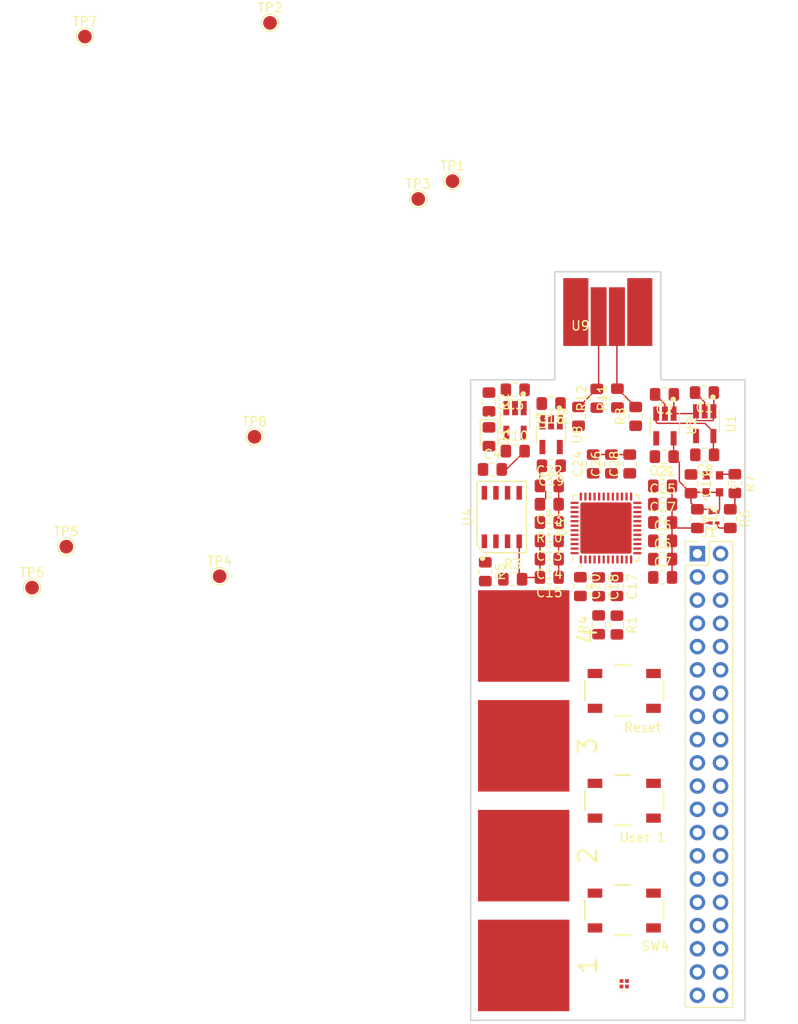
<source format=kicad_pcb>
(kicad_pcb (version 20171130) (host pcbnew "(5.0.0)")

  (general
    (thickness 2.4)
    (drawings 8)
    (tracks 76)
    (zones 0)
    (modules 64)
    (nets 60)
  )

  (page A4)
  (layers
    (0 F.Cu signal)
    (31 B.Cu signal)
    (32 B.Adhes user)
    (33 F.Adhes user)
    (34 B.Paste user)
    (35 F.Paste user)
    (36 B.SilkS user)
    (37 F.SilkS user)
    (38 B.Mask user)
    (39 F.Mask user)
    (40 Dwgs.User user)
    (41 Cmts.User user)
    (42 Eco1.User user)
    (43 Eco2.User user)
    (44 Edge.Cuts user)
    (45 Margin user)
    (46 B.CrtYd user)
    (47 F.CrtYd user)
    (48 B.Fab user)
    (49 F.Fab user)
  )

  (setup
    (last_trace_width 0.1524)
    (trace_clearance 0.1524)
    (zone_clearance 0.508)
    (zone_45_only no)
    (trace_min 0.1524)
    (segment_width 0.2)
    (edge_width 0.15)
    (via_size 0.6858)
    (via_drill 0.3302)
    (via_min_size 0.508)
    (via_min_drill 0.254)
    (uvia_size 0.6858)
    (uvia_drill 0.3302)
    (uvias_allowed no)
    (uvia_min_size 0.2)
    (uvia_min_drill 0.1)
    (pcb_text_width 0.3)
    (pcb_text_size 1.5 1.5)
    (mod_edge_width 0.15)
    (mod_text_size 1 1)
    (mod_text_width 0.15)
    (pad_size 1.524 1.524)
    (pad_drill 0.762)
    (pad_to_mask_clearance 0.0508)
    (aux_axis_origin 0 0)
    (visible_elements FFFDFF7F)
    (pcbplotparams
      (layerselection 0x010fc_ffffffff)
      (usegerberextensions false)
      (usegerberattributes false)
      (usegerberadvancedattributes false)
      (creategerberjobfile false)
      (excludeedgelayer true)
      (linewidth 0.100000)
      (plotframeref false)
      (viasonmask false)
      (mode 1)
      (useauxorigin false)
      (hpglpennumber 1)
      (hpglpenspeed 20)
      (hpglpendiameter 15.000000)
      (psnegative false)
      (psa4output false)
      (plotreference true)
      (plotvalue true)
      (plotinvisibletext false)
      (padsonsilk false)
      (subtractmaskfromsilk false)
      (outputformat 1)
      (mirror false)
      (drillshape 1)
      (scaleselection 1)
      (outputdirectory ""))
  )

  (net 0 "")
  (net 1 +5V)
  (net 2 GND)
  (net 3 +3V3)
  (net 4 +1V2)
  (net 5 +2V5)
  (net 6 "Net-(C19-Pad1)")
  (net 7 "Net-(D1-Pad1)")
  (net 8 /SPI_MOSI)
  (net 9 /SPI_IO2)
  (net 10 "Net-(J1-Pad17)")
  (net 11 /DBG_2)
  (net 12 /DBG_1)
  (net 13 /CRESET)
  (net 14 /DBG_4)
  (net 15 /CDONE)
  (net 16 /UART_RX)
  (net 17 /UART_TX)
  (net 18 /DBG_3)
  (net 19 /DBG_5)
  (net 20 /DBG_6)
  (net 21 "Net-(J1-Pad1)")
  (net 22 /SPI_CS)
  (net 23 "Net-(R6-Pad2)")
  (net 24 /OSC_IN)
  (net 25 "Net-(R7-Pad1)")
  (net 26 /USBN_PU_CTRL)
  (net 27 "Net-(R11-Pad2)")
  (net 28 "Net-(R12-Pad2)")
  (net 29 /USBP_PU_CTRL)
  (net 30 /ICE_USBN)
  (net 31 /ICE_USBP)
  (net 32 "Net-(SW2-Pad1)")
  (net 33 "Net-(SW2-Pad2)")
  (net 34 "Net-(SW2-Pad3)")
  (net 35 "Net-(SW2-Pad4)")
  (net 36 "Net-(SW3-Pad2)")
  (net 37 "Net-(SW4-Pad2)")
  (net 38 /SPI_MISO)
  (net 39 /SPI_CLK)
  (net 40 /SPI_IO3)
  (net 41 "Net-(U1-Pad4)")
  (net 42 "Net-(U2-Pad4)")
  (net 43 "Net-(U3-Pad4)")
  (net 44 "Net-(U8-Pad4)")
  (net 45 "Net-(U10-Pad1)")
  (net 46 "Net-(U10-Pad2)")
  (net 47 "Net-(U10-Pad3)")
  (net 48 /DBG_10)
  (net 49 /DBG_9)
  (net 50 /DBG_8)
  (net 51 /DBG_7)
  (net 52 /DBG_16)
  (net 53 /DBG_15)
  (net 54 /DBG_14)
  (net 55 /DBG_13)
  (net 56 /DBG_12)
  (net 57 /DBG_11)
  (net 58 /DBG_17)
  (net 59 "Net-(J1-Pad36)")

  (net_class Default "This is the default net class."
    (clearance 0.1524)
    (trace_width 0.1524)
    (via_dia 0.6858)
    (via_drill 0.3302)
    (uvia_dia 0.6858)
    (uvia_drill 0.3302)
    (diff_pair_gap 0.0254)
    (diff_pair_width 0.1524)
    (add_net +1V2)
    (add_net +2V5)
    (add_net +3V3)
    (add_net +5V)
    (add_net /CDONE)
    (add_net /CRESET)
    (add_net /DBG_1)
    (add_net /DBG_10)
    (add_net /DBG_11)
    (add_net /DBG_12)
    (add_net /DBG_13)
    (add_net /DBG_14)
    (add_net /DBG_15)
    (add_net /DBG_16)
    (add_net /DBG_17)
    (add_net /DBG_2)
    (add_net /DBG_3)
    (add_net /DBG_4)
    (add_net /DBG_5)
    (add_net /DBG_6)
    (add_net /DBG_7)
    (add_net /DBG_8)
    (add_net /DBG_9)
    (add_net /ICE_USBN)
    (add_net /ICE_USBP)
    (add_net /OSC_IN)
    (add_net /SPI_CLK)
    (add_net /SPI_CS)
    (add_net /SPI_IO2)
    (add_net /SPI_IO3)
    (add_net /SPI_MISO)
    (add_net /SPI_MOSI)
    (add_net /UART_RX)
    (add_net /UART_TX)
    (add_net /USBN_PU_CTRL)
    (add_net /USBP_PU_CTRL)
    (add_net GND)
    (add_net "Net-(C19-Pad1)")
    (add_net "Net-(D1-Pad1)")
    (add_net "Net-(J1-Pad1)")
    (add_net "Net-(J1-Pad17)")
    (add_net "Net-(J1-Pad36)")
    (add_net "Net-(R11-Pad2)")
    (add_net "Net-(R12-Pad2)")
    (add_net "Net-(R6-Pad2)")
    (add_net "Net-(R7-Pad1)")
    (add_net "Net-(SW2-Pad1)")
    (add_net "Net-(SW2-Pad2)")
    (add_net "Net-(SW2-Pad3)")
    (add_net "Net-(SW2-Pad4)")
    (add_net "Net-(SW3-Pad2)")
    (add_net "Net-(SW4-Pad2)")
    (add_net "Net-(U1-Pad4)")
    (add_net "Net-(U10-Pad1)")
    (add_net "Net-(U10-Pad2)")
    (add_net "Net-(U10-Pad3)")
    (add_net "Net-(U2-Pad4)")
    (add_net "Net-(U3-Pad4)")
    (add_net "Net-(U8-Pad4)")
  )

  (module tomu-fpga:C_0805_2012Metric_Pad1.15x1.40mm_HandSolder (layer F.Cu) (tedit 5BD951B1) (tstamp 5BD97ED2)
    (at 131.775 57.4 180)
    (descr "Capacitor SMD 0805 (2012 Metric), square (rectangular) end terminal, IPC_7351 nominal with elongated pad for handsoldering. (Body size source: https://docs.google.com/spreadsheets/d/1BsfQQcO9C6DZCsRaXUlFlo91Tg2WpOkGARC1WS5S8t0/edit?usp=sharing), generated with kicad-footprint-generator")
    (tags "capacitor handsolder")
    (path /5BD80E21)
    (attr smd)
    (fp_text reference C1 (at 0 -1.65 180) (layer F.SilkS)
      (effects (font (size 1 1) (thickness 0.15)))
    )
    (fp_text value "0805, 1uF, 10V, X5R, 20%" (at 0 1.65 180) (layer F.Fab)
      (effects (font (size 1 1) (thickness 0.15)))
    )
    (fp_text user %R (at 0 0 180) (layer F.Fab)
      (effects (font (size 0.5 0.5) (thickness 0.08)))
    )
    (fp_line (start 1.85 0.95) (end -1.85 0.95) (layer F.CrtYd) (width 0.05))
    (fp_line (start 1.85 -0.95) (end 1.85 0.95) (layer F.CrtYd) (width 0.05))
    (fp_line (start -1.85 -0.95) (end 1.85 -0.95) (layer F.CrtYd) (width 0.05))
    (fp_line (start -1.85 0.95) (end -1.85 -0.95) (layer F.CrtYd) (width 0.05))
    (fp_line (start -0.261252 0.71) (end 0.261252 0.71) (layer F.SilkS) (width 0.12))
    (fp_line (start -0.261252 -0.71) (end 0.261252 -0.71) (layer F.SilkS) (width 0.12))
    (fp_line (start 1 0.6) (end -1 0.6) (layer F.Fab) (width 0.1))
    (fp_line (start 1 -0.6) (end 1 0.6) (layer F.Fab) (width 0.1))
    (fp_line (start -1 -0.6) (end 1 -0.6) (layer F.Fab) (width 0.1))
    (fp_line (start -1 0.6) (end -1 -0.6) (layer F.Fab) (width 0.1))
    (pad 2 smd roundrect (at 1.025 0 180) (size 1.15 1.4) (layers F.Cu F.Paste F.Mask) (roundrect_rratio 0.217391)
      (net 2 GND))
    (pad 1 smd roundrect (at -1.025 0 180) (size 1.15 1.4) (layers F.Cu F.Paste F.Mask) (roundrect_rratio 0.217391)
      (net 1 +5V))
    (model ${KIPRJMOD}/tomu-fpga.pretty/C_0805_HandSoldering.wrl
      (at (xyz 0 0 0))
      (scale (xyz 1 1 1))
      (rotate (xyz 0 0 0))
    )
  )

  (module tomu-fpga:C_0805_2012Metric_Pad1.15x1.40mm_HandSolder (layer F.Cu) (tedit 5BD951B1) (tstamp 5BD97EE3)
    (at 127.4 57.6 180)
    (descr "Capacitor SMD 0805 (2012 Metric), square (rectangular) end terminal, IPC_7351 nominal with elongated pad for handsoldering. (Body size source: https://docs.google.com/spreadsheets/d/1BsfQQcO9C6DZCsRaXUlFlo91Tg2WpOkGARC1WS5S8t0/edit?usp=sharing), generated with kicad-footprint-generator")
    (tags "capacitor handsolder")
    (path /5BD861AF)
    (attr smd)
    (fp_text reference C2 (at 0 -1.65 180) (layer F.SilkS)
      (effects (font (size 1 1) (thickness 0.15)))
    )
    (fp_text value "0805, 1uF, 10V, X5R, 20%" (at 0 1.65 180) (layer F.Fab)
      (effects (font (size 1 1) (thickness 0.15)))
    )
    (fp_text user %R (at 0 0 180) (layer F.Fab)
      (effects (font (size 0.5 0.5) (thickness 0.08)))
    )
    (fp_line (start 1.85 0.95) (end -1.85 0.95) (layer F.CrtYd) (width 0.05))
    (fp_line (start 1.85 -0.95) (end 1.85 0.95) (layer F.CrtYd) (width 0.05))
    (fp_line (start -1.85 -0.95) (end 1.85 -0.95) (layer F.CrtYd) (width 0.05))
    (fp_line (start -1.85 0.95) (end -1.85 -0.95) (layer F.CrtYd) (width 0.05))
    (fp_line (start -0.261252 0.71) (end 0.261252 0.71) (layer F.SilkS) (width 0.12))
    (fp_line (start -0.261252 -0.71) (end 0.261252 -0.71) (layer F.SilkS) (width 0.12))
    (fp_line (start 1 0.6) (end -1 0.6) (layer F.Fab) (width 0.1))
    (fp_line (start 1 -0.6) (end 1 0.6) (layer F.Fab) (width 0.1))
    (fp_line (start -1 -0.6) (end 1 -0.6) (layer F.Fab) (width 0.1))
    (fp_line (start -1 0.6) (end -1 -0.6) (layer F.Fab) (width 0.1))
    (pad 2 smd roundrect (at 1.025 0 180) (size 1.15 1.4) (layers F.Cu F.Paste F.Mask) (roundrect_rratio 0.217391)
      (net 2 GND))
    (pad 1 smd roundrect (at -1.025 0 180) (size 1.15 1.4) (layers F.Cu F.Paste F.Mask) (roundrect_rratio 0.217391)
      (net 1 +5V))
    (model ${KIPRJMOD}/tomu-fpga.pretty/C_0805_HandSoldering.wrl
      (at (xyz 0 0 0))
      (scale (xyz 1 1 1))
      (rotate (xyz 0 0 0))
    )
  )

  (module tomu-fpga:C_0805_2012Metric_Pad1.15x1.40mm_HandSolder (layer F.Cu) (tedit 5BD951B1) (tstamp 5BD9BBFE)
    (at 111.075 57.1 180)
    (descr "Capacitor SMD 0805 (2012 Metric), square (rectangular) end terminal, IPC_7351 nominal with elongated pad for handsoldering. (Body size source: https://docs.google.com/spreadsheets/d/1BsfQQcO9C6DZCsRaXUlFlo91Tg2WpOkGARC1WS5S8t0/edit?usp=sharing), generated with kicad-footprint-generator")
    (tags "capacitor handsolder")
    (path /5BD7909F)
    (attr smd)
    (fp_text reference C3 (at 0 -1.65 180) (layer F.SilkS)
      (effects (font (size 1 1) (thickness 0.15)))
    )
    (fp_text value "0805, 1uF, 10V, X5R, 20%" (at 0 1.65 180) (layer F.Fab)
      (effects (font (size 1 1) (thickness 0.15)))
    )
    (fp_text user %R (at 0 0 180) (layer F.Fab)
      (effects (font (size 0.5 0.5) (thickness 0.08)))
    )
    (fp_line (start 1.85 0.95) (end -1.85 0.95) (layer F.CrtYd) (width 0.05))
    (fp_line (start 1.85 -0.95) (end 1.85 0.95) (layer F.CrtYd) (width 0.05))
    (fp_line (start -1.85 -0.95) (end 1.85 -0.95) (layer F.CrtYd) (width 0.05))
    (fp_line (start -1.85 0.95) (end -1.85 -0.95) (layer F.CrtYd) (width 0.05))
    (fp_line (start -0.261252 0.71) (end 0.261252 0.71) (layer F.SilkS) (width 0.12))
    (fp_line (start -0.261252 -0.71) (end 0.261252 -0.71) (layer F.SilkS) (width 0.12))
    (fp_line (start 1 0.6) (end -1 0.6) (layer F.Fab) (width 0.1))
    (fp_line (start 1 -0.6) (end 1 0.6) (layer F.Fab) (width 0.1))
    (fp_line (start -1 -0.6) (end 1 -0.6) (layer F.Fab) (width 0.1))
    (fp_line (start -1 0.6) (end -1 -0.6) (layer F.Fab) (width 0.1))
    (pad 2 smd roundrect (at 1.025 0 180) (size 1.15 1.4) (layers F.Cu F.Paste F.Mask) (roundrect_rratio 0.217391)
      (net 2 GND))
    (pad 1 smd roundrect (at -1.025 0 180) (size 1.15 1.4) (layers F.Cu F.Paste F.Mask) (roundrect_rratio 0.217391)
      (net 1 +5V))
    (model ${KIPRJMOD}/tomu-fpga.pretty/C_0805_HandSoldering.wrl
      (at (xyz 0 0 0))
      (scale (xyz 1 1 1))
      (rotate (xyz 0 0 0))
    )
  )

  (module tomu-fpga:C_0805_2012Metric_Pad1.15x1.40mm_HandSolder (layer F.Cu) (tedit 5BD951B1) (tstamp 5BD97F05)
    (at 108.575 65.8)
    (descr "Capacitor SMD 0805 (2012 Metric), square (rectangular) end terminal, IPC_7351 nominal with elongated pad for handsoldering. (Body size source: https://docs.google.com/spreadsheets/d/1BsfQQcO9C6DZCsRaXUlFlo91Tg2WpOkGARC1WS5S8t0/edit?usp=sharing), generated with kicad-footprint-generator")
    (tags "capacitor handsolder")
    (path /5BE02A6F)
    (attr smd)
    (fp_text reference C4 (at 0 -1.65) (layer F.SilkS)
      (effects (font (size 1 1) (thickness 0.15)))
    )
    (fp_text value "0805, 100nF, 10V, X5R, 20%" (at 0 1.65) (layer F.Fab)
      (effects (font (size 1 1) (thickness 0.15)))
    )
    (fp_text user %R (at 0 0) (layer F.Fab)
      (effects (font (size 0.5 0.5) (thickness 0.08)))
    )
    (fp_line (start 1.85 0.95) (end -1.85 0.95) (layer F.CrtYd) (width 0.05))
    (fp_line (start 1.85 -0.95) (end 1.85 0.95) (layer F.CrtYd) (width 0.05))
    (fp_line (start -1.85 -0.95) (end 1.85 -0.95) (layer F.CrtYd) (width 0.05))
    (fp_line (start -1.85 0.95) (end -1.85 -0.95) (layer F.CrtYd) (width 0.05))
    (fp_line (start -0.261252 0.71) (end 0.261252 0.71) (layer F.SilkS) (width 0.12))
    (fp_line (start -0.261252 -0.71) (end 0.261252 -0.71) (layer F.SilkS) (width 0.12))
    (fp_line (start 1 0.6) (end -1 0.6) (layer F.Fab) (width 0.1))
    (fp_line (start 1 -0.6) (end 1 0.6) (layer F.Fab) (width 0.1))
    (fp_line (start -1 -0.6) (end 1 -0.6) (layer F.Fab) (width 0.1))
    (fp_line (start -1 0.6) (end -1 -0.6) (layer F.Fab) (width 0.1))
    (pad 2 smd roundrect (at 1.025 0) (size 1.15 1.4) (layers F.Cu F.Paste F.Mask) (roundrect_rratio 0.217391)
      (net 2 GND))
    (pad 1 smd roundrect (at -1.025 0) (size 1.15 1.4) (layers F.Cu F.Paste F.Mask) (roundrect_rratio 0.217391)
      (net 3 +3V3))
    (model ${KIPRJMOD}/tomu-fpga.pretty/C_0805_HandSoldering.wrl
      (at (xyz 0 0 0))
      (scale (xyz 1 1 1))
      (rotate (xyz 0 0 0))
    )
  )

  (module tomu-fpga:C_0805_2012Metric_Pad1.15x1.40mm_HandSolder (layer F.Cu) (tedit 5BD951B1) (tstamp 5BD97F16)
    (at 127.2 73.6)
    (descr "Capacitor SMD 0805 (2012 Metric), square (rectangular) end terminal, IPC_7351 nominal with elongated pad for handsoldering. (Body size source: https://docs.google.com/spreadsheets/d/1BsfQQcO9C6DZCsRaXUlFlo91Tg2WpOkGARC1WS5S8t0/edit?usp=sharing), generated with kicad-footprint-generator")
    (tags "capacitor handsolder")
    (path /5C8902AA)
    (attr smd)
    (fp_text reference C5 (at 0 -1.65) (layer F.SilkS)
      (effects (font (size 1 1) (thickness 0.15)))
    )
    (fp_text value "0805, 1uF, 10V, X5R, 20%" (at 0 1.65) (layer F.Fab)
      (effects (font (size 1 1) (thickness 0.15)))
    )
    (fp_text user %R (at 0 0) (layer F.Fab)
      (effects (font (size 0.5 0.5) (thickness 0.08)))
    )
    (fp_line (start 1.85 0.95) (end -1.85 0.95) (layer F.CrtYd) (width 0.05))
    (fp_line (start 1.85 -0.95) (end 1.85 0.95) (layer F.CrtYd) (width 0.05))
    (fp_line (start -1.85 -0.95) (end 1.85 -0.95) (layer F.CrtYd) (width 0.05))
    (fp_line (start -1.85 0.95) (end -1.85 -0.95) (layer F.CrtYd) (width 0.05))
    (fp_line (start -0.261252 0.71) (end 0.261252 0.71) (layer F.SilkS) (width 0.12))
    (fp_line (start -0.261252 -0.71) (end 0.261252 -0.71) (layer F.SilkS) (width 0.12))
    (fp_line (start 1 0.6) (end -1 0.6) (layer F.Fab) (width 0.1))
    (fp_line (start 1 -0.6) (end 1 0.6) (layer F.Fab) (width 0.1))
    (fp_line (start -1 -0.6) (end 1 -0.6) (layer F.Fab) (width 0.1))
    (fp_line (start -1 0.6) (end -1 -0.6) (layer F.Fab) (width 0.1))
    (pad 2 smd roundrect (at 1.025 0) (size 1.15 1.4) (layers F.Cu F.Paste F.Mask) (roundrect_rratio 0.217391)
      (net 2 GND))
    (pad 1 smd roundrect (at -1.025 0) (size 1.15 1.4) (layers F.Cu F.Paste F.Mask) (roundrect_rratio 0.217391)
      (net 3 +3V3))
    (model ${KIPRJMOD}/tomu-fpga.pretty/C_0805_HandSoldering.wrl
      (at (xyz 0 0 0))
      (scale (xyz 1 1 1))
      (rotate (xyz 0 0 0))
    )
  )

  (module tomu-fpga:C_0805_2012Metric_Pad1.15x1.40mm_HandSolder (layer F.Cu) (tedit 5BD951B1) (tstamp 5BD97F27)
    (at 127.2 75.6)
    (descr "Capacitor SMD 0805 (2012 Metric), square (rectangular) end terminal, IPC_7351 nominal with elongated pad for handsoldering. (Body size source: https://docs.google.com/spreadsheets/d/1BsfQQcO9C6DZCsRaXUlFlo91Tg2WpOkGARC1WS5S8t0/edit?usp=sharing), generated with kicad-footprint-generator")
    (tags "capacitor handsolder")
    (path /5C8902B0)
    (attr smd)
    (fp_text reference C6 (at 0 -1.65) (layer F.SilkS)
      (effects (font (size 1 1) (thickness 0.15)))
    )
    (fp_text value "0805, 10nF, 10V, X5R, 20%" (at 0 1.65) (layer F.Fab)
      (effects (font (size 1 1) (thickness 0.15)))
    )
    (fp_text user %R (at 0 0) (layer F.Fab)
      (effects (font (size 0.5 0.5) (thickness 0.08)))
    )
    (fp_line (start 1.85 0.95) (end -1.85 0.95) (layer F.CrtYd) (width 0.05))
    (fp_line (start 1.85 -0.95) (end 1.85 0.95) (layer F.CrtYd) (width 0.05))
    (fp_line (start -1.85 -0.95) (end 1.85 -0.95) (layer F.CrtYd) (width 0.05))
    (fp_line (start -1.85 0.95) (end -1.85 -0.95) (layer F.CrtYd) (width 0.05))
    (fp_line (start -0.261252 0.71) (end 0.261252 0.71) (layer F.SilkS) (width 0.12))
    (fp_line (start -0.261252 -0.71) (end 0.261252 -0.71) (layer F.SilkS) (width 0.12))
    (fp_line (start 1 0.6) (end -1 0.6) (layer F.Fab) (width 0.1))
    (fp_line (start 1 -0.6) (end 1 0.6) (layer F.Fab) (width 0.1))
    (fp_line (start -1 -0.6) (end 1 -0.6) (layer F.Fab) (width 0.1))
    (fp_line (start -1 0.6) (end -1 -0.6) (layer F.Fab) (width 0.1))
    (pad 2 smd roundrect (at 1.025 0) (size 1.15 1.4) (layers F.Cu F.Paste F.Mask) (roundrect_rratio 0.217391)
      (net 2 GND))
    (pad 1 smd roundrect (at -1.025 0) (size 1.15 1.4) (layers F.Cu F.Paste F.Mask) (roundrect_rratio 0.217391)
      (net 3 +3V3))
    (model ${KIPRJMOD}/tomu-fpga.pretty/C_0805_HandSoldering.wrl
      (at (xyz 0 0 0))
      (scale (xyz 1 1 1))
      (rotate (xyz 0 0 0))
    )
  )

  (module tomu-fpga:C_0805_2012Metric_Pad1.15x1.40mm_HandSolder (layer F.Cu) (tedit 5BD951B1) (tstamp 5BD97F38)
    (at 127.2 77.6)
    (descr "Capacitor SMD 0805 (2012 Metric), square (rectangular) end terminal, IPC_7351 nominal with elongated pad for handsoldering. (Body size source: https://docs.google.com/spreadsheets/d/1BsfQQcO9C6DZCsRaXUlFlo91Tg2WpOkGARC1WS5S8t0/edit?usp=sharing), generated with kicad-footprint-generator")
    (tags "capacitor handsolder")
    (path /5C8902B6)
    (attr smd)
    (fp_text reference C7 (at 0 -1.65) (layer F.SilkS)
      (effects (font (size 1 1) (thickness 0.15)))
    )
    (fp_text value "0805, 100nF, 10V, X5R, 20%" (at 0 1.65) (layer F.Fab)
      (effects (font (size 1 1) (thickness 0.15)))
    )
    (fp_text user %R (at 0 0) (layer F.Fab)
      (effects (font (size 0.5 0.5) (thickness 0.08)))
    )
    (fp_line (start 1.85 0.95) (end -1.85 0.95) (layer F.CrtYd) (width 0.05))
    (fp_line (start 1.85 -0.95) (end 1.85 0.95) (layer F.CrtYd) (width 0.05))
    (fp_line (start -1.85 -0.95) (end 1.85 -0.95) (layer F.CrtYd) (width 0.05))
    (fp_line (start -1.85 0.95) (end -1.85 -0.95) (layer F.CrtYd) (width 0.05))
    (fp_line (start -0.261252 0.71) (end 0.261252 0.71) (layer F.SilkS) (width 0.12))
    (fp_line (start -0.261252 -0.71) (end 0.261252 -0.71) (layer F.SilkS) (width 0.12))
    (fp_line (start 1 0.6) (end -1 0.6) (layer F.Fab) (width 0.1))
    (fp_line (start 1 -0.6) (end 1 0.6) (layer F.Fab) (width 0.1))
    (fp_line (start -1 -0.6) (end 1 -0.6) (layer F.Fab) (width 0.1))
    (fp_line (start -1 0.6) (end -1 -0.6) (layer F.Fab) (width 0.1))
    (pad 2 smd roundrect (at 1.025 0) (size 1.15 1.4) (layers F.Cu F.Paste F.Mask) (roundrect_rratio 0.217391)
      (net 2 GND))
    (pad 1 smd roundrect (at -1.025 0) (size 1.15 1.4) (layers F.Cu F.Paste F.Mask) (roundrect_rratio 0.217391)
      (net 3 +3V3))
    (model ${KIPRJMOD}/tomu-fpga.pretty/C_0805_HandSoldering.wrl
      (at (xyz 0 0 0))
      (scale (xyz 1 1 1))
      (rotate (xyz 0 0 0))
    )
  )

  (module tomu-fpga:C_0805_2012Metric_Pad1.15x1.40mm_HandSolder (layer F.Cu) (tedit 5BD951B1) (tstamp 5BD97F49)
    (at 131.8 64.2 180)
    (descr "Capacitor SMD 0805 (2012 Metric), square (rectangular) end terminal, IPC_7351 nominal with elongated pad for handsoldering. (Body size source: https://docs.google.com/spreadsheets/d/1BsfQQcO9C6DZCsRaXUlFlo91Tg2WpOkGARC1WS5S8t0/edit?usp=sharing), generated with kicad-footprint-generator")
    (tags "capacitor handsolder")
    (path /5BD700C8)
    (attr smd)
    (fp_text reference C8 (at 0 -1.65 180) (layer F.SilkS)
      (effects (font (size 1 1) (thickness 0.15)))
    )
    (fp_text value "0805, 1uF, 10V, X5R, 20%" (at 0 1.65 180) (layer F.Fab)
      (effects (font (size 1 1) (thickness 0.15)))
    )
    (fp_text user %R (at 0 0 180) (layer F.Fab)
      (effects (font (size 0.5 0.5) (thickness 0.08)))
    )
    (fp_line (start 1.85 0.95) (end -1.85 0.95) (layer F.CrtYd) (width 0.05))
    (fp_line (start 1.85 -0.95) (end 1.85 0.95) (layer F.CrtYd) (width 0.05))
    (fp_line (start -1.85 -0.95) (end 1.85 -0.95) (layer F.CrtYd) (width 0.05))
    (fp_line (start -1.85 0.95) (end -1.85 -0.95) (layer F.CrtYd) (width 0.05))
    (fp_line (start -0.261252 0.71) (end 0.261252 0.71) (layer F.SilkS) (width 0.12))
    (fp_line (start -0.261252 -0.71) (end 0.261252 -0.71) (layer F.SilkS) (width 0.12))
    (fp_line (start 1 0.6) (end -1 0.6) (layer F.Fab) (width 0.1))
    (fp_line (start 1 -0.6) (end 1 0.6) (layer F.Fab) (width 0.1))
    (fp_line (start -1 -0.6) (end 1 -0.6) (layer F.Fab) (width 0.1))
    (fp_line (start -1 0.6) (end -1 -0.6) (layer F.Fab) (width 0.1))
    (pad 2 smd roundrect (at 1.025 0 180) (size 1.15 1.4) (layers F.Cu F.Paste F.Mask) (roundrect_rratio 0.217391)
      (net 2 GND))
    (pad 1 smd roundrect (at -1.025 0 180) (size 1.15 1.4) (layers F.Cu F.Paste F.Mask) (roundrect_rratio 0.217391)
      (net 4 +1V2))
    (model ${KIPRJMOD}/tomu-fpga.pretty/C_0805_HandSoldering.wrl
      (at (xyz 0 0 0))
      (scale (xyz 1 1 1))
      (rotate (xyz 0 0 0))
    )
  )

  (module tomu-fpga:C_0805_2012Metric_Pad1.15x1.40mm_HandSolder (layer F.Cu) (tedit 5BD951B1) (tstamp 5BD97F5A)
    (at 127.375 64.4 180)
    (descr "Capacitor SMD 0805 (2012 Metric), square (rectangular) end terminal, IPC_7351 nominal with elongated pad for handsoldering. (Body size source: https://docs.google.com/spreadsheets/d/1BsfQQcO9C6DZCsRaXUlFlo91Tg2WpOkGARC1WS5S8t0/edit?usp=sharing), generated with kicad-footprint-generator")
    (tags "capacitor handsolder")
    (path /5BD6FE8F)
    (attr smd)
    (fp_text reference C9 (at 0 -1.65 180) (layer F.SilkS)
      (effects (font (size 1 1) (thickness 0.15)))
    )
    (fp_text value "0805, 1uF, 10V, X5R, 20%" (at 0 1.65 180) (layer F.Fab)
      (effects (font (size 1 1) (thickness 0.15)))
    )
    (fp_text user %R (at 0 0 180) (layer F.Fab)
      (effects (font (size 0.5 0.5) (thickness 0.08)))
    )
    (fp_line (start 1.85 0.95) (end -1.85 0.95) (layer F.CrtYd) (width 0.05))
    (fp_line (start 1.85 -0.95) (end 1.85 0.95) (layer F.CrtYd) (width 0.05))
    (fp_line (start -1.85 -0.95) (end 1.85 -0.95) (layer F.CrtYd) (width 0.05))
    (fp_line (start -1.85 0.95) (end -1.85 -0.95) (layer F.CrtYd) (width 0.05))
    (fp_line (start -0.261252 0.71) (end 0.261252 0.71) (layer F.SilkS) (width 0.12))
    (fp_line (start -0.261252 -0.71) (end 0.261252 -0.71) (layer F.SilkS) (width 0.12))
    (fp_line (start 1 0.6) (end -1 0.6) (layer F.Fab) (width 0.1))
    (fp_line (start 1 -0.6) (end 1 0.6) (layer F.Fab) (width 0.1))
    (fp_line (start -1 -0.6) (end 1 -0.6) (layer F.Fab) (width 0.1))
    (fp_line (start -1 0.6) (end -1 -0.6) (layer F.Fab) (width 0.1))
    (pad 2 smd roundrect (at 1.025 0 180) (size 1.15 1.4) (layers F.Cu F.Paste F.Mask) (roundrect_rratio 0.217391)
      (net 2 GND))
    (pad 1 smd roundrect (at -1.025 0 180) (size 1.15 1.4) (layers F.Cu F.Paste F.Mask) (roundrect_rratio 0.217391)
      (net 3 +3V3))
    (model ${KIPRJMOD}/tomu-fpga.pretty/C_0805_HandSoldering.wrl
      (at (xyz 0 0 0))
      (scale (xyz 1 1 1))
      (rotate (xyz 0 0 0))
    )
  )

  (module tomu-fpga:C_0805_2012Metric_Pad1.15x1.40mm_HandSolder (layer F.Cu) (tedit 5BD951B1) (tstamp 5BD9BBCE)
    (at 111.075 63.8)
    (descr "Capacitor SMD 0805 (2012 Metric), square (rectangular) end terminal, IPC_7351 nominal with elongated pad for handsoldering. (Body size source: https://docs.google.com/spreadsheets/d/1BsfQQcO9C6DZCsRaXUlFlo91Tg2WpOkGARC1WS5S8t0/edit?usp=sharing), generated with kicad-footprint-generator")
    (tags "capacitor handsolder")
    (path /5BD6F643)
    (attr smd)
    (fp_text reference C10 (at 0 -1.65) (layer F.SilkS)
      (effects (font (size 1 1) (thickness 0.15)))
    )
    (fp_text value "0805, 1uF, 10V, X5R, 20%" (at 0 1.65) (layer F.Fab)
      (effects (font (size 1 1) (thickness 0.15)))
    )
    (fp_text user %R (at 0 0) (layer F.Fab)
      (effects (font (size 0.5 0.5) (thickness 0.08)))
    )
    (fp_line (start 1.85 0.95) (end -1.85 0.95) (layer F.CrtYd) (width 0.05))
    (fp_line (start 1.85 -0.95) (end 1.85 0.95) (layer F.CrtYd) (width 0.05))
    (fp_line (start -1.85 -0.95) (end 1.85 -0.95) (layer F.CrtYd) (width 0.05))
    (fp_line (start -1.85 0.95) (end -1.85 -0.95) (layer F.CrtYd) (width 0.05))
    (fp_line (start -0.261252 0.71) (end 0.261252 0.71) (layer F.SilkS) (width 0.12))
    (fp_line (start -0.261252 -0.71) (end 0.261252 -0.71) (layer F.SilkS) (width 0.12))
    (fp_line (start 1 0.6) (end -1 0.6) (layer F.Fab) (width 0.1))
    (fp_line (start 1 -0.6) (end 1 0.6) (layer F.Fab) (width 0.1))
    (fp_line (start -1 -0.6) (end 1 -0.6) (layer F.Fab) (width 0.1))
    (fp_line (start -1 0.6) (end -1 -0.6) (layer F.Fab) (width 0.1))
    (pad 2 smd roundrect (at 1.025 0) (size 1.15 1.4) (layers F.Cu F.Paste F.Mask) (roundrect_rratio 0.217391)
      (net 2 GND))
    (pad 1 smd roundrect (at -1.025 0) (size 1.15 1.4) (layers F.Cu F.Paste F.Mask) (roundrect_rratio 0.217391)
      (net 5 +2V5))
    (model ${KIPRJMOD}/tomu-fpga.pretty/C_0805_HandSoldering.wrl
      (at (xyz 0 0 0))
      (scale (xyz 1 1 1))
      (rotate (xyz 0 0 0))
    )
  )

  (module tomu-fpga:C_0805_2012Metric_Pad1.15x1.40mm_HandSolder (layer F.Cu) (tedit 5BD951B1) (tstamp 5BD97F7C)
    (at 130.302335 67.372136 270)
    (descr "Capacitor SMD 0805 (2012 Metric), square (rectangular) end terminal, IPC_7351 nominal with elongated pad for handsoldering. (Body size source: https://docs.google.com/spreadsheets/d/1BsfQQcO9C6DZCsRaXUlFlo91Tg2WpOkGARC1WS5S8t0/edit?usp=sharing), generated with kicad-footprint-generator")
    (tags "capacitor handsolder")
    (path /5C1F1DFB)
    (attr smd)
    (fp_text reference C11 (at 0 -1.65 270) (layer F.SilkS)
      (effects (font (size 1 1) (thickness 0.15)))
    )
    (fp_text value "0805, 100nF, 10V, X5R, 20%" (at 0 1.65 270) (layer F.Fab)
      (effects (font (size 1 1) (thickness 0.15)))
    )
    (fp_text user %R (at 0 0 270) (layer F.Fab)
      (effects (font (size 0.5 0.5) (thickness 0.08)))
    )
    (fp_line (start 1.85 0.95) (end -1.85 0.95) (layer F.CrtYd) (width 0.05))
    (fp_line (start 1.85 -0.95) (end 1.85 0.95) (layer F.CrtYd) (width 0.05))
    (fp_line (start -1.85 -0.95) (end 1.85 -0.95) (layer F.CrtYd) (width 0.05))
    (fp_line (start -1.85 0.95) (end -1.85 -0.95) (layer F.CrtYd) (width 0.05))
    (fp_line (start -0.261252 0.71) (end 0.261252 0.71) (layer F.SilkS) (width 0.12))
    (fp_line (start -0.261252 -0.71) (end 0.261252 -0.71) (layer F.SilkS) (width 0.12))
    (fp_line (start 1 0.6) (end -1 0.6) (layer F.Fab) (width 0.1))
    (fp_line (start 1 -0.6) (end 1 0.6) (layer F.Fab) (width 0.1))
    (fp_line (start -1 -0.6) (end 1 -0.6) (layer F.Fab) (width 0.1))
    (fp_line (start -1 0.6) (end -1 -0.6) (layer F.Fab) (width 0.1))
    (pad 2 smd roundrect (at 1.025 0 270) (size 1.15 1.4) (layers F.Cu F.Paste F.Mask) (roundrect_rratio 0.217391)
      (net 3 +3V3))
    (pad 1 smd roundrect (at -1.025 0 270) (size 1.15 1.4) (layers F.Cu F.Paste F.Mask) (roundrect_rratio 0.217391)
      (net 2 GND))
    (model ${KIPRJMOD}/tomu-fpga.pretty/C_0805_HandSoldering.wrl
      (at (xyz 0 0 0))
      (scale (xyz 1 1 1))
      (rotate (xyz 0 0 0))
    )
  )

  (module tomu-fpga:C_0805_2012Metric_Pad1.15x1.40mm_HandSolder (layer F.Cu) (tedit 5BD951B1) (tstamp 5BD97F8D)
    (at 131 71.175 270)
    (descr "Capacitor SMD 0805 (2012 Metric), square (rectangular) end terminal, IPC_7351 nominal with elongated pad for handsoldering. (Body size source: https://docs.google.com/spreadsheets/d/1BsfQQcO9C6DZCsRaXUlFlo91Tg2WpOkGARC1WS5S8t0/edit?usp=sharing), generated with kicad-footprint-generator")
    (tags "capacitor handsolder")
    (path /5BDE79EE)
    (attr smd)
    (fp_text reference C12 (at 0 -1.65 270) (layer F.SilkS)
      (effects (font (size 1 1) (thickness 0.15)))
    )
    (fp_text value "0805, 100nF, 10V, X5R, 20%" (at 0 1.65 270) (layer F.Fab)
      (effects (font (size 1 1) (thickness 0.15)))
    )
    (fp_text user %R (at 0 0 270) (layer F.Fab)
      (effects (font (size 0.5 0.5) (thickness 0.08)))
    )
    (fp_line (start 1.85 0.95) (end -1.85 0.95) (layer F.CrtYd) (width 0.05))
    (fp_line (start 1.85 -0.95) (end 1.85 0.95) (layer F.CrtYd) (width 0.05))
    (fp_line (start -1.85 -0.95) (end 1.85 -0.95) (layer F.CrtYd) (width 0.05))
    (fp_line (start -1.85 0.95) (end -1.85 -0.95) (layer F.CrtYd) (width 0.05))
    (fp_line (start -0.261252 0.71) (end 0.261252 0.71) (layer F.SilkS) (width 0.12))
    (fp_line (start -0.261252 -0.71) (end 0.261252 -0.71) (layer F.SilkS) (width 0.12))
    (fp_line (start 1 0.6) (end -1 0.6) (layer F.Fab) (width 0.1))
    (fp_line (start 1 -0.6) (end 1 0.6) (layer F.Fab) (width 0.1))
    (fp_line (start -1 -0.6) (end 1 -0.6) (layer F.Fab) (width 0.1))
    (fp_line (start -1 0.6) (end -1 -0.6) (layer F.Fab) (width 0.1))
    (pad 2 smd roundrect (at 1.025 0 270) (size 1.15 1.4) (layers F.Cu F.Paste F.Mask) (roundrect_rratio 0.217391)
      (net 2 GND))
    (pad 1 smd roundrect (at -1.025 0 270) (size 1.15 1.4) (layers F.Cu F.Paste F.Mask) (roundrect_rratio 0.217391)
      (net 3 +3V3))
    (model ${KIPRJMOD}/tomu-fpga.pretty/C_0805_HandSoldering.wrl
      (at (xyz 0 0 0))
      (scale (xyz 1 1 1))
      (rotate (xyz 0 0 0))
    )
  )

  (module tomu-fpga:C_0805_2012Metric_Pad1.15x1.40mm_HandSolder (layer F.Cu) (tedit 5BD951B1) (tstamp 5BD97F9E)
    (at 114.8 73.6 180)
    (descr "Capacitor SMD 0805 (2012 Metric), square (rectangular) end terminal, IPC_7351 nominal with elongated pad for handsoldering. (Body size source: https://docs.google.com/spreadsheets/d/1BsfQQcO9C6DZCsRaXUlFlo91Tg2WpOkGARC1WS5S8t0/edit?usp=sharing), generated with kicad-footprint-generator")
    (tags "capacitor handsolder")
    (path /5C71BA4C)
    (attr smd)
    (fp_text reference C13 (at 0 -1.65 180) (layer F.SilkS)
      (effects (font (size 1 1) (thickness 0.15)))
    )
    (fp_text value "0805, 1uF, 10V, X5R, 20%" (at 0 1.65 180) (layer F.Fab)
      (effects (font (size 1 1) (thickness 0.15)))
    )
    (fp_text user %R (at 0 0 180) (layer F.Fab)
      (effects (font (size 0.5 0.5) (thickness 0.08)))
    )
    (fp_line (start 1.85 0.95) (end -1.85 0.95) (layer F.CrtYd) (width 0.05))
    (fp_line (start 1.85 -0.95) (end 1.85 0.95) (layer F.CrtYd) (width 0.05))
    (fp_line (start -1.85 -0.95) (end 1.85 -0.95) (layer F.CrtYd) (width 0.05))
    (fp_line (start -1.85 0.95) (end -1.85 -0.95) (layer F.CrtYd) (width 0.05))
    (fp_line (start -0.261252 0.71) (end 0.261252 0.71) (layer F.SilkS) (width 0.12))
    (fp_line (start -0.261252 -0.71) (end 0.261252 -0.71) (layer F.SilkS) (width 0.12))
    (fp_line (start 1 0.6) (end -1 0.6) (layer F.Fab) (width 0.1))
    (fp_line (start 1 -0.6) (end 1 0.6) (layer F.Fab) (width 0.1))
    (fp_line (start -1 -0.6) (end 1 -0.6) (layer F.Fab) (width 0.1))
    (fp_line (start -1 0.6) (end -1 -0.6) (layer F.Fab) (width 0.1))
    (pad 2 smd roundrect (at 1.025 0 180) (size 1.15 1.4) (layers F.Cu F.Paste F.Mask) (roundrect_rratio 0.217391)
      (net 2 GND))
    (pad 1 smd roundrect (at -1.025 0 180) (size 1.15 1.4) (layers F.Cu F.Paste F.Mask) (roundrect_rratio 0.217391)
      (net 3 +3V3))
    (model ${KIPRJMOD}/tomu-fpga.pretty/C_0805_HandSoldering.wrl
      (at (xyz 0 0 0))
      (scale (xyz 1 1 1))
      (rotate (xyz 0 0 0))
    )
  )

  (module tomu-fpga:C_0805_2012Metric_Pad1.15x1.40mm_HandSolder (layer F.Cu) (tedit 5BD951B1) (tstamp 5BD97FAF)
    (at 114.8 75.6 180)
    (descr "Capacitor SMD 0805 (2012 Metric), square (rectangular) end terminal, IPC_7351 nominal with elongated pad for handsoldering. (Body size source: https://docs.google.com/spreadsheets/d/1BsfQQcO9C6DZCsRaXUlFlo91Tg2WpOkGARC1WS5S8t0/edit?usp=sharing), generated with kicad-footprint-generator")
    (tags "capacitor handsolder")
    (path /5C71BAD4)
    (attr smd)
    (fp_text reference C14 (at 0 -1.65 180) (layer F.SilkS)
      (effects (font (size 1 1) (thickness 0.15)))
    )
    (fp_text value "0805, 10nF, 10V, X5R, 20%" (at 0 1.65 180) (layer F.Fab)
      (effects (font (size 1 1) (thickness 0.15)))
    )
    (fp_text user %R (at 0 0 180) (layer F.Fab)
      (effects (font (size 0.5 0.5) (thickness 0.08)))
    )
    (fp_line (start 1.85 0.95) (end -1.85 0.95) (layer F.CrtYd) (width 0.05))
    (fp_line (start 1.85 -0.95) (end 1.85 0.95) (layer F.CrtYd) (width 0.05))
    (fp_line (start -1.85 -0.95) (end 1.85 -0.95) (layer F.CrtYd) (width 0.05))
    (fp_line (start -1.85 0.95) (end -1.85 -0.95) (layer F.CrtYd) (width 0.05))
    (fp_line (start -0.261252 0.71) (end 0.261252 0.71) (layer F.SilkS) (width 0.12))
    (fp_line (start -0.261252 -0.71) (end 0.261252 -0.71) (layer F.SilkS) (width 0.12))
    (fp_line (start 1 0.6) (end -1 0.6) (layer F.Fab) (width 0.1))
    (fp_line (start 1 -0.6) (end 1 0.6) (layer F.Fab) (width 0.1))
    (fp_line (start -1 -0.6) (end 1 -0.6) (layer F.Fab) (width 0.1))
    (fp_line (start -1 0.6) (end -1 -0.6) (layer F.Fab) (width 0.1))
    (pad 2 smd roundrect (at 1.025 0 180) (size 1.15 1.4) (layers F.Cu F.Paste F.Mask) (roundrect_rratio 0.217391)
      (net 2 GND))
    (pad 1 smd roundrect (at -1.025 0 180) (size 1.15 1.4) (layers F.Cu F.Paste F.Mask) (roundrect_rratio 0.217391)
      (net 3 +3V3))
    (model ${KIPRJMOD}/tomu-fpga.pretty/C_0805_HandSoldering.wrl
      (at (xyz 0 0 0))
      (scale (xyz 1 1 1))
      (rotate (xyz 0 0 0))
    )
  )

  (module tomu-fpga:C_0805_2012Metric_Pad1.15x1.40mm_HandSolder (layer F.Cu) (tedit 5BD951B1) (tstamp 5BD97FC0)
    (at 114.8 77.6 180)
    (descr "Capacitor SMD 0805 (2012 Metric), square (rectangular) end terminal, IPC_7351 nominal with elongated pad for handsoldering. (Body size source: https://docs.google.com/spreadsheets/d/1BsfQQcO9C6DZCsRaXUlFlo91Tg2WpOkGARC1WS5S8t0/edit?usp=sharing), generated with kicad-footprint-generator")
    (tags "capacitor handsolder")
    (path /5C71BB44)
    (attr smd)
    (fp_text reference C15 (at 0 -1.65 180) (layer F.SilkS)
      (effects (font (size 1 1) (thickness 0.15)))
    )
    (fp_text value "0805, 100nF, 10V, X5R, 20%" (at 0 1.65 180) (layer F.Fab)
      (effects (font (size 1 1) (thickness 0.15)))
    )
    (fp_text user %R (at 0 0 180) (layer F.Fab)
      (effects (font (size 0.5 0.5) (thickness 0.08)))
    )
    (fp_line (start 1.85 0.95) (end -1.85 0.95) (layer F.CrtYd) (width 0.05))
    (fp_line (start 1.85 -0.95) (end 1.85 0.95) (layer F.CrtYd) (width 0.05))
    (fp_line (start -1.85 -0.95) (end 1.85 -0.95) (layer F.CrtYd) (width 0.05))
    (fp_line (start -1.85 0.95) (end -1.85 -0.95) (layer F.CrtYd) (width 0.05))
    (fp_line (start -0.261252 0.71) (end 0.261252 0.71) (layer F.SilkS) (width 0.12))
    (fp_line (start -0.261252 -0.71) (end 0.261252 -0.71) (layer F.SilkS) (width 0.12))
    (fp_line (start 1 0.6) (end -1 0.6) (layer F.Fab) (width 0.1))
    (fp_line (start 1 -0.6) (end 1 0.6) (layer F.Fab) (width 0.1))
    (fp_line (start -1 -0.6) (end 1 -0.6) (layer F.Fab) (width 0.1))
    (fp_line (start -1 0.6) (end -1 -0.6) (layer F.Fab) (width 0.1))
    (pad 2 smd roundrect (at 1.025 0 180) (size 1.15 1.4) (layers F.Cu F.Paste F.Mask) (roundrect_rratio 0.217391)
      (net 2 GND))
    (pad 1 smd roundrect (at -1.025 0 180) (size 1.15 1.4) (layers F.Cu F.Paste F.Mask) (roundrect_rratio 0.217391)
      (net 3 +3V3))
    (model ${KIPRJMOD}/tomu-fpga.pretty/C_0805_HandSoldering.wrl
      (at (xyz 0 0 0))
      (scale (xyz 1 1 1))
      (rotate (xyz 0 0 0))
    )
  )

  (module tomu-fpga:C_0805_2012Metric_Pad1.15x1.40mm_HandSolder (layer F.Cu) (tedit 5BD951B1) (tstamp 5BD97FD1)
    (at 115 58.6 180)
    (descr "Capacitor SMD 0805 (2012 Metric), square (rectangular) end terminal, IPC_7351 nominal with elongated pad for handsoldering. (Body size source: https://docs.google.com/spreadsheets/d/1BsfQQcO9C6DZCsRaXUlFlo91Tg2WpOkGARC1WS5S8t0/edit?usp=sharing), generated with kicad-footprint-generator")
    (tags "capacitor handsolder")
    (path /5BDC7CFF)
    (attr smd)
    (fp_text reference C16 (at 0 -1.65 180) (layer F.SilkS)
      (effects (font (size 1 1) (thickness 0.15)))
    )
    (fp_text value "0805, 1uF, 10V, X5R, 20%" (at 0 1.65 180) (layer F.Fab)
      (effects (font (size 1 1) (thickness 0.15)))
    )
    (fp_text user %R (at 0 0 180) (layer F.Fab)
      (effects (font (size 0.5 0.5) (thickness 0.08)))
    )
    (fp_line (start 1.85 0.95) (end -1.85 0.95) (layer F.CrtYd) (width 0.05))
    (fp_line (start 1.85 -0.95) (end 1.85 0.95) (layer F.CrtYd) (width 0.05))
    (fp_line (start -1.85 -0.95) (end 1.85 -0.95) (layer F.CrtYd) (width 0.05))
    (fp_line (start -1.85 0.95) (end -1.85 -0.95) (layer F.CrtYd) (width 0.05))
    (fp_line (start -0.261252 0.71) (end 0.261252 0.71) (layer F.SilkS) (width 0.12))
    (fp_line (start -0.261252 -0.71) (end 0.261252 -0.71) (layer F.SilkS) (width 0.12))
    (fp_line (start 1 0.6) (end -1 0.6) (layer F.Fab) (width 0.1))
    (fp_line (start 1 -0.6) (end 1 0.6) (layer F.Fab) (width 0.1))
    (fp_line (start -1 -0.6) (end 1 -0.6) (layer F.Fab) (width 0.1))
    (fp_line (start -1 0.6) (end -1 -0.6) (layer F.Fab) (width 0.1))
    (pad 2 smd roundrect (at 1.025 0 180) (size 1.15 1.4) (layers F.Cu F.Paste F.Mask) (roundrect_rratio 0.217391)
      (net 2 GND))
    (pad 1 smd roundrect (at -1.025 0 180) (size 1.15 1.4) (layers F.Cu F.Paste F.Mask) (roundrect_rratio 0.217391)
      (net 1 +5V))
    (model ${KIPRJMOD}/tomu-fpga.pretty/C_0805_HandSoldering.wrl
      (at (xyz 0 0 0))
      (scale (xyz 1 1 1))
      (rotate (xyz 0 0 0))
    )
  )

  (module tomu-fpga:C_0805_2012Metric_Pad1.15x1.40mm_HandSolder (layer F.Cu) (tedit 5BD951B1) (tstamp 5BD98F60)
    (at 122.2 78.6 270)
    (descr "Capacitor SMD 0805 (2012 Metric), square (rectangular) end terminal, IPC_7351 nominal with elongated pad for handsoldering. (Body size source: https://docs.google.com/spreadsheets/d/1BsfQQcO9C6DZCsRaXUlFlo91Tg2WpOkGARC1WS5S8t0/edit?usp=sharing), generated with kicad-footprint-generator")
    (tags "capacitor handsolder")
    (path /5C64A110)
    (attr smd)
    (fp_text reference C17 (at 0 -1.65 270) (layer F.SilkS)
      (effects (font (size 1 1) (thickness 0.15)))
    )
    (fp_text value "0805, 1uF, 10V, X5R, 20%" (at 0 1.65 270) (layer F.Fab)
      (effects (font (size 1 1) (thickness 0.15)))
    )
    (fp_text user %R (at 0 0 270) (layer F.Fab)
      (effects (font (size 0.5 0.5) (thickness 0.08)))
    )
    (fp_line (start 1.85 0.95) (end -1.85 0.95) (layer F.CrtYd) (width 0.05))
    (fp_line (start 1.85 -0.95) (end 1.85 0.95) (layer F.CrtYd) (width 0.05))
    (fp_line (start -1.85 -0.95) (end 1.85 -0.95) (layer F.CrtYd) (width 0.05))
    (fp_line (start -1.85 0.95) (end -1.85 -0.95) (layer F.CrtYd) (width 0.05))
    (fp_line (start -0.261252 0.71) (end 0.261252 0.71) (layer F.SilkS) (width 0.12))
    (fp_line (start -0.261252 -0.71) (end 0.261252 -0.71) (layer F.SilkS) (width 0.12))
    (fp_line (start 1 0.6) (end -1 0.6) (layer F.Fab) (width 0.1))
    (fp_line (start 1 -0.6) (end 1 0.6) (layer F.Fab) (width 0.1))
    (fp_line (start -1 -0.6) (end 1 -0.6) (layer F.Fab) (width 0.1))
    (fp_line (start -1 0.6) (end -1 -0.6) (layer F.Fab) (width 0.1))
    (pad 2 smd roundrect (at 1.025 0 270) (size 1.15 1.4) (layers F.Cu F.Paste F.Mask) (roundrect_rratio 0.217391)
      (net 2 GND))
    (pad 1 smd roundrect (at -1.025 0 270) (size 1.15 1.4) (layers F.Cu F.Paste F.Mask) (roundrect_rratio 0.217391)
      (net 4 +1V2))
    (model ${KIPRJMOD}/tomu-fpga.pretty/C_0805_HandSoldering.wrl
      (at (xyz 0 0 0))
      (scale (xyz 1 1 1))
      (rotate (xyz 0 0 0))
    )
  )

  (module tomu-fpga:C_0805_2012Metric_Pad1.15x1.40mm_HandSolder (layer F.Cu) (tedit 5BD951B1) (tstamp 5BD97FF3)
    (at 120.2 78.625 270)
    (descr "Capacitor SMD 0805 (2012 Metric), square (rectangular) end terminal, IPC_7351 nominal with elongated pad for handsoldering. (Body size source: https://docs.google.com/spreadsheets/d/1BsfQQcO9C6DZCsRaXUlFlo91Tg2WpOkGARC1WS5S8t0/edit?usp=sharing), generated with kicad-footprint-generator")
    (tags "capacitor handsolder")
    (path /5C64A04D)
    (attr smd)
    (fp_text reference C18 (at 0 -1.65 270) (layer F.SilkS)
      (effects (font (size 1 1) (thickness 0.15)))
    )
    (fp_text value "0805, 10nF, 10V, X5R, 20%" (at 0 1.65 270) (layer F.Fab)
      (effects (font (size 1 1) (thickness 0.15)))
    )
    (fp_text user %R (at 0 0 270) (layer F.Fab)
      (effects (font (size 0.5 0.5) (thickness 0.08)))
    )
    (fp_line (start 1.85 0.95) (end -1.85 0.95) (layer F.CrtYd) (width 0.05))
    (fp_line (start 1.85 -0.95) (end 1.85 0.95) (layer F.CrtYd) (width 0.05))
    (fp_line (start -1.85 -0.95) (end 1.85 -0.95) (layer F.CrtYd) (width 0.05))
    (fp_line (start -1.85 0.95) (end -1.85 -0.95) (layer F.CrtYd) (width 0.05))
    (fp_line (start -0.261252 0.71) (end 0.261252 0.71) (layer F.SilkS) (width 0.12))
    (fp_line (start -0.261252 -0.71) (end 0.261252 -0.71) (layer F.SilkS) (width 0.12))
    (fp_line (start 1 0.6) (end -1 0.6) (layer F.Fab) (width 0.1))
    (fp_line (start 1 -0.6) (end 1 0.6) (layer F.Fab) (width 0.1))
    (fp_line (start -1 -0.6) (end 1 -0.6) (layer F.Fab) (width 0.1))
    (fp_line (start -1 0.6) (end -1 -0.6) (layer F.Fab) (width 0.1))
    (pad 2 smd roundrect (at 1.025 0 270) (size 1.15 1.4) (layers F.Cu F.Paste F.Mask) (roundrect_rratio 0.217391)
      (net 2 GND))
    (pad 1 smd roundrect (at -1.025 0 270) (size 1.15 1.4) (layers F.Cu F.Paste F.Mask) (roundrect_rratio 0.217391)
      (net 4 +1V2))
    (model ${KIPRJMOD}/tomu-fpga.pretty/C_0805_HandSoldering.wrl
      (at (xyz 0 0 0))
      (scale (xyz 1 1 1))
      (rotate (xyz 0 0 0))
    )
  )

  (module tomu-fpga:C_0805_2012Metric_Pad1.15x1.40mm_HandSolder (layer F.Cu) (tedit 5BD951B1) (tstamp 5BD98004)
    (at 115.025 65.4 180)
    (descr "Capacitor SMD 0805 (2012 Metric), square (rectangular) end terminal, IPC_7351 nominal with elongated pad for handsoldering. (Body size source: https://docs.google.com/spreadsheets/d/1BsfQQcO9C6DZCsRaXUlFlo91Tg2WpOkGARC1WS5S8t0/edit?usp=sharing), generated with kicad-footprint-generator")
    (tags "capacitor handsolder")
    (path /5BDC7C63)
    (attr smd)
    (fp_text reference C19 (at 0 -1.65 180) (layer F.SilkS)
      (effects (font (size 1 1) (thickness 0.15)))
    )
    (fp_text value "0805, 1uF, 10V, X5R, 20%" (at 0 1.65 180) (layer F.Fab)
      (effects (font (size 1 1) (thickness 0.15)))
    )
    (fp_text user %R (at 0 0 180) (layer F.Fab)
      (effects (font (size 0.5 0.5) (thickness 0.08)))
    )
    (fp_line (start 1.85 0.95) (end -1.85 0.95) (layer F.CrtYd) (width 0.05))
    (fp_line (start 1.85 -0.95) (end 1.85 0.95) (layer F.CrtYd) (width 0.05))
    (fp_line (start -1.85 -0.95) (end 1.85 -0.95) (layer F.CrtYd) (width 0.05))
    (fp_line (start -1.85 0.95) (end -1.85 -0.95) (layer F.CrtYd) (width 0.05))
    (fp_line (start -0.261252 0.71) (end 0.261252 0.71) (layer F.SilkS) (width 0.12))
    (fp_line (start -0.261252 -0.71) (end 0.261252 -0.71) (layer F.SilkS) (width 0.12))
    (fp_line (start 1 0.6) (end -1 0.6) (layer F.Fab) (width 0.1))
    (fp_line (start 1 -0.6) (end 1 0.6) (layer F.Fab) (width 0.1))
    (fp_line (start -1 -0.6) (end 1 -0.6) (layer F.Fab) (width 0.1))
    (fp_line (start -1 0.6) (end -1 -0.6) (layer F.Fab) (width 0.1))
    (pad 2 smd roundrect (at 1.025 0 180) (size 1.15 1.4) (layers F.Cu F.Paste F.Mask) (roundrect_rratio 0.217391)
      (net 2 GND))
    (pad 1 smd roundrect (at -1.025 0 180) (size 1.15 1.4) (layers F.Cu F.Paste F.Mask) (roundrect_rratio 0.217391)
      (net 6 "Net-(C19-Pad1)"))
    (model ${KIPRJMOD}/tomu-fpga.pretty/C_0805_HandSoldering.wrl
      (at (xyz 0 0 0))
      (scale (xyz 1 1 1))
      (rotate (xyz 0 0 0))
    )
  )

  (module tomu-fpga:C_0805_2012Metric_Pad1.15x1.40mm_HandSolder (layer F.Cu) (tedit 5BD951B1) (tstamp 5BD98015)
    (at 118.2 78.6 270)
    (descr "Capacitor SMD 0805 (2012 Metric), square (rectangular) end terminal, IPC_7351 nominal with elongated pad for handsoldering. (Body size source: https://docs.google.com/spreadsheets/d/1BsfQQcO9C6DZCsRaXUlFlo91Tg2WpOkGARC1WS5S8t0/edit?usp=sharing), generated with kicad-footprint-generator")
    (tags "capacitor handsolder")
    (path /5C5E5A07)
    (attr smd)
    (fp_text reference C20 (at 0 -1.65 270) (layer F.SilkS)
      (effects (font (size 1 1) (thickness 0.15)))
    )
    (fp_text value "0805, 100nF, 10V, X5R, 20%" (at 0 1.65 270) (layer F.Fab)
      (effects (font (size 1 1) (thickness 0.15)))
    )
    (fp_text user %R (at 0 0 270) (layer F.Fab)
      (effects (font (size 0.5 0.5) (thickness 0.08)))
    )
    (fp_line (start 1.85 0.95) (end -1.85 0.95) (layer F.CrtYd) (width 0.05))
    (fp_line (start 1.85 -0.95) (end 1.85 0.95) (layer F.CrtYd) (width 0.05))
    (fp_line (start -1.85 -0.95) (end 1.85 -0.95) (layer F.CrtYd) (width 0.05))
    (fp_line (start -1.85 0.95) (end -1.85 -0.95) (layer F.CrtYd) (width 0.05))
    (fp_line (start -0.261252 0.71) (end 0.261252 0.71) (layer F.SilkS) (width 0.12))
    (fp_line (start -0.261252 -0.71) (end 0.261252 -0.71) (layer F.SilkS) (width 0.12))
    (fp_line (start 1 0.6) (end -1 0.6) (layer F.Fab) (width 0.1))
    (fp_line (start 1 -0.6) (end 1 0.6) (layer F.Fab) (width 0.1))
    (fp_line (start -1 -0.6) (end 1 -0.6) (layer F.Fab) (width 0.1))
    (fp_line (start -1 0.6) (end -1 -0.6) (layer F.Fab) (width 0.1))
    (pad 2 smd roundrect (at 1.025 0 270) (size 1.15 1.4) (layers F.Cu F.Paste F.Mask) (roundrect_rratio 0.217391)
      (net 2 GND))
    (pad 1 smd roundrect (at -1.025 0 270) (size 1.15 1.4) (layers F.Cu F.Paste F.Mask) (roundrect_rratio 0.217391)
      (net 4 +1V2))
    (model ${KIPRJMOD}/tomu-fpga.pretty/C_0805_HandSoldering.wrl
      (at (xyz 0 0 0))
      (scale (xyz 1 1 1))
      (rotate (xyz 0 0 0))
    )
  )

  (module tomu-fpga:C_0805_2012Metric_Pad1.15x1.40mm_HandSolder (layer F.Cu) (tedit 5BD951B1) (tstamp 5BD98026)
    (at 127.2 67.6)
    (descr "Capacitor SMD 0805 (2012 Metric), square (rectangular) end terminal, IPC_7351 nominal with elongated pad for handsoldering. (Body size source: https://docs.google.com/spreadsheets/d/1BsfQQcO9C6DZCsRaXUlFlo91Tg2WpOkGARC1WS5S8t0/edit?usp=sharing), generated with kicad-footprint-generator")
    (tags "capacitor handsolder")
    (path /5C52D560)
    (attr smd)
    (fp_text reference C21 (at 0 -1.65) (layer F.SilkS)
      (effects (font (size 1 1) (thickness 0.15)))
    )
    (fp_text value "0805, 100nF, 10V, X5R, 20%" (at 0 1.65) (layer F.Fab)
      (effects (font (size 1 1) (thickness 0.15)))
    )
    (fp_text user %R (at 0 0) (layer F.Fab)
      (effects (font (size 0.5 0.5) (thickness 0.08)))
    )
    (fp_line (start 1.85 0.95) (end -1.85 0.95) (layer F.CrtYd) (width 0.05))
    (fp_line (start 1.85 -0.95) (end 1.85 0.95) (layer F.CrtYd) (width 0.05))
    (fp_line (start -1.85 -0.95) (end 1.85 -0.95) (layer F.CrtYd) (width 0.05))
    (fp_line (start -1.85 0.95) (end -1.85 -0.95) (layer F.CrtYd) (width 0.05))
    (fp_line (start -0.261252 0.71) (end 0.261252 0.71) (layer F.SilkS) (width 0.12))
    (fp_line (start -0.261252 -0.71) (end 0.261252 -0.71) (layer F.SilkS) (width 0.12))
    (fp_line (start 1 0.6) (end -1 0.6) (layer F.Fab) (width 0.1))
    (fp_line (start 1 -0.6) (end 1 0.6) (layer F.Fab) (width 0.1))
    (fp_line (start -1 -0.6) (end 1 -0.6) (layer F.Fab) (width 0.1))
    (fp_line (start -1 0.6) (end -1 -0.6) (layer F.Fab) (width 0.1))
    (pad 2 smd roundrect (at 1.025 0) (size 1.15 1.4) (layers F.Cu F.Paste F.Mask) (roundrect_rratio 0.217391)
      (net 2 GND))
    (pad 1 smd roundrect (at -1.025 0) (size 1.15 1.4) (layers F.Cu F.Paste F.Mask) (roundrect_rratio 0.217391)
      (net 5 +2V5))
    (model ${KIPRJMOD}/tomu-fpga.pretty/C_0805_HandSoldering.wrl
      (at (xyz 0 0 0))
      (scale (xyz 1 1 1))
      (rotate (xyz 0 0 0))
    )
  )

  (module tomu-fpga:C_0805_2012Metric_Pad1.15x1.40mm_HandSolder (layer F.Cu) (tedit 5BD951B1) (tstamp 5BD98037)
    (at 114.8 67.6)
    (descr "Capacitor SMD 0805 (2012 Metric), square (rectangular) end terminal, IPC_7351 nominal with elongated pad for handsoldering. (Body size source: https://docs.google.com/spreadsheets/d/1BsfQQcO9C6DZCsRaXUlFlo91Tg2WpOkGARC1WS5S8t0/edit?usp=sharing), generated with kicad-footprint-generator")
    (tags "capacitor handsolder")
    (path /5BE5AF99)
    (attr smd)
    (fp_text reference C22 (at 0 -1.65) (layer F.SilkS)
      (effects (font (size 1 1) (thickness 0.15)))
    )
    (fp_text value "0805, 10uF, 10V, X5R, 20% (DNP)" (at 0 1.65) (layer F.Fab)
      (effects (font (size 1 1) (thickness 0.15)))
    )
    (fp_text user %R (at 0 0) (layer F.Fab)
      (effects (font (size 0.5 0.5) (thickness 0.08)))
    )
    (fp_line (start 1.85 0.95) (end -1.85 0.95) (layer F.CrtYd) (width 0.05))
    (fp_line (start 1.85 -0.95) (end 1.85 0.95) (layer F.CrtYd) (width 0.05))
    (fp_line (start -1.85 -0.95) (end 1.85 -0.95) (layer F.CrtYd) (width 0.05))
    (fp_line (start -1.85 0.95) (end -1.85 -0.95) (layer F.CrtYd) (width 0.05))
    (fp_line (start -0.261252 0.71) (end 0.261252 0.71) (layer F.SilkS) (width 0.12))
    (fp_line (start -0.261252 -0.71) (end 0.261252 -0.71) (layer F.SilkS) (width 0.12))
    (fp_line (start 1 0.6) (end -1 0.6) (layer F.Fab) (width 0.1))
    (fp_line (start 1 -0.6) (end 1 0.6) (layer F.Fab) (width 0.1))
    (fp_line (start -1 -0.6) (end 1 -0.6) (layer F.Fab) (width 0.1))
    (fp_line (start -1 0.6) (end -1 -0.6) (layer F.Fab) (width 0.1))
    (pad 2 smd roundrect (at 1.025 0) (size 1.15 1.4) (layers F.Cu F.Paste F.Mask) (roundrect_rratio 0.217391)
      (net 6 "Net-(C19-Pad1)"))
    (pad 1 smd roundrect (at -1.025 0) (size 1.15 1.4) (layers F.Cu F.Paste F.Mask) (roundrect_rratio 0.217391)
      (net 2 GND))
    (model ${KIPRJMOD}/tomu-fpga.pretty/C_0805_HandSoldering.wrl
      (at (xyz 0 0 0))
      (scale (xyz 1 1 1))
      (rotate (xyz 0 0 0))
    )
  )

  (module tomu-fpga:C_0805_2012Metric_Pad1.15x1.40mm_HandSolder (layer F.Cu) (tedit 5BD951B1) (tstamp 5BD98048)
    (at 114.8 69.6 180)
    (descr "Capacitor SMD 0805 (2012 Metric), square (rectangular) end terminal, IPC_7351 nominal with elongated pad for handsoldering. (Body size source: https://docs.google.com/spreadsheets/d/1BsfQQcO9C6DZCsRaXUlFlo91Tg2WpOkGARC1WS5S8t0/edit?usp=sharing), generated with kicad-footprint-generator")
    (tags "capacitor handsolder")
    (path /5BE5ACB9)
    (attr smd)
    (fp_text reference C23 (at 0 -1.65 180) (layer F.SilkS)
      (effects (font (size 1 1) (thickness 0.15)))
    )
    (fp_text value "0805, 100nF, 10V, X5R, 20% (DNP)" (at 0 1.65 180) (layer F.Fab)
      (effects (font (size 1 1) (thickness 0.15)))
    )
    (fp_text user %R (at 0 0 180) (layer F.Fab)
      (effects (font (size 0.5 0.5) (thickness 0.08)))
    )
    (fp_line (start 1.85 0.95) (end -1.85 0.95) (layer F.CrtYd) (width 0.05))
    (fp_line (start 1.85 -0.95) (end 1.85 0.95) (layer F.CrtYd) (width 0.05))
    (fp_line (start -1.85 -0.95) (end 1.85 -0.95) (layer F.CrtYd) (width 0.05))
    (fp_line (start -1.85 0.95) (end -1.85 -0.95) (layer F.CrtYd) (width 0.05))
    (fp_line (start -0.261252 0.71) (end 0.261252 0.71) (layer F.SilkS) (width 0.12))
    (fp_line (start -0.261252 -0.71) (end 0.261252 -0.71) (layer F.SilkS) (width 0.12))
    (fp_line (start 1 0.6) (end -1 0.6) (layer F.Fab) (width 0.1))
    (fp_line (start 1 -0.6) (end 1 0.6) (layer F.Fab) (width 0.1))
    (fp_line (start -1 -0.6) (end 1 -0.6) (layer F.Fab) (width 0.1))
    (fp_line (start -1 0.6) (end -1 -0.6) (layer F.Fab) (width 0.1))
    (pad 2 smd roundrect (at 1.025 0 180) (size 1.15 1.4) (layers F.Cu F.Paste F.Mask) (roundrect_rratio 0.217391)
      (net 2 GND))
    (pad 1 smd roundrect (at -1.025 0 180) (size 1.15 1.4) (layers F.Cu F.Paste F.Mask) (roundrect_rratio 0.217391)
      (net 6 "Net-(C19-Pad1)"))
    (model ${KIPRJMOD}/tomu-fpga.pretty/C_0805_HandSoldering.wrl
      (at (xyz 0 0 0))
      (scale (xyz 1 1 1))
      (rotate (xyz 0 0 0))
    )
  )

  (module tomu-fpga:C_0805_2012Metric_Pad1.15x1.40mm_HandSolder (layer F.Cu) (tedit 5BD951B1) (tstamp 5BD98059)
    (at 119.6 65.2 90)
    (descr "Capacitor SMD 0805 (2012 Metric), square (rectangular) end terminal, IPC_7351 nominal with elongated pad for handsoldering. (Body size source: https://docs.google.com/spreadsheets/d/1BsfQQcO9C6DZCsRaXUlFlo91Tg2WpOkGARC1WS5S8t0/edit?usp=sharing), generated with kicad-footprint-generator")
    (tags "capacitor handsolder")
    (path /5C7EE93E)
    (attr smd)
    (fp_text reference C24 (at 0 -1.65 90) (layer F.SilkS)
      (effects (font (size 1 1) (thickness 0.15)))
    )
    (fp_text value "0805, 1uF, 10V, X5R, 20%" (at 0 1.65 90) (layer F.Fab)
      (effects (font (size 1 1) (thickness 0.15)))
    )
    (fp_text user %R (at 0 0 90) (layer F.Fab)
      (effects (font (size 0.5 0.5) (thickness 0.08)))
    )
    (fp_line (start 1.85 0.95) (end -1.85 0.95) (layer F.CrtYd) (width 0.05))
    (fp_line (start 1.85 -0.95) (end 1.85 0.95) (layer F.CrtYd) (width 0.05))
    (fp_line (start -1.85 -0.95) (end 1.85 -0.95) (layer F.CrtYd) (width 0.05))
    (fp_line (start -1.85 0.95) (end -1.85 -0.95) (layer F.CrtYd) (width 0.05))
    (fp_line (start -0.261252 0.71) (end 0.261252 0.71) (layer F.SilkS) (width 0.12))
    (fp_line (start -0.261252 -0.71) (end 0.261252 -0.71) (layer F.SilkS) (width 0.12))
    (fp_line (start 1 0.6) (end -1 0.6) (layer F.Fab) (width 0.1))
    (fp_line (start 1 -0.6) (end 1 0.6) (layer F.Fab) (width 0.1))
    (fp_line (start -1 -0.6) (end 1 -0.6) (layer F.Fab) (width 0.1))
    (fp_line (start -1 0.6) (end -1 -0.6) (layer F.Fab) (width 0.1))
    (pad 2 smd roundrect (at 1.025 0 90) (size 1.15 1.4) (layers F.Cu F.Paste F.Mask) (roundrect_rratio 0.217391)
      (net 2 GND))
    (pad 1 smd roundrect (at -1.025 0 90) (size 1.15 1.4) (layers F.Cu F.Paste F.Mask) (roundrect_rratio 0.217391)
      (net 3 +3V3))
    (model ${KIPRJMOD}/tomu-fpga.pretty/C_0805_HandSoldering.wrl
      (at (xyz 0 0 0))
      (scale (xyz 1 1 1))
      (rotate (xyz 0 0 0))
    )
  )

  (module tomu-fpga:C_0805_2012Metric_Pad1.15x1.40mm_HandSolder (layer F.Cu) (tedit 5BD951B1) (tstamp 5BD9806A)
    (at 127.2 69.6)
    (descr "Capacitor SMD 0805 (2012 Metric), square (rectangular) end terminal, IPC_7351 nominal with elongated pad for handsoldering. (Body size source: https://docs.google.com/spreadsheets/d/1BsfQQcO9C6DZCsRaXUlFlo91Tg2WpOkGARC1WS5S8t0/edit?usp=sharing), generated with kicad-footprint-generator")
    (tags "capacitor handsolder")
    (path /5BECED7C)
    (attr smd)
    (fp_text reference C25 (at 0 -1.65) (layer F.SilkS)
      (effects (font (size 1 1) (thickness 0.15)))
    )
    (fp_text value "0805, 1uF, 10V, X5R, 20%" (at 0 1.65) (layer F.Fab)
      (effects (font (size 1 1) (thickness 0.15)))
    )
    (fp_text user %R (at 0 0) (layer F.Fab)
      (effects (font (size 0.5 0.5) (thickness 0.08)))
    )
    (fp_line (start 1.85 0.95) (end -1.85 0.95) (layer F.CrtYd) (width 0.05))
    (fp_line (start 1.85 -0.95) (end 1.85 0.95) (layer F.CrtYd) (width 0.05))
    (fp_line (start -1.85 -0.95) (end 1.85 -0.95) (layer F.CrtYd) (width 0.05))
    (fp_line (start -1.85 0.95) (end -1.85 -0.95) (layer F.CrtYd) (width 0.05))
    (fp_line (start -0.261252 0.71) (end 0.261252 0.71) (layer F.SilkS) (width 0.12))
    (fp_line (start -0.261252 -0.71) (end 0.261252 -0.71) (layer F.SilkS) (width 0.12))
    (fp_line (start 1 0.6) (end -1 0.6) (layer F.Fab) (width 0.1))
    (fp_line (start 1 -0.6) (end 1 0.6) (layer F.Fab) (width 0.1))
    (fp_line (start -1 -0.6) (end 1 -0.6) (layer F.Fab) (width 0.1))
    (fp_line (start -1 0.6) (end -1 -0.6) (layer F.Fab) (width 0.1))
    (pad 2 smd roundrect (at 1.025 0) (size 1.15 1.4) (layers F.Cu F.Paste F.Mask) (roundrect_rratio 0.217391)
      (net 2 GND))
    (pad 1 smd roundrect (at -1.025 0) (size 1.15 1.4) (layers F.Cu F.Paste F.Mask) (roundrect_rratio 0.217391)
      (net 5 +2V5))
    (model ${KIPRJMOD}/tomu-fpga.pretty/C_0805_HandSoldering.wrl
      (at (xyz 0 0 0))
      (scale (xyz 1 1 1))
      (rotate (xyz 0 0 0))
    )
  )

  (module tomu-fpga:C_0805_2012Metric_Pad1.15x1.40mm_HandSolder (layer F.Cu) (tedit 5BD951B1) (tstamp 5BD9807B)
    (at 121.6 65.2 90)
    (descr "Capacitor SMD 0805 (2012 Metric), square (rectangular) end terminal, IPC_7351 nominal with elongated pad for handsoldering. (Body size source: https://docs.google.com/spreadsheets/d/1BsfQQcO9C6DZCsRaXUlFlo91Tg2WpOkGARC1WS5S8t0/edit?usp=sharing), generated with kicad-footprint-generator")
    (tags "capacitor handsolder")
    (path /5C7EE944)
    (attr smd)
    (fp_text reference C26 (at 0 -1.65 90) (layer F.SilkS)
      (effects (font (size 1 1) (thickness 0.15)))
    )
    (fp_text value "0805, 10nF, 10V, X5R, 20%" (at 0 1.65 90) (layer F.Fab)
      (effects (font (size 1 1) (thickness 0.15)))
    )
    (fp_text user %R (at 0 0 90) (layer F.Fab)
      (effects (font (size 0.5 0.5) (thickness 0.08)))
    )
    (fp_line (start 1.85 0.95) (end -1.85 0.95) (layer F.CrtYd) (width 0.05))
    (fp_line (start 1.85 -0.95) (end 1.85 0.95) (layer F.CrtYd) (width 0.05))
    (fp_line (start -1.85 -0.95) (end 1.85 -0.95) (layer F.CrtYd) (width 0.05))
    (fp_line (start -1.85 0.95) (end -1.85 -0.95) (layer F.CrtYd) (width 0.05))
    (fp_line (start -0.261252 0.71) (end 0.261252 0.71) (layer F.SilkS) (width 0.12))
    (fp_line (start -0.261252 -0.71) (end 0.261252 -0.71) (layer F.SilkS) (width 0.12))
    (fp_line (start 1 0.6) (end -1 0.6) (layer F.Fab) (width 0.1))
    (fp_line (start 1 -0.6) (end 1 0.6) (layer F.Fab) (width 0.1))
    (fp_line (start -1 -0.6) (end 1 -0.6) (layer F.Fab) (width 0.1))
    (fp_line (start -1 0.6) (end -1 -0.6) (layer F.Fab) (width 0.1))
    (pad 2 smd roundrect (at 1.025 0 90) (size 1.15 1.4) (layers F.Cu F.Paste F.Mask) (roundrect_rratio 0.217391)
      (net 2 GND))
    (pad 1 smd roundrect (at -1.025 0 90) (size 1.15 1.4) (layers F.Cu F.Paste F.Mask) (roundrect_rratio 0.217391)
      (net 3 +3V3))
    (model ${KIPRJMOD}/tomu-fpga.pretty/C_0805_HandSoldering.wrl
      (at (xyz 0 0 0))
      (scale (xyz 1 1 1))
      (rotate (xyz 0 0 0))
    )
  )

  (module tomu-fpga:C_0805_2012Metric_Pad1.15x1.40mm_HandSolder (layer F.Cu) (tedit 5BD951B1) (tstamp 5BD9808C)
    (at 127.2 71.6)
    (descr "Capacitor SMD 0805 (2012 Metric), square (rectangular) end terminal, IPC_7351 nominal with elongated pad for handsoldering. (Body size source: https://docs.google.com/spreadsheets/d/1BsfQQcO9C6DZCsRaXUlFlo91Tg2WpOkGARC1WS5S8t0/edit?usp=sharing), generated with kicad-footprint-generator")
    (tags "capacitor handsolder")
    (path /5BECECF0)
    (attr smd)
    (fp_text reference C27 (at 0 -1.65) (layer F.SilkS)
      (effects (font (size 1 1) (thickness 0.15)))
    )
    (fp_text value "0805, 10nF, 10V, X5R, 20%" (at 0 1.65) (layer F.Fab)
      (effects (font (size 1 1) (thickness 0.15)))
    )
    (fp_text user %R (at 0 0) (layer F.Fab)
      (effects (font (size 0.5 0.5) (thickness 0.08)))
    )
    (fp_line (start 1.85 0.95) (end -1.85 0.95) (layer F.CrtYd) (width 0.05))
    (fp_line (start 1.85 -0.95) (end 1.85 0.95) (layer F.CrtYd) (width 0.05))
    (fp_line (start -1.85 -0.95) (end 1.85 -0.95) (layer F.CrtYd) (width 0.05))
    (fp_line (start -1.85 0.95) (end -1.85 -0.95) (layer F.CrtYd) (width 0.05))
    (fp_line (start -0.261252 0.71) (end 0.261252 0.71) (layer F.SilkS) (width 0.12))
    (fp_line (start -0.261252 -0.71) (end 0.261252 -0.71) (layer F.SilkS) (width 0.12))
    (fp_line (start 1 0.6) (end -1 0.6) (layer F.Fab) (width 0.1))
    (fp_line (start 1 -0.6) (end 1 0.6) (layer F.Fab) (width 0.1))
    (fp_line (start -1 -0.6) (end 1 -0.6) (layer F.Fab) (width 0.1))
    (fp_line (start -1 0.6) (end -1 -0.6) (layer F.Fab) (width 0.1))
    (pad 2 smd roundrect (at 1.025 0) (size 1.15 1.4) (layers F.Cu F.Paste F.Mask) (roundrect_rratio 0.217391)
      (net 2 GND))
    (pad 1 smd roundrect (at -1.025 0) (size 1.15 1.4) (layers F.Cu F.Paste F.Mask) (roundrect_rratio 0.217391)
      (net 5 +2V5))
    (model ${KIPRJMOD}/tomu-fpga.pretty/C_0805_HandSoldering.wrl
      (at (xyz 0 0 0))
      (scale (xyz 1 1 1))
      (rotate (xyz 0 0 0))
    )
  )

  (module tomu-fpga:C_0805_2012Metric_Pad1.15x1.40mm_HandSolder (layer F.Cu) (tedit 5BD951B1) (tstamp 5BD9809D)
    (at 123.6 65.2 90)
    (descr "Capacitor SMD 0805 (2012 Metric), square (rectangular) end terminal, IPC_7351 nominal with elongated pad for handsoldering. (Body size source: https://docs.google.com/spreadsheets/d/1BsfQQcO9C6DZCsRaXUlFlo91Tg2WpOkGARC1WS5S8t0/edit?usp=sharing), generated with kicad-footprint-generator")
    (tags "capacitor handsolder")
    (path /5C7EE94A)
    (attr smd)
    (fp_text reference C28 (at 0 -1.65 90) (layer F.SilkS)
      (effects (font (size 1 1) (thickness 0.15)))
    )
    (fp_text value "0805, 100nF, 10V, X5R, 20%" (at 0 1.65 90) (layer F.Fab)
      (effects (font (size 1 1) (thickness 0.15)))
    )
    (fp_text user %R (at 0 0 90) (layer F.Fab)
      (effects (font (size 0.5 0.5) (thickness 0.08)))
    )
    (fp_line (start 1.85 0.95) (end -1.85 0.95) (layer F.CrtYd) (width 0.05))
    (fp_line (start 1.85 -0.95) (end 1.85 0.95) (layer F.CrtYd) (width 0.05))
    (fp_line (start -1.85 -0.95) (end 1.85 -0.95) (layer F.CrtYd) (width 0.05))
    (fp_line (start -1.85 0.95) (end -1.85 -0.95) (layer F.CrtYd) (width 0.05))
    (fp_line (start -0.261252 0.71) (end 0.261252 0.71) (layer F.SilkS) (width 0.12))
    (fp_line (start -0.261252 -0.71) (end 0.261252 -0.71) (layer F.SilkS) (width 0.12))
    (fp_line (start 1 0.6) (end -1 0.6) (layer F.Fab) (width 0.1))
    (fp_line (start 1 -0.6) (end 1 0.6) (layer F.Fab) (width 0.1))
    (fp_line (start -1 -0.6) (end 1 -0.6) (layer F.Fab) (width 0.1))
    (fp_line (start -1 0.6) (end -1 -0.6) (layer F.Fab) (width 0.1))
    (pad 2 smd roundrect (at 1.025 0 90) (size 1.15 1.4) (layers F.Cu F.Paste F.Mask) (roundrect_rratio 0.217391)
      (net 2 GND))
    (pad 1 smd roundrect (at -1.025 0 90) (size 1.15 1.4) (layers F.Cu F.Paste F.Mask) (roundrect_rratio 0.217391)
      (net 3 +3V3))
    (model ${KIPRJMOD}/tomu-fpga.pretty/C_0805_HandSoldering.wrl
      (at (xyz 0 0 0))
      (scale (xyz 1 1 1))
      (rotate (xyz 0 0 0))
    )
  )

  (module tomu-fpga:LED_0805_2012Metric_Pad1.15x1.40mm_HandSolder (layer F.Cu) (tedit 5BD95217) (tstamp 5BD980B1)
    (at 108.2 62.225 270)
    (descr "LED SMD 0805 (2012 Metric), square (rectangular) end terminal, IPC_7351 nominal, (Body size source: https://docs.google.com/spreadsheets/d/1BsfQQcO9C6DZCsRaXUlFlo91Tg2WpOkGARC1WS5S8t0/edit?usp=sharing), generated with kicad-footprint-generator")
    (tags "LED handsolder")
    (path /5D1C64EF)
    (attr smd)
    (fp_text reference D1 (at 0 -1.65 270) (layer F.SilkS)
      (effects (font (size 1 1) (thickness 0.15)))
    )
    (fp_text value "Power LED" (at 0 1.65 270) (layer F.Fab)
      (effects (font (size 1 1) (thickness 0.15)))
    )
    (fp_text user %R (at 0 0 270) (layer F.Fab)
      (effects (font (size 0.5 0.5) (thickness 0.08)))
    )
    (fp_line (start 1.85 0.95) (end -1.85 0.95) (layer F.CrtYd) (width 0.05))
    (fp_line (start 1.85 -0.95) (end 1.85 0.95) (layer F.CrtYd) (width 0.05))
    (fp_line (start -1.85 -0.95) (end 1.85 -0.95) (layer F.CrtYd) (width 0.05))
    (fp_line (start -1.85 0.95) (end -1.85 -0.95) (layer F.CrtYd) (width 0.05))
    (fp_line (start -1.86 0.96) (end 1 0.96) (layer F.SilkS) (width 0.12))
    (fp_line (start -1.86 -0.96) (end -1.86 0.96) (layer F.SilkS) (width 0.12))
    (fp_line (start 1 -0.96) (end -1.86 -0.96) (layer F.SilkS) (width 0.12))
    (fp_line (start 1 0.6) (end 1 -0.6) (layer F.Fab) (width 0.1))
    (fp_line (start -1 0.6) (end 1 0.6) (layer F.Fab) (width 0.1))
    (fp_line (start -1 -0.3) (end -1 0.6) (layer F.Fab) (width 0.1))
    (fp_line (start -0.7 -0.6) (end -1 -0.3) (layer F.Fab) (width 0.1))
    (fp_line (start 1 -0.6) (end -0.7 -0.6) (layer F.Fab) (width 0.1))
    (pad "" smd circle (at -2.2 0 90) (size 0.3 0.3) (layers F.SilkS))
    (pad 2 smd roundrect (at 1.025 0 270) (size 1.15 1.4) (layers F.Cu F.Paste F.Mask) (roundrect_rratio 0.217391)
      (net 5 +2V5))
    (pad 1 smd roundrect (at -1.025 0 270) (size 1.15 1.4) (layers F.Cu F.Paste F.Mask) (roundrect_rratio 0.217391)
      (net 7 "Net-(D1-Pad1)"))
    (model ${KIPRJMOD}/tomu-fpga.pretty/LED_0805.wrl
      (at (xyz 0 0 0))
      (scale (xyz 1 1 1))
      (rotate (xyz 0 0 0))
    )
  )

  (module tomu-fpga:PinHeader_2x20_P2.54mm_Vertical (layer F.Cu) (tedit 59FED5CC) (tstamp 5BD980EF)
    (at 131 75)
    (descr "Through hole straight pin header, 2x20, 2.54mm pitch, double rows")
    (tags "Through hole pin header THT 2x20 2.54mm double row")
    (path /5C14D2BF)
    (fp_text reference J1 (at 1.27 -2.33) (layer F.SilkS)
      (effects (font (size 1 1) (thickness 0.15)))
    )
    (fp_text value Raspberry_Pi_2_3 (at 1.27 50.59) (layer F.Fab)
      (effects (font (size 1 1) (thickness 0.15)))
    )
    (fp_text user %R (at 1.27 24.13 90) (layer F.Fab)
      (effects (font (size 1 1) (thickness 0.15)))
    )
    (fp_line (start 4.35 -1.8) (end -1.8 -1.8) (layer F.CrtYd) (width 0.05))
    (fp_line (start 4.35 50.05) (end 4.35 -1.8) (layer F.CrtYd) (width 0.05))
    (fp_line (start -1.8 50.05) (end 4.35 50.05) (layer F.CrtYd) (width 0.05))
    (fp_line (start -1.8 -1.8) (end -1.8 50.05) (layer F.CrtYd) (width 0.05))
    (fp_line (start -1.33 -1.33) (end 0 -1.33) (layer F.SilkS) (width 0.12))
    (fp_line (start -1.33 0) (end -1.33 -1.33) (layer F.SilkS) (width 0.12))
    (fp_line (start 1.27 -1.33) (end 3.87 -1.33) (layer F.SilkS) (width 0.12))
    (fp_line (start 1.27 1.27) (end 1.27 -1.33) (layer F.SilkS) (width 0.12))
    (fp_line (start -1.33 1.27) (end 1.27 1.27) (layer F.SilkS) (width 0.12))
    (fp_line (start 3.87 -1.33) (end 3.87 49.59) (layer F.SilkS) (width 0.12))
    (fp_line (start -1.33 1.27) (end -1.33 49.59) (layer F.SilkS) (width 0.12))
    (fp_line (start -1.33 49.59) (end 3.87 49.59) (layer F.SilkS) (width 0.12))
    (fp_line (start -1.27 0) (end 0 -1.27) (layer F.Fab) (width 0.1))
    (fp_line (start -1.27 49.53) (end -1.27 0) (layer F.Fab) (width 0.1))
    (fp_line (start 3.81 49.53) (end -1.27 49.53) (layer F.Fab) (width 0.1))
    (fp_line (start 3.81 -1.27) (end 3.81 49.53) (layer F.Fab) (width 0.1))
    (fp_line (start 0 -1.27) (end 3.81 -1.27) (layer F.Fab) (width 0.1))
    (pad 40 thru_hole oval (at 2.54 48.26) (size 1.7 1.7) (drill 1) (layers *.Cu *.Mask)
      (net 53 /DBG_15))
    (pad 39 thru_hole oval (at 0 48.26) (size 1.7 1.7) (drill 1) (layers *.Cu *.Mask)
      (net 2 GND))
    (pad 38 thru_hole oval (at 2.54 45.72) (size 1.7 1.7) (drill 1) (layers *.Cu *.Mask)
      (net 52 /DBG_16))
    (pad 37 thru_hole oval (at 0 45.72) (size 1.7 1.7) (drill 1) (layers *.Cu *.Mask)
      (net 54 /DBG_14))
    (pad 36 thru_hole oval (at 2.54 43.18) (size 1.7 1.7) (drill 1) (layers *.Cu *.Mask)
      (net 59 "Net-(J1-Pad36)"))
    (pad 35 thru_hole oval (at 0 43.18) (size 1.7 1.7) (drill 1) (layers *.Cu *.Mask)
      (net 58 /DBG_17))
    (pad 34 thru_hole oval (at 2.54 40.64) (size 1.7 1.7) (drill 1) (layers *.Cu *.Mask)
      (net 2 GND))
    (pad 33 thru_hole oval (at 0 40.64) (size 1.7 1.7) (drill 1) (layers *.Cu *.Mask)
      (net 55 /DBG_13))
    (pad 32 thru_hole oval (at 2.54 38.1) (size 1.7 1.7) (drill 1) (layers *.Cu *.Mask)
      (net 56 /DBG_12))
    (pad 31 thru_hole oval (at 0 38.1) (size 1.7 1.7) (drill 1) (layers *.Cu *.Mask)
      (net 48 /DBG_10))
    (pad 30 thru_hole oval (at 2.54 35.56) (size 1.7 1.7) (drill 1) (layers *.Cu *.Mask)
      (net 2 GND))
    (pad 29 thru_hole oval (at 0 35.56) (size 1.7 1.7) (drill 1) (layers *.Cu *.Mask)
      (net 49 /DBG_9))
    (pad 28 thru_hole oval (at 2.54 33.02) (size 1.7 1.7) (drill 1) (layers *.Cu *.Mask)
      (net 50 /DBG_8))
    (pad 27 thru_hole oval (at 0 33.02) (size 1.7 1.7) (drill 1) (layers *.Cu *.Mask)
      (net 51 /DBG_7))
    (pad 26 thru_hole oval (at 2.54 30.48) (size 1.7 1.7) (drill 1) (layers *.Cu *.Mask)
      (net 57 /DBG_11))
    (pad 25 thru_hole oval (at 0 30.48) (size 1.7 1.7) (drill 1) (layers *.Cu *.Mask)
      (net 2 GND))
    (pad 24 thru_hole oval (at 2.54 27.94) (size 1.7 1.7) (drill 1) (layers *.Cu *.Mask)
      (net 22 /SPI_CS))
    (pad 23 thru_hole oval (at 0 27.94) (size 1.7 1.7) (drill 1) (layers *.Cu *.Mask)
      (net 39 /SPI_CLK))
    (pad 22 thru_hole oval (at 2.54 25.4) (size 1.7 1.7) (drill 1) (layers *.Cu *.Mask)
      (net 40 /SPI_IO3))
    (pad 21 thru_hole oval (at 0 25.4) (size 1.7 1.7) (drill 1) (layers *.Cu *.Mask)
      (net 38 /SPI_MISO))
    (pad 20 thru_hole oval (at 2.54 22.86) (size 1.7 1.7) (drill 1) (layers *.Cu *.Mask)
      (net 2 GND))
    (pad 19 thru_hole oval (at 0 22.86) (size 1.7 1.7) (drill 1) (layers *.Cu *.Mask)
      (net 8 /SPI_MOSI))
    (pad 18 thru_hole oval (at 2.54 20.32) (size 1.7 1.7) (drill 1) (layers *.Cu *.Mask)
      (net 9 /SPI_IO2))
    (pad 17 thru_hole oval (at 0 20.32) (size 1.7 1.7) (drill 1) (layers *.Cu *.Mask)
      (net 10 "Net-(J1-Pad17)"))
    (pad 16 thru_hole oval (at 2.54 17.78) (size 1.7 1.7) (drill 1) (layers *.Cu *.Mask)
      (net 11 /DBG_2))
    (pad 15 thru_hole oval (at 0 17.78) (size 1.7 1.7) (drill 1) (layers *.Cu *.Mask)
      (net 12 /DBG_1))
    (pad 14 thru_hole oval (at 2.54 15.24) (size 1.7 1.7) (drill 1) (layers *.Cu *.Mask)
      (net 2 GND))
    (pad 13 thru_hole oval (at 0 15.24) (size 1.7 1.7) (drill 1) (layers *.Cu *.Mask)
      (net 13 /CRESET))
    (pad 12 thru_hole oval (at 2.54 12.7) (size 1.7 1.7) (drill 1) (layers *.Cu *.Mask)
      (net 14 /DBG_4))
    (pad 11 thru_hole oval (at 0 12.7) (size 1.7 1.7) (drill 1) (layers *.Cu *.Mask)
      (net 15 /CDONE))
    (pad 10 thru_hole oval (at 2.54 10.16) (size 1.7 1.7) (drill 1) (layers *.Cu *.Mask)
      (net 16 /UART_RX))
    (pad 9 thru_hole oval (at 0 10.16) (size 1.7 1.7) (drill 1) (layers *.Cu *.Mask)
      (net 2 GND))
    (pad 8 thru_hole oval (at 2.54 7.62) (size 1.7 1.7) (drill 1) (layers *.Cu *.Mask)
      (net 17 /UART_TX))
    (pad 7 thru_hole oval (at 0 7.62) (size 1.7 1.7) (drill 1) (layers *.Cu *.Mask)
      (net 18 /DBG_3))
    (pad 6 thru_hole oval (at 2.54 5.08) (size 1.7 1.7) (drill 1) (layers *.Cu *.Mask)
      (net 2 GND))
    (pad 5 thru_hole oval (at 0 5.08) (size 1.7 1.7) (drill 1) (layers *.Cu *.Mask)
      (net 19 /DBG_5))
    (pad 4 thru_hole oval (at 2.54 2.54) (size 1.7 1.7) (drill 1) (layers *.Cu *.Mask)
      (net 1 +5V))
    (pad 3 thru_hole oval (at 0 2.54) (size 1.7 1.7) (drill 1) (layers *.Cu *.Mask)
      (net 20 /DBG_6))
    (pad 2 thru_hole oval (at 2.54 0) (size 1.7 1.7) (drill 1) (layers *.Cu *.Mask)
      (net 1 +5V))
    (pad 1 thru_hole rect (at 0 0) (size 1.7 1.7) (drill 1) (layers *.Cu *.Mask)
      (net 21 "Net-(J1-Pad1)"))
    (model ${KISYS3DMOD}/Connector_PinHeader_2.54mm.3dshapes/PinHeader_2x20_P2.54mm_Vertical.wrl
      (at (xyz 0 0 0))
      (scale (xyz 1 1 1))
      (rotate (xyz 0 0 0))
    )
  )

  (module tomu-fpga:R_0805_2012Metric_Pad1.15x1.40mm_HandSolder (layer F.Cu) (tedit 5BD951E7) (tstamp 5BD98100)
    (at 122.2 82.8 270)
    (descr "Resistor SMD 0805 (2012 Metric), square (rectangular) end terminal, IPC_7351 nominal with elongated pad for handsoldering. (Body size source: https://docs.google.com/spreadsheets/d/1BsfQQcO9C6DZCsRaXUlFlo91Tg2WpOkGARC1WS5S8t0/edit?usp=sharing), generated with kicad-footprint-generator")
    (tags "resistor handsolder")
    (path /5C0F3302)
    (attr smd)
    (fp_text reference R1 (at 0 -1.65 270) (layer F.SilkS)
      (effects (font (size 1 1) (thickness 0.15)))
    )
    (fp_text value "0805, 10k, 1/16W" (at 0 1.65 270) (layer F.Fab)
      (effects (font (size 1 1) (thickness 0.15)))
    )
    (fp_text user %R (at 0 0 270) (layer F.Fab)
      (effects (font (size 0.5 0.5) (thickness 0.08)))
    )
    (fp_line (start 1.85 0.95) (end -1.85 0.95) (layer F.CrtYd) (width 0.05))
    (fp_line (start 1.85 -0.95) (end 1.85 0.95) (layer F.CrtYd) (width 0.05))
    (fp_line (start -1.85 -0.95) (end 1.85 -0.95) (layer F.CrtYd) (width 0.05))
    (fp_line (start -1.85 0.95) (end -1.85 -0.95) (layer F.CrtYd) (width 0.05))
    (fp_line (start -0.261252 0.71) (end 0.261252 0.71) (layer F.SilkS) (width 0.12))
    (fp_line (start -0.261252 -0.71) (end 0.261252 -0.71) (layer F.SilkS) (width 0.12))
    (fp_line (start 1 0.6) (end -1 0.6) (layer F.Fab) (width 0.1))
    (fp_line (start 1 -0.6) (end 1 0.6) (layer F.Fab) (width 0.1))
    (fp_line (start -1 -0.6) (end 1 -0.6) (layer F.Fab) (width 0.1))
    (fp_line (start -1 0.6) (end -1 -0.6) (layer F.Fab) (width 0.1))
    (pad 2 smd roundrect (at 1.025 0 270) (size 1.15 1.4) (layers F.Cu F.Paste F.Mask) (roundrect_rratio 0.217391)
      (net 3 +3V3))
    (pad 1 smd roundrect (at -1.025 0 270) (size 1.15 1.4) (layers F.Cu F.Paste F.Mask) (roundrect_rratio 0.217391)
      (net 13 /CRESET))
    (model ${KIPRJMOD}/tomu-fpga.pretty/R_0805_HandSoldering.wrl
      (at (xyz 0 0 0))
      (scale (xyz 1 1 1))
      (rotate (xyz 0 0 0))
    )
  )

  (module tomu-fpga:R_0805_2012Metric_Pad1.15x1.40mm_HandSolder (layer F.Cu) (tedit 5BD951E7) (tstamp 5BD9E699)
    (at 108.2 58.425 270)
    (descr "Resistor SMD 0805 (2012 Metric), square (rectangular) end terminal, IPC_7351 nominal with elongated pad for handsoldering. (Body size source: https://docs.google.com/spreadsheets/d/1BsfQQcO9C6DZCsRaXUlFlo91Tg2WpOkGARC1WS5S8t0/edit?usp=sharing), generated with kicad-footprint-generator")
    (tags "resistor handsolder")
    (path /5D1C6F06)
    (attr smd)
    (fp_text reference R2 (at 0 -1.65 270) (layer F.SilkS)
      (effects (font (size 1 1) (thickness 0.15)))
    )
    (fp_text value "0805, 1.5k, 1/16W, 1%" (at 0 1.65 270) (layer F.Fab)
      (effects (font (size 1 1) (thickness 0.15)))
    )
    (fp_text user %R (at 0 0 270) (layer F.Fab)
      (effects (font (size 0.5 0.5) (thickness 0.08)))
    )
    (fp_line (start 1.85 0.95) (end -1.85 0.95) (layer F.CrtYd) (width 0.05))
    (fp_line (start 1.85 -0.95) (end 1.85 0.95) (layer F.CrtYd) (width 0.05))
    (fp_line (start -1.85 -0.95) (end 1.85 -0.95) (layer F.CrtYd) (width 0.05))
    (fp_line (start -1.85 0.95) (end -1.85 -0.95) (layer F.CrtYd) (width 0.05))
    (fp_line (start -0.261252 0.71) (end 0.261252 0.71) (layer F.SilkS) (width 0.12))
    (fp_line (start -0.261252 -0.71) (end 0.261252 -0.71) (layer F.SilkS) (width 0.12))
    (fp_line (start 1 0.6) (end -1 0.6) (layer F.Fab) (width 0.1))
    (fp_line (start 1 -0.6) (end 1 0.6) (layer F.Fab) (width 0.1))
    (fp_line (start -1 -0.6) (end 1 -0.6) (layer F.Fab) (width 0.1))
    (fp_line (start -1 0.6) (end -1 -0.6) (layer F.Fab) (width 0.1))
    (pad 2 smd roundrect (at 1.025 0 270) (size 1.15 1.4) (layers F.Cu F.Paste F.Mask) (roundrect_rratio 0.217391)
      (net 7 "Net-(D1-Pad1)"))
    (pad 1 smd roundrect (at -1.025 0 270) (size 1.15 1.4) (layers F.Cu F.Paste F.Mask) (roundrect_rratio 0.217391)
      (net 2 GND))
    (model ${KIPRJMOD}/tomu-fpga.pretty/R_0805_HandSoldering.wrl
      (at (xyz 0 0 0))
      (scale (xyz 1 1 1))
      (rotate (xyz 0 0 0))
    )
  )

  (module tomu-fpga:R_0805_2012Metric_Pad1.15x1.40mm_HandSolder (layer F.Cu) (tedit 5BD951E7) (tstamp 5BD98122)
    (at 110.8 77.8)
    (descr "Resistor SMD 0805 (2012 Metric), square (rectangular) end terminal, IPC_7351 nominal with elongated pad for handsoldering. (Body size source: https://docs.google.com/spreadsheets/d/1BsfQQcO9C6DZCsRaXUlFlo91Tg2WpOkGARC1WS5S8t0/edit?usp=sharing), generated with kicad-footprint-generator")
    (tags "resistor handsolder")
    (path /5C3B8B51)
    (attr smd)
    (fp_text reference R3 (at 0 -1.65) (layer F.SilkS)
      (effects (font (size 1 1) (thickness 0.15)))
    )
    (fp_text value "0805, 10k, 1/16W (DNP)" (at 0 1.65) (layer F.Fab)
      (effects (font (size 1 1) (thickness 0.15)))
    )
    (fp_text user %R (at 0 0) (layer F.Fab)
      (effects (font (size 0.5 0.5) (thickness 0.08)))
    )
    (fp_line (start 1.85 0.95) (end -1.85 0.95) (layer F.CrtYd) (width 0.05))
    (fp_line (start 1.85 -0.95) (end 1.85 0.95) (layer F.CrtYd) (width 0.05))
    (fp_line (start -1.85 -0.95) (end 1.85 -0.95) (layer F.CrtYd) (width 0.05))
    (fp_line (start -1.85 0.95) (end -1.85 -0.95) (layer F.CrtYd) (width 0.05))
    (fp_line (start -0.261252 0.71) (end 0.261252 0.71) (layer F.SilkS) (width 0.12))
    (fp_line (start -0.261252 -0.71) (end 0.261252 -0.71) (layer F.SilkS) (width 0.12))
    (fp_line (start 1 0.6) (end -1 0.6) (layer F.Fab) (width 0.1))
    (fp_line (start 1 -0.6) (end 1 0.6) (layer F.Fab) (width 0.1))
    (fp_line (start -1 -0.6) (end 1 -0.6) (layer F.Fab) (width 0.1))
    (fp_line (start -1 0.6) (end -1 -0.6) (layer F.Fab) (width 0.1))
    (pad 2 smd roundrect (at 1.025 0) (size 1.15 1.4) (layers F.Cu F.Paste F.Mask) (roundrect_rratio 0.217391)
      (net 2 GND))
    (pad 1 smd roundrect (at -1.025 0) (size 1.15 1.4) (layers F.Cu F.Paste F.Mask) (roundrect_rratio 0.217391)
      (net 22 /SPI_CS))
    (model ${KIPRJMOD}/tomu-fpga.pretty/R_0805_HandSoldering.wrl
      (at (xyz 0 0 0))
      (scale (xyz 1 1 1))
      (rotate (xyz 0 0 0))
    )
  )

  (module tomu-fpga:R_0805_2012Metric_Pad1.15x1.40mm_HandSolder (layer F.Cu) (tedit 5BD951E7) (tstamp 5BD98133)
    (at 120.2 82.775 90)
    (descr "Resistor SMD 0805 (2012 Metric), square (rectangular) end terminal, IPC_7351 nominal with elongated pad for handsoldering. (Body size source: https://docs.google.com/spreadsheets/d/1BsfQQcO9C6DZCsRaXUlFlo91Tg2WpOkGARC1WS5S8t0/edit?usp=sharing), generated with kicad-footprint-generator")
    (tags "resistor handsolder")
    (path /5C41A61D)
    (attr smd)
    (fp_text reference R4 (at 0 -1.65 90) (layer F.SilkS)
      (effects (font (size 1 1) (thickness 0.15)))
    )
    (fp_text value "0805, 10k, 1/16W (DNP)" (at 0 1.65 90) (layer F.Fab)
      (effects (font (size 1 1) (thickness 0.15)))
    )
    (fp_text user %R (at 0 0 90) (layer F.Fab)
      (effects (font (size 0.5 0.5) (thickness 0.08)))
    )
    (fp_line (start 1.85 0.95) (end -1.85 0.95) (layer F.CrtYd) (width 0.05))
    (fp_line (start 1.85 -0.95) (end 1.85 0.95) (layer F.CrtYd) (width 0.05))
    (fp_line (start -1.85 -0.95) (end 1.85 -0.95) (layer F.CrtYd) (width 0.05))
    (fp_line (start -1.85 0.95) (end -1.85 -0.95) (layer F.CrtYd) (width 0.05))
    (fp_line (start -0.261252 0.71) (end 0.261252 0.71) (layer F.SilkS) (width 0.12))
    (fp_line (start -0.261252 -0.71) (end 0.261252 -0.71) (layer F.SilkS) (width 0.12))
    (fp_line (start 1 0.6) (end -1 0.6) (layer F.Fab) (width 0.1))
    (fp_line (start 1 -0.6) (end 1 0.6) (layer F.Fab) (width 0.1))
    (fp_line (start -1 -0.6) (end 1 -0.6) (layer F.Fab) (width 0.1))
    (fp_line (start -1 0.6) (end -1 -0.6) (layer F.Fab) (width 0.1))
    (pad 2 smd roundrect (at 1.025 0 90) (size 1.15 1.4) (layers F.Cu F.Paste F.Mask) (roundrect_rratio 0.217391)
      (net 15 /CDONE))
    (pad 1 smd roundrect (at -1.025 0 90) (size 1.15 1.4) (layers F.Cu F.Paste F.Mask) (roundrect_rratio 0.217391)
      (net 3 +3V3))
    (model ${KIPRJMOD}/tomu-fpga.pretty/R_0805_HandSoldering.wrl
      (at (xyz 0 0 0))
      (scale (xyz 1 1 1))
      (rotate (xyz 0 0 0))
    )
  )

  (module tomu-fpga:R_0805_2012Metric_Pad1.15x1.40mm_HandSolder (layer F.Cu) (tedit 5BD951E7) (tstamp 5BD9E57B)
    (at 107.8 76.975 270)
    (descr "Resistor SMD 0805 (2012 Metric), square (rectangular) end terminal, IPC_7351 nominal with elongated pad for handsoldering. (Body size source: https://docs.google.com/spreadsheets/d/1BsfQQcO9C6DZCsRaXUlFlo91Tg2WpOkGARC1WS5S8t0/edit?usp=sharing), generated with kicad-footprint-generator")
    (tags "resistor handsolder")
    (path /5C493DB2)
    (attr smd)
    (fp_text reference R5 (at 0 -1.65 270) (layer F.SilkS)
      (effects (font (size 1 1) (thickness 0.15)))
    )
    (fp_text value "0805, 10k, 1/16W" (at 0 1.65 270) (layer F.Fab)
      (effects (font (size 1 1) (thickness 0.15)))
    )
    (fp_text user %R (at 0 0 270) (layer F.Fab)
      (effects (font (size 0.5 0.5) (thickness 0.08)))
    )
    (fp_line (start 1.85 0.95) (end -1.85 0.95) (layer F.CrtYd) (width 0.05))
    (fp_line (start 1.85 -0.95) (end 1.85 0.95) (layer F.CrtYd) (width 0.05))
    (fp_line (start -1.85 -0.95) (end 1.85 -0.95) (layer F.CrtYd) (width 0.05))
    (fp_line (start -1.85 0.95) (end -1.85 -0.95) (layer F.CrtYd) (width 0.05))
    (fp_line (start -0.261252 0.71) (end 0.261252 0.71) (layer F.SilkS) (width 0.12))
    (fp_line (start -0.261252 -0.71) (end 0.261252 -0.71) (layer F.SilkS) (width 0.12))
    (fp_line (start 1 0.6) (end -1 0.6) (layer F.Fab) (width 0.1))
    (fp_line (start 1 -0.6) (end 1 0.6) (layer F.Fab) (width 0.1))
    (fp_line (start -1 -0.6) (end 1 -0.6) (layer F.Fab) (width 0.1))
    (fp_line (start -1 0.6) (end -1 -0.6) (layer F.Fab) (width 0.1))
    (pad 2 smd roundrect (at 1.025 0 270) (size 1.15 1.4) (layers F.Cu F.Paste F.Mask) (roundrect_rratio 0.217391)
      (net 3 +3V3))
    (pad 1 smd roundrect (at -1.025 0 270) (size 1.15 1.4) (layers F.Cu F.Paste F.Mask) (roundrect_rratio 0.217391)
      (net 22 /SPI_CS))
    (model ${KIPRJMOD}/tomu-fpga.pretty/R_0805_HandSoldering.wrl
      (at (xyz 0 0 0))
      (scale (xyz 1 1 1))
      (rotate (xyz 0 0 0))
    )
  )

  (module tomu-fpga:R_0805_2012Metric_Pad1.15x1.40mm_HandSolder (layer F.Cu) (tedit 5BD951E7) (tstamp 5BD98155)
    (at 134.6 71.175 270)
    (descr "Resistor SMD 0805 (2012 Metric), square (rectangular) end terminal, IPC_7351 nominal with elongated pad for handsoldering. (Body size source: https://docs.google.com/spreadsheets/d/1BsfQQcO9C6DZCsRaXUlFlo91Tg2WpOkGARC1WS5S8t0/edit?usp=sharing), generated with kicad-footprint-generator")
    (tags "resistor handsolder")
    (path /5C1B1B9B)
    (attr smd)
    (fp_text reference R6 (at 0 -1.65 270) (layer F.SilkS)
      (effects (font (size 1 1) (thickness 0.15)))
    )
    (fp_text value "0805, 0ohm (DNP)" (at 0 1.65 270) (layer F.Fab)
      (effects (font (size 1 1) (thickness 0.15)))
    )
    (fp_text user %R (at 0 0 270) (layer F.Fab)
      (effects (font (size 0.5 0.5) (thickness 0.08)))
    )
    (fp_line (start 1.85 0.95) (end -1.85 0.95) (layer F.CrtYd) (width 0.05))
    (fp_line (start 1.85 -0.95) (end 1.85 0.95) (layer F.CrtYd) (width 0.05))
    (fp_line (start -1.85 -0.95) (end 1.85 -0.95) (layer F.CrtYd) (width 0.05))
    (fp_line (start -1.85 0.95) (end -1.85 -0.95) (layer F.CrtYd) (width 0.05))
    (fp_line (start -0.261252 0.71) (end 0.261252 0.71) (layer F.SilkS) (width 0.12))
    (fp_line (start -0.261252 -0.71) (end 0.261252 -0.71) (layer F.SilkS) (width 0.12))
    (fp_line (start 1 0.6) (end -1 0.6) (layer F.Fab) (width 0.1))
    (fp_line (start 1 -0.6) (end 1 0.6) (layer F.Fab) (width 0.1))
    (fp_line (start -1 -0.6) (end 1 -0.6) (layer F.Fab) (width 0.1))
    (fp_line (start -1 0.6) (end -1 -0.6) (layer F.Fab) (width 0.1))
    (pad 2 smd roundrect (at 1.025 0 270) (size 1.15 1.4) (layers F.Cu F.Paste F.Mask) (roundrect_rratio 0.217391)
      (net 23 "Net-(R6-Pad2)"))
    (pad 1 smd roundrect (at -1.025 0 270) (size 1.15 1.4) (layers F.Cu F.Paste F.Mask) (roundrect_rratio 0.217391)
      (net 24 /OSC_IN))
    (model ${KIPRJMOD}/tomu-fpga.pretty/R_0805_HandSoldering.wrl
      (at (xyz 0 0 0))
      (scale (xyz 1 1 1))
      (rotate (xyz 0 0 0))
    )
  )

  (module tomu-fpga:R_0805_2012Metric_Pad1.15x1.40mm_HandSolder (layer F.Cu) (tedit 5BD951E7) (tstamp 5BD98166)
    (at 135.102335 67.347136 270)
    (descr "Resistor SMD 0805 (2012 Metric), square (rectangular) end terminal, IPC_7351 nominal with elongated pad for handsoldering. (Body size source: https://docs.google.com/spreadsheets/d/1BsfQQcO9C6DZCsRaXUlFlo91Tg2WpOkGARC1WS5S8t0/edit?usp=sharing), generated with kicad-footprint-generator")
    (tags "resistor handsolder")
    (path /5C1737EA)
    (attr smd)
    (fp_text reference R7 (at 0 -1.65 270) (layer F.SilkS)
      (effects (font (size 1 1) (thickness 0.15)))
    )
    (fp_text value "0805, 0ohm (DNP)" (at 0 1.65 270) (layer F.Fab)
      (effects (font (size 1 1) (thickness 0.15)))
    )
    (fp_text user %R (at 0 0 270) (layer F.Fab)
      (effects (font (size 0.5 0.5) (thickness 0.08)))
    )
    (fp_line (start 1.85 0.95) (end -1.85 0.95) (layer F.CrtYd) (width 0.05))
    (fp_line (start 1.85 -0.95) (end 1.85 0.95) (layer F.CrtYd) (width 0.05))
    (fp_line (start -1.85 -0.95) (end 1.85 -0.95) (layer F.CrtYd) (width 0.05))
    (fp_line (start -1.85 0.95) (end -1.85 -0.95) (layer F.CrtYd) (width 0.05))
    (fp_line (start -0.261252 0.71) (end 0.261252 0.71) (layer F.SilkS) (width 0.12))
    (fp_line (start -0.261252 -0.71) (end 0.261252 -0.71) (layer F.SilkS) (width 0.12))
    (fp_line (start 1 0.6) (end -1 0.6) (layer F.Fab) (width 0.1))
    (fp_line (start 1 -0.6) (end 1 0.6) (layer F.Fab) (width 0.1))
    (fp_line (start -1 -0.6) (end 1 -0.6) (layer F.Fab) (width 0.1))
    (fp_line (start -1 0.6) (end -1 -0.6) (layer F.Fab) (width 0.1))
    (pad 2 smd roundrect (at 1.025 0 270) (size 1.15 1.4) (layers F.Cu F.Paste F.Mask) (roundrect_rratio 0.217391)
      (net 24 /OSC_IN))
    (pad 1 smd roundrect (at -1.025 0 270) (size 1.15 1.4) (layers F.Cu F.Paste F.Mask) (roundrect_rratio 0.217391)
      (net 25 "Net-(R7-Pad1)"))
    (model ${KIPRJMOD}/tomu-fpga.pretty/R_0805_HandSoldering.wrl
      (at (xyz 0 0 0))
      (scale (xyz 1 1 1))
      (rotate (xyz 0 0 0))
    )
  )

  (module tomu-fpga:R_0805_2012Metric_Pad1.15x1.40mm_HandSolder (layer F.Cu) (tedit 5BD951E7) (tstamp 5BD99D21)
    (at 124.25 60 90)
    (descr "Resistor SMD 0805 (2012 Metric), square (rectangular) end terminal, IPC_7351 nominal with elongated pad for handsoldering. (Body size source: https://docs.google.com/spreadsheets/d/1BsfQQcO9C6DZCsRaXUlFlo91Tg2WpOkGARC1WS5S8t0/edit?usp=sharing), generated with kicad-footprint-generator")
    (tags "resistor handsolder")
    (path /5C39F47B)
    (attr smd)
    (fp_text reference R8 (at 0 -1.65 90) (layer F.SilkS)
      (effects (font (size 1 1) (thickness 0.15)))
    )
    (fp_text value "0805, 1.5k, 1/16W, 1%" (at 0 1.65 90) (layer F.Fab)
      (effects (font (size 1 1) (thickness 0.15)))
    )
    (fp_text user %R (at 0 0 90) (layer F.Fab)
      (effects (font (size 0.5 0.5) (thickness 0.08)))
    )
    (fp_line (start 1.85 0.95) (end -1.85 0.95) (layer F.CrtYd) (width 0.05))
    (fp_line (start 1.85 -0.95) (end 1.85 0.95) (layer F.CrtYd) (width 0.05))
    (fp_line (start -1.85 -0.95) (end 1.85 -0.95) (layer F.CrtYd) (width 0.05))
    (fp_line (start -1.85 0.95) (end -1.85 -0.95) (layer F.CrtYd) (width 0.05))
    (fp_line (start -0.261252 0.71) (end 0.261252 0.71) (layer F.SilkS) (width 0.12))
    (fp_line (start -0.261252 -0.71) (end 0.261252 -0.71) (layer F.SilkS) (width 0.12))
    (fp_line (start 1 0.6) (end -1 0.6) (layer F.Fab) (width 0.1))
    (fp_line (start 1 -0.6) (end 1 0.6) (layer F.Fab) (width 0.1))
    (fp_line (start -1 -0.6) (end 1 -0.6) (layer F.Fab) (width 0.1))
    (fp_line (start -1 0.6) (end -1 -0.6) (layer F.Fab) (width 0.1))
    (pad 2 smd roundrect (at 1.025 0 90) (size 1.15 1.4) (layers F.Cu F.Paste F.Mask) (roundrect_rratio 0.217391)
      (net 27 "Net-(R11-Pad2)"))
    (pad 1 smd roundrect (at -1.025 0 90) (size 1.15 1.4) (layers F.Cu F.Paste F.Mask) (roundrect_rratio 0.217391)
      (net 26 /USBN_PU_CTRL))
    (model ${KIPRJMOD}/tomu-fpga.pretty/R_0805_HandSoldering.wrl
      (at (xyz 0 0 0))
      (scale (xyz 1 1 1))
      (rotate (xyz 0 0 0))
    )
  )

  (module tomu-fpga:R_0805_2012Metric_Pad1.15x1.40mm_HandSolder (layer F.Cu) (tedit 5BD951E7) (tstamp 5BD98188)
    (at 118 60 90)
    (descr "Resistor SMD 0805 (2012 Metric), square (rectangular) end terminal, IPC_7351 nominal with elongated pad for handsoldering. (Body size source: https://docs.google.com/spreadsheets/d/1BsfQQcO9C6DZCsRaXUlFlo91Tg2WpOkGARC1WS5S8t0/edit?usp=sharing), generated with kicad-footprint-generator")
    (tags "resistor handsolder")
    (path /5BDC6632)
    (attr smd)
    (fp_text reference R9 (at 0 -1.65 90) (layer F.SilkS)
      (effects (font (size 1 1) (thickness 0.15)))
    )
    (fp_text value "0805, 1.5k, 1/16W, 1%" (at 0 1.65 90) (layer F.Fab)
      (effects (font (size 1 1) (thickness 0.15)))
    )
    (fp_text user %R (at 0 0 90) (layer F.Fab)
      (effects (font (size 0.5 0.5) (thickness 0.08)))
    )
    (fp_line (start 1.85 0.95) (end -1.85 0.95) (layer F.CrtYd) (width 0.05))
    (fp_line (start 1.85 -0.95) (end 1.85 0.95) (layer F.CrtYd) (width 0.05))
    (fp_line (start -1.85 -0.95) (end 1.85 -0.95) (layer F.CrtYd) (width 0.05))
    (fp_line (start -1.85 0.95) (end -1.85 -0.95) (layer F.CrtYd) (width 0.05))
    (fp_line (start -0.261252 0.71) (end 0.261252 0.71) (layer F.SilkS) (width 0.12))
    (fp_line (start -0.261252 -0.71) (end 0.261252 -0.71) (layer F.SilkS) (width 0.12))
    (fp_line (start 1 0.6) (end -1 0.6) (layer F.Fab) (width 0.1))
    (fp_line (start 1 -0.6) (end 1 0.6) (layer F.Fab) (width 0.1))
    (fp_line (start -1 -0.6) (end 1 -0.6) (layer F.Fab) (width 0.1))
    (fp_line (start -1 0.6) (end -1 -0.6) (layer F.Fab) (width 0.1))
    (pad 2 smd roundrect (at 1.025 0 90) (size 1.15 1.4) (layers F.Cu F.Paste F.Mask) (roundrect_rratio 0.217391)
      (net 28 "Net-(R12-Pad2)"))
    (pad 1 smd roundrect (at -1.025 0 90) (size 1.15 1.4) (layers F.Cu F.Paste F.Mask) (roundrect_rratio 0.217391)
      (net 29 /USBP_PU_CTRL))
    (model ${KIPRJMOD}/tomu-fpga.pretty/R_0805_HandSoldering.wrl
      (at (xyz 0 0 0))
      (scale (xyz 1 1 1))
      (rotate (xyz 0 0 0))
    )
  )

  (module tomu-fpga:R_0805_2012Metric_Pad1.15x1.40mm_HandSolder (layer F.Cu) (tedit 5BD951E7) (tstamp 5BD98199)
    (at 114.8 71.6 180)
    (descr "Resistor SMD 0805 (2012 Metric), square (rectangular) end terminal, IPC_7351 nominal with elongated pad for handsoldering. (Body size source: https://docs.google.com/spreadsheets/d/1BsfQQcO9C6DZCsRaXUlFlo91Tg2WpOkGARC1WS5S8t0/edit?usp=sharing), generated with kicad-footprint-generator")
    (tags "resistor handsolder")
    (path /5BF5243E)
    (attr smd)
    (fp_text reference R10 (at 0 -1.65 180) (layer F.SilkS)
      (effects (font (size 1 1) (thickness 0.15)))
    )
    (fp_text value "0805, 100ohm, 1/16W, 1% (DNP)" (at 0 1.65 180) (layer F.Fab)
      (effects (font (size 1 1) (thickness 0.15)))
    )
    (fp_text user %R (at 0 0 180) (layer F.Fab)
      (effects (font (size 0.5 0.5) (thickness 0.08)))
    )
    (fp_line (start 1.85 0.95) (end -1.85 0.95) (layer F.CrtYd) (width 0.05))
    (fp_line (start 1.85 -0.95) (end 1.85 0.95) (layer F.CrtYd) (width 0.05))
    (fp_line (start -1.85 -0.95) (end 1.85 -0.95) (layer F.CrtYd) (width 0.05))
    (fp_line (start -1.85 0.95) (end -1.85 -0.95) (layer F.CrtYd) (width 0.05))
    (fp_line (start -0.261252 0.71) (end 0.261252 0.71) (layer F.SilkS) (width 0.12))
    (fp_line (start -0.261252 -0.71) (end 0.261252 -0.71) (layer F.SilkS) (width 0.12))
    (fp_line (start 1 0.6) (end -1 0.6) (layer F.Fab) (width 0.1))
    (fp_line (start 1 -0.6) (end 1 0.6) (layer F.Fab) (width 0.1))
    (fp_line (start -1 -0.6) (end 1 -0.6) (layer F.Fab) (width 0.1))
    (fp_line (start -1 0.6) (end -1 -0.6) (layer F.Fab) (width 0.1))
    (pad 2 smd roundrect (at 1.025 0 180) (size 1.15 1.4) (layers F.Cu F.Paste F.Mask) (roundrect_rratio 0.217391)
      (net 4 +1V2))
    (pad 1 smd roundrect (at -1.025 0 180) (size 1.15 1.4) (layers F.Cu F.Paste F.Mask) (roundrect_rratio 0.217391)
      (net 6 "Net-(C19-Pad1)"))
    (model ${KIPRJMOD}/tomu-fpga.pretty/R_0805_HandSoldering.wrl
      (at (xyz 0 0 0))
      (scale (xyz 1 1 1))
      (rotate (xyz 0 0 0))
    )
  )

  (module tomu-fpga:R_0805_2012Metric_Pad1.15x1.40mm_HandSolder (layer F.Cu) (tedit 5BD951E7) (tstamp 5BD981AA)
    (at 122.25 58 90)
    (descr "Resistor SMD 0805 (2012 Metric), square (rectangular) end terminal, IPC_7351 nominal with elongated pad for handsoldering. (Body size source: https://docs.google.com/spreadsheets/d/1BsfQQcO9C6DZCsRaXUlFlo91Tg2WpOkGARC1WS5S8t0/edit?usp=sharing), generated with kicad-footprint-generator")
    (tags "resistor handsolder")
    (path /5BDB01D9)
    (attr smd)
    (fp_text reference R11 (at 0 -1.65 90) (layer F.SilkS)
      (effects (font (size 1 1) (thickness 0.15)))
    )
    (fp_text value "0805, 22ohm, 1/16W, 1%" (at 0 1.65 90) (layer F.Fab)
      (effects (font (size 1 1) (thickness 0.15)))
    )
    (fp_text user %R (at 0 0 90) (layer F.Fab)
      (effects (font (size 0.5 0.5) (thickness 0.08)))
    )
    (fp_line (start 1.85 0.95) (end -1.85 0.95) (layer F.CrtYd) (width 0.05))
    (fp_line (start 1.85 -0.95) (end 1.85 0.95) (layer F.CrtYd) (width 0.05))
    (fp_line (start -1.85 -0.95) (end 1.85 -0.95) (layer F.CrtYd) (width 0.05))
    (fp_line (start -1.85 0.95) (end -1.85 -0.95) (layer F.CrtYd) (width 0.05))
    (fp_line (start -0.261252 0.71) (end 0.261252 0.71) (layer F.SilkS) (width 0.12))
    (fp_line (start -0.261252 -0.71) (end 0.261252 -0.71) (layer F.SilkS) (width 0.12))
    (fp_line (start 1 0.6) (end -1 0.6) (layer F.Fab) (width 0.1))
    (fp_line (start 1 -0.6) (end 1 0.6) (layer F.Fab) (width 0.1))
    (fp_line (start -1 -0.6) (end 1 -0.6) (layer F.Fab) (width 0.1))
    (fp_line (start -1 0.6) (end -1 -0.6) (layer F.Fab) (width 0.1))
    (pad 2 smd roundrect (at 1.025 0 90) (size 1.15 1.4) (layers F.Cu F.Paste F.Mask) (roundrect_rratio 0.217391)
      (net 27 "Net-(R11-Pad2)"))
    (pad 1 smd roundrect (at -1.025 0 90) (size 1.15 1.4) (layers F.Cu F.Paste F.Mask) (roundrect_rratio 0.217391)
      (net 30 /ICE_USBN))
    (model ${KIPRJMOD}/tomu-fpga.pretty/R_0805_HandSoldering.wrl
      (at (xyz 0 0 0))
      (scale (xyz 1 1 1))
      (rotate (xyz 0 0 0))
    )
  )

  (module tomu-fpga:R_0805_2012Metric_Pad1.15x1.40mm_HandSolder (layer F.Cu) (tedit 5BD951E7) (tstamp 5BD981BB)
    (at 120 58.025 90)
    (descr "Resistor SMD 0805 (2012 Metric), square (rectangular) end terminal, IPC_7351 nominal with elongated pad for handsoldering. (Body size source: https://docs.google.com/spreadsheets/d/1BsfQQcO9C6DZCsRaXUlFlo91Tg2WpOkGARC1WS5S8t0/edit?usp=sharing), generated with kicad-footprint-generator")
    (tags "resistor handsolder")
    (path /5BDB00B1)
    (attr smd)
    (fp_text reference R12 (at 0 -1.65 90) (layer F.SilkS)
      (effects (font (size 1 1) (thickness 0.15)))
    )
    (fp_text value "0805, 22ohm, 1/16W, 1%" (at 0 1.65 90) (layer F.Fab)
      (effects (font (size 1 1) (thickness 0.15)))
    )
    (fp_text user %R (at 0 0 90) (layer F.Fab)
      (effects (font (size 0.5 0.5) (thickness 0.08)))
    )
    (fp_line (start 1.85 0.95) (end -1.85 0.95) (layer F.CrtYd) (width 0.05))
    (fp_line (start 1.85 -0.95) (end 1.85 0.95) (layer F.CrtYd) (width 0.05))
    (fp_line (start -1.85 -0.95) (end 1.85 -0.95) (layer F.CrtYd) (width 0.05))
    (fp_line (start -1.85 0.95) (end -1.85 -0.95) (layer F.CrtYd) (width 0.05))
    (fp_line (start -0.261252 0.71) (end 0.261252 0.71) (layer F.SilkS) (width 0.12))
    (fp_line (start -0.261252 -0.71) (end 0.261252 -0.71) (layer F.SilkS) (width 0.12))
    (fp_line (start 1 0.6) (end -1 0.6) (layer F.Fab) (width 0.1))
    (fp_line (start 1 -0.6) (end 1 0.6) (layer F.Fab) (width 0.1))
    (fp_line (start -1 -0.6) (end 1 -0.6) (layer F.Fab) (width 0.1))
    (fp_line (start -1 0.6) (end -1 -0.6) (layer F.Fab) (width 0.1))
    (pad 2 smd roundrect (at 1.025 0 90) (size 1.15 1.4) (layers F.Cu F.Paste F.Mask) (roundrect_rratio 0.217391)
      (net 28 "Net-(R12-Pad2)"))
    (pad 1 smd roundrect (at -1.025 0 90) (size 1.15 1.4) (layers F.Cu F.Paste F.Mask) (roundrect_rratio 0.217391)
      (net 31 /ICE_USBP))
    (model ${KIPRJMOD}/tomu-fpga.pretty/R_0805_HandSoldering.wrl
      (at (xyz 0 0 0))
      (scale (xyz 1 1 1))
      (rotate (xyz 0 0 0))
    )
  )

  (module tomu-fpga:SPST-NO-Button (layer F.Cu) (tedit 5BD9231F) (tstamp 5BD981CB)
    (at 123 90)
    (path /5D126443)
    (fp_text reference Reset (at 2 4) (layer F.SilkS)
      (effects (font (size 1 1) (thickness 0.15)))
    )
    (fp_text value RESET (at -1 3.8) (layer F.Fab)
      (effects (font (size 1 1) (thickness 0.15)))
    )
    (fp_line (start -4.3 1) (end -4.3 -1.1) (layer F.SilkS) (width 0.2))
    (fp_line (start -1 2.7) (end 0.7 2.7) (layer F.SilkS) (width 0.2))
    (fp_line (start 4.3 1) (end 4.3 -1.1) (layer F.SilkS) (width 0.2))
    (fp_line (start -1 -2.8) (end 0.7 -2.8) (layer F.SilkS) (width 0.2))
    (fp_line (start -4.6 -3.1) (end 4.6 -3.1) (layer F.CrtYd) (width 0.2))
    (fp_line (start 4.6 -3.1) (end 4.6 3) (layer F.CrtYd) (width 0.2))
    (fp_line (start 4.6 3) (end -4.6 3) (layer F.CrtYd) (width 0.2))
    (fp_line (start -4.6 3) (end -4.6 -3.1) (layer F.CrtYd) (width 0.2))
    (pad 4 smd rect (at 3.2 1.9) (size 1.6 1) (layers F.Cu F.Paste F.Mask)
      (solder_mask_margin 0.07))
    (pad 2 smd rect (at 3.2 -1.9) (size 1.6 1) (layers F.Cu F.Paste F.Mask)
      (net 2 GND) (solder_mask_margin 0.07))
    (pad 3 smd rect (at -3.2 1.9) (size 1.6 1) (layers F.Cu F.Paste F.Mask)
      (solder_mask_margin 0.07))
    (pad 1 smd rect (at -3.2 -1.9) (size 1.6 1) (layers F.Cu F.Paste F.Mask)
      (net 13 /CRESET) (solder_mask_margin 0.07))
    (model Buttons_Switches_SMD.3dshapes/SW_SPST_PTS645.wrl
      (at (xyz 0 0 0))
      (scale (xyz 0.8 0.8 0.25))
      (rotate (xyz 0 0 0))
    )
  )

  (module tomu-fpga:Touchpads (layer F.Cu) (tedit 5BD9311D) (tstamp 5BD981D7)
    (at 112 102 90)
    (path /5BE44C19)
    (fp_text reference SW2 (at -24 3 180) (layer F.SilkS) hide
      (effects (font (size 1 1) (thickness 0.15)))
    )
    (fp_text value "Captouch Pads" (at -0.1 9 90) (layer F.Fab)
      (effects (font (size 1 1) (thickness 0.15)))
    )
    (fp_text user 4 (at 18 7 90) (layer F.SilkS)
      (effects (font (size 2 2) (thickness 0.25)))
    )
    (fp_text user 3 (at 6 7 90) (layer F.SilkS)
      (effects (font (size 2 2) (thickness 0.25)))
    )
    (fp_text user 2 (at -6 7 90) (layer F.SilkS)
      (effects (font (size 2 2) (thickness 0.25)))
    )
    (fp_text user 1 (at -18 7 90) (layer F.SilkS)
      (effects (font (size 2 2) (thickness 0.25)))
    )
    (pad 4 smd rect (at 18 0 270) (size 10 10) (layers F.Cu F.Mask)
      (net 35 "Net-(SW2-Pad4)"))
    (pad 3 smd rect (at 6 0 270) (size 10 10) (layers F.Cu F.Mask)
      (net 34 "Net-(SW2-Pad3)"))
    (pad 2 smd rect (at -6 0 270) (size 10 10) (layers F.Cu F.Mask)
      (net 33 "Net-(SW2-Pad2)"))
    (pad 1 smd rect (at -18 0 270) (size 10 10) (layers F.Cu F.Mask)
      (net 32 "Net-(SW2-Pad1)"))
  )

  (module tomu-fpga:SPST-NO-Button (layer F.Cu) (tedit 5BD9231F) (tstamp 5BD981E7)
    (at 123 102)
    (path /5C1DD9BA)
    (fp_text reference "User 1" (at 2 4) (layer F.SilkS)
      (effects (font (size 1 1) (thickness 0.15)))
    )
    (fp_text value USER1 (at -1 3.8) (layer F.Fab)
      (effects (font (size 1 1) (thickness 0.15)))
    )
    (fp_line (start -4.3 1) (end -4.3 -1.1) (layer F.SilkS) (width 0.2))
    (fp_line (start -1 2.7) (end 0.7 2.7) (layer F.SilkS) (width 0.2))
    (fp_line (start 4.3 1) (end 4.3 -1.1) (layer F.SilkS) (width 0.2))
    (fp_line (start -1 -2.8) (end 0.7 -2.8) (layer F.SilkS) (width 0.2))
    (fp_line (start -4.6 -3.1) (end 4.6 -3.1) (layer F.CrtYd) (width 0.2))
    (fp_line (start 4.6 -3.1) (end 4.6 3) (layer F.CrtYd) (width 0.2))
    (fp_line (start 4.6 3) (end -4.6 3) (layer F.CrtYd) (width 0.2))
    (fp_line (start -4.6 3) (end -4.6 -3.1) (layer F.CrtYd) (width 0.2))
    (pad 4 smd rect (at 3.2 1.9) (size 1.6 1) (layers F.Cu F.Paste F.Mask)
      (solder_mask_margin 0.07))
    (pad 2 smd rect (at 3.2 -1.9) (size 1.6 1) (layers F.Cu F.Paste F.Mask)
      (net 36 "Net-(SW3-Pad2)") (solder_mask_margin 0.07))
    (pad 3 smd rect (at -3.2 1.9) (size 1.6 1) (layers F.Cu F.Paste F.Mask)
      (solder_mask_margin 0.07))
    (pad 1 smd rect (at -3.2 -1.9) (size 1.6 1) (layers F.Cu F.Paste F.Mask)
      (net 2 GND) (solder_mask_margin 0.07))
    (model Buttons_Switches_SMD.3dshapes/SW_SPST_PTS645.wrl
      (at (xyz 0 0 0))
      (scale (xyz 0.8 0.8 0.25))
      (rotate (xyz 0 0 0))
    )
  )

  (module tomu-fpga:SPST-NO-Button (layer F.Cu) (tedit 5BD9231F) (tstamp 5BD981F7)
    (at 123 114)
    (path /5C1DDAF6)
    (fp_text reference SW4 (at 3.4 3.9) (layer F.SilkS)
      (effects (font (size 1 1) (thickness 0.15)))
    )
    (fp_text value USER2 (at -1 3.8) (layer F.Fab)
      (effects (font (size 1 1) (thickness 0.15)))
    )
    (fp_line (start -4.3 1) (end -4.3 -1.1) (layer F.SilkS) (width 0.2))
    (fp_line (start -1 2.7) (end 0.7 2.7) (layer F.SilkS) (width 0.2))
    (fp_line (start 4.3 1) (end 4.3 -1.1) (layer F.SilkS) (width 0.2))
    (fp_line (start -1 -2.8) (end 0.7 -2.8) (layer F.SilkS) (width 0.2))
    (fp_line (start -4.6 -3.1) (end 4.6 -3.1) (layer F.CrtYd) (width 0.2))
    (fp_line (start 4.6 -3.1) (end 4.6 3) (layer F.CrtYd) (width 0.2))
    (fp_line (start 4.6 3) (end -4.6 3) (layer F.CrtYd) (width 0.2))
    (fp_line (start -4.6 3) (end -4.6 -3.1) (layer F.CrtYd) (width 0.2))
    (pad 4 smd rect (at 3.2 1.9) (size 1.6 1) (layers F.Cu F.Paste F.Mask)
      (solder_mask_margin 0.07))
    (pad 2 smd rect (at 3.2 -1.9) (size 1.6 1) (layers F.Cu F.Paste F.Mask)
      (net 37 "Net-(SW4-Pad2)") (solder_mask_margin 0.07))
    (pad 3 smd rect (at -3.2 1.9) (size 1.6 1) (layers F.Cu F.Paste F.Mask)
      (solder_mask_margin 0.07))
    (pad 1 smd rect (at -3.2 -1.9) (size 1.6 1) (layers F.Cu F.Paste F.Mask)
      (net 2 GND) (solder_mask_margin 0.07))
    (model Buttons_Switches_SMD.3dshapes/SW_SPST_PTS645.wrl
      (at (xyz 0 0 0))
      (scale (xyz 0.8 0.8 0.25))
      (rotate (xyz 0 0 0))
    )
  )

  (module tomu-fpga:TestPoint_Pad_D1.5mm (layer F.Cu) (tedit 5A0F774F) (tstamp 5BD981FF)
    (at 104.215001 34.295001)
    (descr "SMD pad as test Point, diameter 1.5mm")
    (tags "test point SMD pad")
    (path /5BE9F404)
    (attr virtual)
    (fp_text reference TP1 (at 0 -1.648) (layer F.SilkS)
      (effects (font (size 1 1) (thickness 0.15)))
    )
    (fp_text value Testpoint (at 0 1.75) (layer F.Fab)
      (effects (font (size 1 1) (thickness 0.15)))
    )
    (fp_circle (center 0 0) (end 0 0.95) (layer F.SilkS) (width 0.12))
    (fp_circle (center 0 0) (end 1.25 0) (layer F.CrtYd) (width 0.05))
    (fp_text user %R (at 0 -1.65) (layer F.Fab)
      (effects (font (size 1 1) (thickness 0.15)))
    )
    (pad 1 smd circle (at 0 0) (size 1.5 1.5) (layers F.Cu F.Mask)
      (net 13 /CRESET))
  )

  (module tomu-fpga:TestPoint_Pad_D1.5mm (layer F.Cu) (tedit 5A0F774F) (tstamp 5BD98207)
    (at 84.25 17)
    (descr "SMD pad as test Point, diameter 1.5mm")
    (tags "test point SMD pad")
    (path /5D6568F9)
    (attr virtual)
    (fp_text reference TP2 (at 0 -1.648) (layer F.SilkS)
      (effects (font (size 1 1) (thickness 0.15)))
    )
    (fp_text value Testpoint (at 0 1.75) (layer F.Fab)
      (effects (font (size 1 1) (thickness 0.15)))
    )
    (fp_circle (center 0 0) (end 0 0.95) (layer F.SilkS) (width 0.12))
    (fp_circle (center 0 0) (end 1.25 0) (layer F.CrtYd) (width 0.05))
    (fp_text user %R (at 0 -1.65) (layer F.Fab)
      (effects (font (size 1 1) (thickness 0.15)))
    )
    (pad 1 smd circle (at 0 0) (size 1.5 1.5) (layers F.Cu F.Mask)
      (net 8 /SPI_MOSI))
  )

  (module tomu-fpga:TestPoint_Pad_D1.5mm (layer F.Cu) (tedit 5A0F774F) (tstamp 5BD9820F)
    (at 100.465001 36.245001)
    (descr "SMD pad as test Point, diameter 1.5mm")
    (tags "test point SMD pad")
    (path /5D656A3B)
    (attr virtual)
    (fp_text reference TP3 (at 0 -1.648) (layer F.SilkS)
      (effects (font (size 1 1) (thickness 0.15)))
    )
    (fp_text value Testpoint (at 0 1.75) (layer F.Fab)
      (effects (font (size 1 1) (thickness 0.15)))
    )
    (fp_circle (center 0 0) (end 0 0.95) (layer F.SilkS) (width 0.12))
    (fp_circle (center 0 0) (end 1.25 0) (layer F.CrtYd) (width 0.05))
    (fp_text user %R (at 0 -1.65) (layer F.Fab)
      (effects (font (size 1 1) (thickness 0.15)))
    )
    (pad 1 smd circle (at 0 0) (size 1.5 1.5) (layers F.Cu F.Mask)
      (net 38 /SPI_MISO))
  )

  (module tomu-fpga:TestPoint_Pad_D1.5mm (layer F.Cu) (tedit 5A0F774F) (tstamp 5BD98217)
    (at 78.74 77.47)
    (descr "SMD pad as test Point, diameter 1.5mm")
    (tags "test point SMD pad")
    (path /5D676FC0)
    (attr virtual)
    (fp_text reference TP4 (at 0 -1.648) (layer F.SilkS)
      (effects (font (size 1 1) (thickness 0.15)))
    )
    (fp_text value Testpoint (at 0 1.75) (layer F.Fab)
      (effects (font (size 1 1) (thickness 0.15)))
    )
    (fp_circle (center 0 0) (end 0 0.95) (layer F.SilkS) (width 0.12))
    (fp_circle (center 0 0) (end 1.25 0) (layer F.CrtYd) (width 0.05))
    (fp_text user %R (at 0 -1.65) (layer F.Fab)
      (effects (font (size 1 1) (thickness 0.15)))
    )
    (pad 1 smd circle (at 0 0) (size 1.5 1.5) (layers F.Cu F.Mask)
      (net 39 /SPI_CLK))
  )

  (module tomu-fpga:TestPoint_Pad_D1.5mm (layer F.Cu) (tedit 5A0F774F) (tstamp 5BD9821F)
    (at 61.965001 74.235001)
    (descr "SMD pad as test Point, diameter 1.5mm")
    (tags "test point SMD pad")
    (path /5D800171)
    (attr virtual)
    (fp_text reference TP5 (at 0 -1.648) (layer F.SilkS)
      (effects (font (size 1 1) (thickness 0.15)))
    )
    (fp_text value Testpoint (at 0 1.75) (layer F.Fab)
      (effects (font (size 1 1) (thickness 0.15)))
    )
    (fp_circle (center 0 0) (end 0 0.95) (layer F.SilkS) (width 0.12))
    (fp_circle (center 0 0) (end 1.25 0) (layer F.CrtYd) (width 0.05))
    (fp_text user %R (at 0 -1.65) (layer F.Fab)
      (effects (font (size 1 1) (thickness 0.15)))
    )
    (pad 1 smd circle (at 0 0) (size 1.5 1.5) (layers F.Cu F.Mask)
      (net 9 /SPI_IO2))
  )

  (module tomu-fpga:TestPoint_Pad_D1.5mm (layer F.Cu) (tedit 5A0F774F) (tstamp 5BD98227)
    (at 58.215001 78.715001)
    (descr "SMD pad as test Point, diameter 1.5mm")
    (tags "test point SMD pad")
    (path /5D80017A)
    (attr virtual)
    (fp_text reference TP6 (at 0 -1.648) (layer F.SilkS)
      (effects (font (size 1 1) (thickness 0.15)))
    )
    (fp_text value Testpoint (at 0 1.75) (layer F.Fab)
      (effects (font (size 1 1) (thickness 0.15)))
    )
    (fp_circle (center 0 0) (end 0 0.95) (layer F.SilkS) (width 0.12))
    (fp_circle (center 0 0) (end 1.25 0) (layer F.CrtYd) (width 0.05))
    (fp_text user %R (at 0 -1.65) (layer F.Fab)
      (effects (font (size 1 1) (thickness 0.15)))
    )
    (pad 1 smd circle (at 0 0) (size 1.5 1.5) (layers F.Cu F.Mask)
      (net 40 /SPI_IO3))
  )

  (module tomu-fpga:TestPoint_Pad_D1.5mm (layer F.Cu) (tedit 5A0F774F) (tstamp 5BD9822F)
    (at 64 18.5)
    (descr "SMD pad as test Point, diameter 1.5mm")
    (tags "test point SMD pad")
    (path /5D800183)
    (attr virtual)
    (fp_text reference TP7 (at 0 -1.648) (layer F.SilkS)
      (effects (font (size 1 1) (thickness 0.15)))
    )
    (fp_text value Testpoint (at 0 1.75) (layer F.Fab)
      (effects (font (size 1 1) (thickness 0.15)))
    )
    (fp_circle (center 0 0) (end 0 0.95) (layer F.SilkS) (width 0.12))
    (fp_circle (center 0 0) (end 1.25 0) (layer F.CrtYd) (width 0.05))
    (fp_text user %R (at 0 -1.65) (layer F.Fab)
      (effects (font (size 1 1) (thickness 0.15)))
    )
    (pad 1 smd circle (at 0 0) (size 1.5 1.5) (layers F.Cu F.Mask)
      (net 22 /SPI_CS))
  )

  (module tomu-fpga:TestPoint_Pad_D1.5mm (layer F.Cu) (tedit 5A0F774F) (tstamp 5BD98237)
    (at 82.55 62.23)
    (descr "SMD pad as test Point, diameter 1.5mm")
    (tags "test point SMD pad")
    (path /5BEA519B)
    (attr virtual)
    (fp_text reference TP8 (at 0 -1.648) (layer F.SilkS)
      (effects (font (size 1 1) (thickness 0.15)))
    )
    (fp_text value Testpoint (at 0 1.75) (layer F.Fab)
      (effects (font (size 1 1) (thickness 0.15)))
    )
    (fp_circle (center 0 0) (end 0 0.95) (layer F.SilkS) (width 0.12))
    (fp_circle (center 0 0) (end 1.25 0) (layer F.CrtYd) (width 0.05))
    (fp_text user %R (at 0 -1.65) (layer F.Fab)
      (effects (font (size 1 1) (thickness 0.15)))
    )
    (pad 1 smd circle (at 0 0) (size 1.5 1.5) (layers F.Cu F.Mask)
      (net 15 /CDONE))
  )

  (module tomu-fpga:SOT-23-5_HandSoldering (layer F.Cu) (tedit 5BD952B9) (tstamp 5BD990AB)
    (at 131.8 60.8 270)
    (descr "5-pin SOT23 package")
    (tags "SOT-23-5 hand-soldering")
    (path /5BD6EF0E)
    (attr smd)
    (fp_text reference U1 (at 0 -2.9 270) (layer F.SilkS)
      (effects (font (size 1 1) (thickness 0.15)))
    )
    (fp_text value LDO-SOT23-1.2V (at 0 2.9 270) (layer F.Fab)
      (effects (font (size 1 1) (thickness 0.15)))
    )
    (fp_line (start 2.38 1.8) (end -2.38 1.8) (layer F.CrtYd) (width 0.05))
    (fp_line (start 2.38 1.8) (end 2.38 -1.8) (layer F.CrtYd) (width 0.05))
    (fp_line (start -2.38 -1.8) (end -2.38 1.8) (layer F.CrtYd) (width 0.05))
    (fp_line (start -2.38 -1.8) (end 2.38 -1.8) (layer F.CrtYd) (width 0.05))
    (fp_line (start 0.9 -1.55) (end 0.9 1.55) (layer F.Fab) (width 0.1))
    (fp_line (start 0.9 1.55) (end -0.9 1.55) (layer F.Fab) (width 0.1))
    (fp_line (start -0.9 -0.9) (end -0.9 1.55) (layer F.Fab) (width 0.1))
    (fp_line (start 0.9 -1.55) (end -0.25 -1.55) (layer F.Fab) (width 0.1))
    (fp_line (start -0.9 -0.9) (end -0.25 -1.55) (layer F.Fab) (width 0.1))
    (fp_line (start 0.9 -1.61) (end -1.55 -1.61) (layer F.SilkS) (width 0.12))
    (fp_line (start -0.9 1.61) (end 0.9 1.61) (layer F.SilkS) (width 0.12))
    (fp_text user %R (at 0 0) (layer F.Fab)
      (effects (font (size 0.5 0.5) (thickness 0.075)))
    )
    (pad "" smd circle (at -2.9 -0.9 90) (size 0.6 0.6) (layers F.SilkS))
    (pad 5 smd rect (at 1.35 -0.95 270) (size 1.56 0.65) (layers F.Cu F.Paste F.Mask)
      (net 4 +1V2))
    (pad 4 smd rect (at 1.35 0.95 270) (size 1.56 0.65) (layers F.Cu F.Paste F.Mask)
      (net 41 "Net-(U1-Pad4)"))
    (pad 3 smd rect (at -1.35 0.95 270) (size 1.56 0.65) (layers F.Cu F.Paste F.Mask)
      (net 1 +5V))
    (pad 2 smd rect (at -1.35 0 270) (size 1.56 0.65) (layers F.Cu F.Paste F.Mask)
      (net 2 GND))
    (pad 1 smd rect (at -1.35 -0.95 270) (size 1.56 0.65) (layers F.Cu F.Paste F.Mask)
      (net 1 +5V))
    (model ${KIPRJMOD}/tomu-fpga.pretty/SOT-23-5.wrl
      (at (xyz 0 0 0))
      (scale (xyz 1 1 1))
      (rotate (xyz 0 0 0))
    )
  )

  (module tomu-fpga:SOT-23-5_HandSoldering (layer F.Cu) (tedit 5BD952B9) (tstamp 5BD98263)
    (at 127.45 61.05 270)
    (descr "5-pin SOT23 package")
    (tags "SOT-23-5 hand-soldering")
    (path /5BD6EE82)
    (attr smd)
    (fp_text reference U2 (at 0 -2.9 270) (layer F.SilkS)
      (effects (font (size 1 1) (thickness 0.15)))
    )
    (fp_text value LDO-SOT23-3.3V (at 0 2.9 270) (layer F.Fab)
      (effects (font (size 1 1) (thickness 0.15)))
    )
    (fp_line (start 2.38 1.8) (end -2.38 1.8) (layer F.CrtYd) (width 0.05))
    (fp_line (start 2.38 1.8) (end 2.38 -1.8) (layer F.CrtYd) (width 0.05))
    (fp_line (start -2.38 -1.8) (end -2.38 1.8) (layer F.CrtYd) (width 0.05))
    (fp_line (start -2.38 -1.8) (end 2.38 -1.8) (layer F.CrtYd) (width 0.05))
    (fp_line (start 0.9 -1.55) (end 0.9 1.55) (layer F.Fab) (width 0.1))
    (fp_line (start 0.9 1.55) (end -0.9 1.55) (layer F.Fab) (width 0.1))
    (fp_line (start -0.9 -0.9) (end -0.9 1.55) (layer F.Fab) (width 0.1))
    (fp_line (start 0.9 -1.55) (end -0.25 -1.55) (layer F.Fab) (width 0.1))
    (fp_line (start -0.9 -0.9) (end -0.25 -1.55) (layer F.Fab) (width 0.1))
    (fp_line (start 0.9 -1.61) (end -1.55 -1.61) (layer F.SilkS) (width 0.12))
    (fp_line (start -0.9 1.61) (end 0.9 1.61) (layer F.SilkS) (width 0.12))
    (fp_text user %R (at 0 0) (layer F.Fab)
      (effects (font (size 0.5 0.5) (thickness 0.075)))
    )
    (pad "" smd circle (at -2.9 -0.9 90) (size 0.6 0.6) (layers F.SilkS))
    (pad 5 smd rect (at 1.35 -0.95 270) (size 1.56 0.65) (layers F.Cu F.Paste F.Mask)
      (net 3 +3V3))
    (pad 4 smd rect (at 1.35 0.95 270) (size 1.56 0.65) (layers F.Cu F.Paste F.Mask)
      (net 42 "Net-(U2-Pad4)"))
    (pad 3 smd rect (at -1.35 0.95 270) (size 1.56 0.65) (layers F.Cu F.Paste F.Mask)
      (net 4 +1V2))
    (pad 2 smd rect (at -1.35 0 270) (size 1.56 0.65) (layers F.Cu F.Paste F.Mask)
      (net 2 GND))
    (pad 1 smd rect (at -1.35 -0.95 270) (size 1.56 0.65) (layers F.Cu F.Paste F.Mask)
      (net 1 +5V))
    (model ${KIPRJMOD}/tomu-fpga.pretty/SOT-23-5.wrl
      (at (xyz 0 0 0))
      (scale (xyz 1 1 1))
      (rotate (xyz 0 0 0))
    )
  )

  (module tomu-fpga:SOT-23-5_HandSoldering (layer F.Cu) (tedit 5BD952B9) (tstamp 5BD9BC49)
    (at 111.05 60.45 270)
    (descr "5-pin SOT23 package")
    (tags "SOT-23-5 hand-soldering")
    (path /5BD6EEEA)
    (attr smd)
    (fp_text reference U3 (at 0 -2.9 270) (layer F.SilkS)
      (effects (font (size 1 1) (thickness 0.15)))
    )
    (fp_text value LDO-SOT23-2.5V (at 0 2.9 270) (layer F.Fab)
      (effects (font (size 1 1) (thickness 0.15)))
    )
    (fp_line (start 2.38 1.8) (end -2.38 1.8) (layer F.CrtYd) (width 0.05))
    (fp_line (start 2.38 1.8) (end 2.38 -1.8) (layer F.CrtYd) (width 0.05))
    (fp_line (start -2.38 -1.8) (end -2.38 1.8) (layer F.CrtYd) (width 0.05))
    (fp_line (start -2.38 -1.8) (end 2.38 -1.8) (layer F.CrtYd) (width 0.05))
    (fp_line (start 0.9 -1.55) (end 0.9 1.55) (layer F.Fab) (width 0.1))
    (fp_line (start 0.9 1.55) (end -0.9 1.55) (layer F.Fab) (width 0.1))
    (fp_line (start -0.9 -0.9) (end -0.9 1.55) (layer F.Fab) (width 0.1))
    (fp_line (start 0.9 -1.55) (end -0.25 -1.55) (layer F.Fab) (width 0.1))
    (fp_line (start -0.9 -0.9) (end -0.25 -1.55) (layer F.Fab) (width 0.1))
    (fp_line (start 0.9 -1.61) (end -1.55 -1.61) (layer F.SilkS) (width 0.12))
    (fp_line (start -0.9 1.61) (end 0.9 1.61) (layer F.SilkS) (width 0.12))
    (fp_text user %R (at 0 0) (layer F.Fab)
      (effects (font (size 0.5 0.5) (thickness 0.075)))
    )
    (pad "" smd circle (at -2.9 -0.9 90) (size 0.6 0.6) (layers F.SilkS))
    (pad 5 smd rect (at 1.35 -0.95 270) (size 1.56 0.65) (layers F.Cu F.Paste F.Mask)
      (net 5 +2V5))
    (pad 4 smd rect (at 1.35 0.95 270) (size 1.56 0.65) (layers F.Cu F.Paste F.Mask)
      (net 43 "Net-(U3-Pad4)"))
    (pad 3 smd rect (at -1.35 0.95 270) (size 1.56 0.65) (layers F.Cu F.Paste F.Mask)
      (net 3 +3V3))
    (pad 2 smd rect (at -1.35 0 270) (size 1.56 0.65) (layers F.Cu F.Paste F.Mask)
      (net 2 GND))
    (pad 1 smd rect (at -1.35 -0.95 270) (size 1.56 0.65) (layers F.Cu F.Paste F.Mask)
      (net 1 +5V))
    (model ${KIPRJMOD}/tomu-fpga.pretty/SOT-23-5.wrl
      (at (xyz 0 0 0))
      (scale (xyz 1 1 1))
      (rotate (xyz 0 0 0))
    )
  )

  (module tomu-fpga:SOIC-8 (layer F.Cu) (tedit 5BD95110) (tstamp 5BD9D990)
    (at 109.6 71)
    (path /5C1645BF)
    (attr smd)
    (fp_text reference U4 (at -3.705 0 90) (layer F.SilkS)
      (effects (font (size 1 1) (thickness 0.15)))
    )
    (fp_text value "SPI Flash" (at 0 0) (layer F.Fab)
      (effects (font (size 1 1) (thickness 0.15)))
    )
    (fp_line (start -2.85 4.05) (end -2.85 -4.05) (layer F.CrtYd) (width 0.05))
    (fp_line (start 2.85 4.05) (end -2.85 4.05) (layer F.CrtYd) (width 0.05))
    (fp_line (start 2.85 -4.05) (end 2.85 4.05) (layer F.CrtYd) (width 0.05))
    (fp_line (start -2.85 -4.05) (end 2.85 -4.05) (layer F.CrtYd) (width 0.05))
    (fp_line (start 2.705 3.9) (end -1.905 3.9) (layer F.SilkS) (width 0.15))
    (fp_line (start 2.705 -3.9) (end 2.705 3.9) (layer F.SilkS) (width 0.15))
    (fp_line (start -2.705 -3.9) (end 2.705 -3.9) (layer F.SilkS) (width 0.15))
    (fp_line (start -2.705 3.1) (end -2.705 -3.9) (layer F.SilkS) (width 0.15))
    (fp_line (start -1.905 3.9) (end -2.705 3.1) (layer F.SilkS) (width 0.15))
    (pad ~ smd circle (at -2.1 4.5 180) (size 0.6 0.6) (layers F.SilkS))
    (pad 4 smd rect (at 1.905 2.65) (size 0.6 1.5) (layers F.Cu F.Paste F.Mask)
      (net 2 GND))
    (pad 5 smd rect (at 1.905 -2.65) (size 0.6 1.5) (layers F.Cu F.Paste F.Mask)
      (net 8 /SPI_MOSI))
    (pad 3 smd rect (at 0.635 2.65) (size 0.6 1.5) (layers F.Cu F.Paste F.Mask)
      (net 9 /SPI_IO2))
    (pad 6 smd rect (at 0.635 -2.65) (size 0.6 1.5) (layers F.Cu F.Paste F.Mask)
      (net 39 /SPI_CLK))
    (pad 2 smd rect (at -0.635 2.65) (size 0.6 1.5) (layers F.Cu F.Paste F.Mask)
      (net 38 /SPI_MISO))
    (pad 7 smd rect (at -0.635 -2.65) (size 0.6 1.5) (layers F.Cu F.Paste F.Mask)
      (net 40 /SPI_IO3))
    (pad 1 smd rect (at -1.905 2.65) (size 0.6 1.5) (layers F.Cu F.Paste F.Mask)
      (net 22 /SPI_CS))
    (pad 8 smd rect (at -1.905 -2.65) (size 0.6 1.5) (layers F.Cu F.Paste F.Mask)
      (net 3 +3V3))
    (model ${KIPRJMOD}/tomu-fpga.pretty/SOIC-8-1EP_3.9x4.9mm_Pitch1.27mm.wrl
      (at (xyz 0 0 0))
      (scale (xyz 1 1 1))
      (rotate (xyz 0 0 -90))
    )
  )

  (module tomu-fpga:QFN-48-1EP_7x7mm_P0.5mm_EP5.6x5.6mm (layer F.Cu) (tedit 5BD9505B) (tstamp 5BD982E6)
    (at 121 72.2 90)
    (descr "QFN, 48 Pin (http://www.st.com/resource/en/datasheet/stm32f042k6.pdf (Page 94)), generated with kicad-footprint-generator ipc_dfn_qfn_generator.py")
    (tags "QFN DFN_QFN")
    (path /5C122971)
    (attr smd)
    (fp_text reference U5 (at 0 -4.82 90) (layer F.SilkS)
      (effects (font (size 1 1) (thickness 0.15)))
    )
    (fp_text value ICE40UP5K-SG48I (at 0 4.82 90) (layer F.Fab)
      (effects (font (size 1 1) (thickness 0.15)))
    )
    (fp_text user %R (at 0 0 90) (layer F.Fab)
      (effects (font (size 1 1) (thickness 0.15)))
    )
    (fp_line (start 4.12 -4.12) (end -4.12 -4.12) (layer F.CrtYd) (width 0.05))
    (fp_line (start 4.12 4.12) (end 4.12 -4.12) (layer F.CrtYd) (width 0.05))
    (fp_line (start -4.12 4.12) (end 4.12 4.12) (layer F.CrtYd) (width 0.05))
    (fp_line (start -4.12 -4.12) (end -4.12 4.12) (layer F.CrtYd) (width 0.05))
    (fp_line (start -3.5 -2.5) (end -2.5 -3.5) (layer F.Fab) (width 0.1))
    (fp_line (start -3.5 3.5) (end -3.5 -2.5) (layer F.Fab) (width 0.1))
    (fp_line (start 3.5 3.5) (end -3.5 3.5) (layer F.Fab) (width 0.1))
    (fp_line (start 3.5 -3.5) (end 3.5 3.5) (layer F.Fab) (width 0.1))
    (fp_line (start -2.5 -3.5) (end 3.5 -3.5) (layer F.Fab) (width 0.1))
    (fp_line (start -3.135 -3.61) (end -3.61 -3.61) (layer F.SilkS) (width 0.12))
    (fp_line (start 3.61 3.61) (end 3.61 3.135) (layer F.SilkS) (width 0.12))
    (fp_line (start 3.135 3.61) (end 3.61 3.61) (layer F.SilkS) (width 0.12))
    (fp_line (start -3.61 3.61) (end -3.61 3.135) (layer F.SilkS) (width 0.12))
    (fp_line (start -3.135 3.61) (end -3.61 3.61) (layer F.SilkS) (width 0.12))
    (fp_line (start 3.61 -3.61) (end 3.61 -3.135) (layer F.SilkS) (width 0.12))
    (fp_line (start 3.135 -3.61) (end 3.61 -3.61) (layer F.SilkS) (width 0.12))
    (pad "" smd circle (at -4.2 -2.8 270) (size 0.3 0.3) (layers F.SilkS))
    (pad 48 smd roundrect (at -2.75 -3.4375 90) (size 0.25 0.875) (layers F.Cu F.Paste F.Mask) (roundrect_rratio 0.25)
      (net 58 /DBG_17))
    (pad 47 smd roundrect (at -2.25 -3.4375 90) (size 0.25 0.875) (layers F.Cu F.Paste F.Mask) (roundrect_rratio 0.25)
      (net 18 /DBG_3))
    (pad 46 smd roundrect (at -1.75 -3.4375 90) (size 0.25 0.875) (layers F.Cu F.Paste F.Mask) (roundrect_rratio 0.25)
      (net 14 /DBG_4))
    (pad 45 smd roundrect (at -1.25 -3.4375 90) (size 0.25 0.875) (layers F.Cu F.Paste F.Mask) (roundrect_rratio 0.25)
      (net 35 "Net-(SW2-Pad4)"))
    (pad 44 smd roundrect (at -0.75 -3.4375 90) (size 0.25 0.875) (layers F.Cu F.Paste F.Mask) (roundrect_rratio 0.25)
      (net 24 /OSC_IN))
    (pad 43 smd roundrect (at -0.25 -3.4375 90) (size 0.25 0.875) (layers F.Cu F.Paste F.Mask) (roundrect_rratio 0.25)
      (net 57 /DBG_11))
    (pad 42 smd roundrect (at 0.25 -3.4375 90) (size 0.25 0.875) (layers F.Cu F.Paste F.Mask) (roundrect_rratio 0.25)
      (net 37 "Net-(SW4-Pad2)"))
    (pad 41 smd roundrect (at 0.75 -3.4375 90) (size 0.25 0.875) (layers F.Cu F.Paste F.Mask) (roundrect_rratio 0.25)
      (net 47 "Net-(U10-Pad3)"))
    (pad 40 smd roundrect (at 1.25 -3.4375 90) (size 0.25 0.875) (layers F.Cu F.Paste F.Mask) (roundrect_rratio 0.25)
      (net 46 "Net-(U10-Pad2)"))
    (pad 39 smd roundrect (at 1.75 -3.4375 90) (size 0.25 0.875) (layers F.Cu F.Paste F.Mask) (roundrect_rratio 0.25)
      (net 45 "Net-(U10-Pad1)"))
    (pad 38 smd roundrect (at 2.25 -3.4375 90) (size 0.25 0.875) (layers F.Cu F.Paste F.Mask) (roundrect_rratio 0.25)
      (net 36 "Net-(SW3-Pad2)"))
    (pad 37 smd roundrect (at 2.75 -3.4375 90) (size 0.25 0.875) (layers F.Cu F.Paste F.Mask) (roundrect_rratio 0.25)
      (net 19 /DBG_5))
    (pad 36 smd roundrect (at 3.4375 -2.75 90) (size 0.875 0.25) (layers F.Cu F.Paste F.Mask) (roundrect_rratio 0.25)
      (net 56 /DBG_12))
    (pad 35 smd roundrect (at 3.4375 -2.25 90) (size 0.875 0.25) (layers F.Cu F.Paste F.Mask) (roundrect_rratio 0.25)
      (net 20 /DBG_6))
    (pad 34 smd roundrect (at 3.4375 -1.75 90) (size 0.875 0.25) (layers F.Cu F.Paste F.Mask) (roundrect_rratio 0.25)
      (net 55 /DBG_13))
    (pad 33 smd roundrect (at 3.4375 -1.25 90) (size 0.875 0.25) (layers F.Cu F.Paste F.Mask) (roundrect_rratio 0.25)
      (net 3 +3V3))
    (pad 32 smd roundrect (at 3.4375 -0.75 90) (size 0.875 0.25) (layers F.Cu F.Paste F.Mask) (roundrect_rratio 0.25)
      (net 54 /DBG_14))
    (pad 31 smd roundrect (at 3.4375 -0.25 90) (size 0.875 0.25) (layers F.Cu F.Paste F.Mask) (roundrect_rratio 0.25)
      (net 53 /DBG_15))
    (pad 30 smd roundrect (at 3.4375 0.25 90) (size 0.875 0.25) (layers F.Cu F.Paste F.Mask) (roundrect_rratio 0.25)
      (net 4 +1V2))
    (pad 29 smd roundrect (at 3.4375 0.75 90) (size 0.875 0.25) (layers F.Cu F.Paste F.Mask) (roundrect_rratio 0.25)
      (net 6 "Net-(C19-Pad1)"))
    (pad 28 smd roundrect (at 3.4375 1.25 90) (size 0.875 0.25) (layers F.Cu F.Paste F.Mask) (roundrect_rratio 0.25)
      (net 52 /DBG_16))
    (pad 27 smd roundrect (at 3.4375 1.75 90) (size 0.875 0.25) (layers F.Cu F.Paste F.Mask) (roundrect_rratio 0.25)
      (net 26 /USBN_PU_CTRL))
    (pad 26 smd roundrect (at 3.4375 2.25 90) (size 0.875 0.25) (layers F.Cu F.Paste F.Mask) (roundrect_rratio 0.25)
      (net 29 /USBP_PU_CTRL))
    (pad 25 smd roundrect (at 3.4375 2.75 90) (size 0.875 0.25) (layers F.Cu F.Paste F.Mask) (roundrect_rratio 0.25)
      (net 30 /ICE_USBN))
    (pad 24 smd roundrect (at 2.75 3.4375 90) (size 0.25 0.875) (layers F.Cu F.Paste F.Mask) (roundrect_rratio 0.25)
      (net 5 +2V5))
    (pad 23 smd roundrect (at 2.25 3.4375 90) (size 0.25 0.875) (layers F.Cu F.Paste F.Mask) (roundrect_rratio 0.25)
      (net 31 /ICE_USBP))
    (pad 22 smd roundrect (at 1.75 3.4375 90) (size 0.25 0.875) (layers F.Cu F.Paste F.Mask) (roundrect_rratio 0.25)
      (net 3 +3V3))
    (pad 21 smd roundrect (at 1.25 3.4375 90) (size 0.25 0.875) (layers F.Cu F.Paste F.Mask) (roundrect_rratio 0.25)
      (net 17 /UART_TX))
    (pad 20 smd roundrect (at 0.75 3.4375 90) (size 0.25 0.875) (layers F.Cu F.Paste F.Mask) (roundrect_rratio 0.25)
      (net 51 /DBG_7))
    (pad 19 smd roundrect (at 0.25 3.4375 90) (size 0.25 0.875) (layers F.Cu F.Paste F.Mask) (roundrect_rratio 0.25)
      (net 40 /SPI_IO3))
    (pad 18 smd roundrect (at -0.25 3.4375 90) (size 0.25 0.875) (layers F.Cu F.Paste F.Mask) (roundrect_rratio 0.25)
      (net 9 /SPI_IO2))
    (pad 17 smd roundrect (at -0.75 3.4375 90) (size 0.25 0.875) (layers F.Cu F.Paste F.Mask) (roundrect_rratio 0.25)
      (net 38 /SPI_MISO))
    (pad 16 smd roundrect (at -1.25 3.4375 90) (size 0.25 0.875) (layers F.Cu F.Paste F.Mask) (roundrect_rratio 0.25)
      (net 22 /SPI_CS))
    (pad 15 smd roundrect (at -1.75 3.4375 90) (size 0.25 0.875) (layers F.Cu F.Paste F.Mask) (roundrect_rratio 0.25)
      (net 39 /SPI_CLK))
    (pad 14 smd roundrect (at -2.25 3.4375 90) (size 0.25 0.875) (layers F.Cu F.Paste F.Mask) (roundrect_rratio 0.25)
      (net 8 /SPI_MOSI))
    (pad 13 smd roundrect (at -2.75 3.4375 90) (size 0.25 0.875) (layers F.Cu F.Paste F.Mask) (roundrect_rratio 0.25)
      (net 16 /UART_RX))
    (pad 12 smd roundrect (at -3.4375 2.75 90) (size 0.875 0.25) (layers F.Cu F.Paste F.Mask) (roundrect_rratio 0.25)
      (net 50 /DBG_8))
    (pad 11 smd roundrect (at -3.4375 2.25 90) (size 0.875 0.25) (layers F.Cu F.Paste F.Mask) (roundrect_rratio 0.25)
      (net 49 /DBG_9))
    (pad 10 smd roundrect (at -3.4375 1.75 90) (size 0.875 0.25) (layers F.Cu F.Paste F.Mask) (roundrect_rratio 0.25)
      (net 48 /DBG_10))
    (pad 9 smd roundrect (at -3.4375 1.25 90) (size 0.875 0.25) (layers F.Cu F.Paste F.Mask) (roundrect_rratio 0.25)
      (net 12 /DBG_1))
    (pad 8 smd roundrect (at -3.4375 0.75 90) (size 0.875 0.25) (layers F.Cu F.Paste F.Mask) (roundrect_rratio 0.25)
      (net 13 /CRESET))
    (pad 7 smd roundrect (at -3.4375 0.25 90) (size 0.875 0.25) (layers F.Cu F.Paste F.Mask) (roundrect_rratio 0.25)
      (net 15 /CDONE))
    (pad 6 smd roundrect (at -3.4375 -0.25 90) (size 0.875 0.25) (layers F.Cu F.Paste F.Mask) (roundrect_rratio 0.25)
      (net 11 /DBG_2))
    (pad 5 smd roundrect (at -3.4375 -0.75 90) (size 0.875 0.25) (layers F.Cu F.Paste F.Mask) (roundrect_rratio 0.25)
      (net 4 +1V2))
    (pad 4 smd roundrect (at -3.4375 -1.25 90) (size 0.875 0.25) (layers F.Cu F.Paste F.Mask) (roundrect_rratio 0.25)
      (net 33 "Net-(SW2-Pad2)"))
    (pad 3 smd roundrect (at -3.4375 -1.75 90) (size 0.875 0.25) (layers F.Cu F.Paste F.Mask) (roundrect_rratio 0.25)
      (net 32 "Net-(SW2-Pad1)"))
    (pad 2 smd roundrect (at -3.4375 -2.25 90) (size 0.875 0.25) (layers F.Cu F.Paste F.Mask) (roundrect_rratio 0.25)
      (net 34 "Net-(SW2-Pad3)"))
    (pad 1 smd roundrect (at -3.4375 -2.75 90) (size 0.875 0.25) (layers F.Cu F.Paste F.Mask) (roundrect_rratio 0.25)
      (net 3 +3V3))
    (pad "" smd roundrect (at 2.1 2.1 90) (size 1.13 1.13) (layers F.Paste) (roundrect_rratio 0.221239))
    (pad "" smd roundrect (at 2.1 0.7 90) (size 1.13 1.13) (layers F.Paste) (roundrect_rratio 0.221239))
    (pad "" smd roundrect (at 2.1 -0.7 90) (size 1.13 1.13) (layers F.Paste) (roundrect_rratio 0.221239))
    (pad "" smd roundrect (at 2.1 -2.1 90) (size 1.13 1.13) (layers F.Paste) (roundrect_rratio 0.221239))
    (pad "" smd roundrect (at 0.7 2.1 90) (size 1.13 1.13) (layers F.Paste) (roundrect_rratio 0.221239))
    (pad "" smd roundrect (at 0.7 0.7 90) (size 1.13 1.13) (layers F.Paste) (roundrect_rratio 0.221239))
    (pad "" smd roundrect (at 0.7 -0.7 90) (size 1.13 1.13) (layers F.Paste) (roundrect_rratio 0.221239))
    (pad "" smd roundrect (at 0.7 -2.1 90) (size 1.13 1.13) (layers F.Paste) (roundrect_rratio 0.221239))
    (pad "" smd roundrect (at -0.7 2.1 90) (size 1.13 1.13) (layers F.Paste) (roundrect_rratio 0.221239))
    (pad "" smd roundrect (at -0.7 0.7 90) (size 1.13 1.13) (layers F.Paste) (roundrect_rratio 0.221239))
    (pad "" smd roundrect (at -0.7 -0.7 90) (size 1.13 1.13) (layers F.Paste) (roundrect_rratio 0.221239))
    (pad "" smd roundrect (at -0.7 -2.1 90) (size 1.13 1.13) (layers F.Paste) (roundrect_rratio 0.221239))
    (pad "" smd roundrect (at -2.1 2.1 90) (size 1.13 1.13) (layers F.Paste) (roundrect_rratio 0.221239))
    (pad "" smd roundrect (at -2.1 0.7 90) (size 1.13 1.13) (layers F.Paste) (roundrect_rratio 0.221239))
    (pad "" smd roundrect (at -2.1 -0.7 90) (size 1.13 1.13) (layers F.Paste) (roundrect_rratio 0.221239))
    (pad "" smd roundrect (at -2.1 -2.1 90) (size 1.13 1.13) (layers F.Paste) (roundrect_rratio 0.221239))
    (pad 49 smd roundrect (at 0 0 90) (size 5.6 5.6) (layers F.Cu F.Mask) (roundrect_rratio 0.044643)
      (net 2 GND))
    (model ${KIPRJMOD}/tomu-fpga.pretty/QFN-48-1EP_7x7mm_Pitch0.5mm.wrl
      (at (xyz 0 0 0))
      (scale (xyz 1 1 1))
      (rotate (xyz 0 0 0))
    )
  )

  (module tomu-fpga:MEMS-20005625B (layer F.Cu) (tedit 5BD93E78) (tstamp 5BD982F5)
    (at 132.8 71.05 270)
    (path /5BDD6B36)
    (fp_text reference U6 (at 0.2 1.1 270) (layer F.SilkS)
      (effects (font (size 0.5 0.5) (thickness 0.1)))
    )
    (fp_text value "MEMS Oscillator" (at 0.3 2.2 270) (layer F.Fab)
      (effects (font (size 1 1) (thickness 0.25)))
    )
    (fp_line (start -0.9 0.7) (end -0.9 -0.7) (layer F.CrtYd) (width 0.03))
    (fp_line (start 1 0.7) (end -0.9 0.7) (layer F.CrtYd) (width 0.03))
    (fp_line (start 1 -0.7) (end 1 0.7) (layer F.CrtYd) (width 0.03))
    (fp_line (start -0.9 -0.7) (end 1 -0.7) (layer F.CrtYd) (width 0.03))
    (pad "" smd circle (at -1.1 0.4 90) (size 0.3 0.3) (layers F.SilkS))
    (pad 1 smd rect (at -0.705 0.31 270) (size 0.13 0.37) (layers F.Cu F.Paste F.Mask)
      (net 3 +3V3))
    (pad 1 smd trapezoid (at -0.641 0.56 90) (size 0.13 0.13) (rect_delta 0 0.129 ) (layers F.Cu F.Paste F.Mask)
      (net 3 +3V3))
    (pad 4 smd rect (at -0.6 -0.375 270) (size 0.35 0.5) (layers F.Cu F.Paste F.Mask)
      (net 3 +3V3))
    (pad 3 smd rect (at 0.6 -0.375 270) (size 0.35 0.5) (layers F.Cu F.Paste F.Mask)
      (net 23 "Net-(R6-Pad2)"))
    (pad 2 smd rect (at 0.6 0.375 270) (size 0.35 0.5) (layers F.Cu F.Paste F.Mask)
      (net 2 GND))
    (pad 1 smd rect (at -0.49 0.375 270) (size 0.3 0.5) (layers F.Cu F.Paste F.Mask)
      (net 3 +3V3))
    (model ${KISYS3DMOD}/Oscillators.3dshapes/Oscillator_SMD_TCXO_G158.wrl
      (at (xyz 0 0 0))
      (scale (xyz 0.06 0.1 0.05))
      (rotate (xyz 0 0 0))
    )
  )

  (module tomu-fpga:XTAL-2520 (layer F.Cu) (tedit 5BD93EB1) (tstamp 5BD9A958)
    (at 132.702335 67.372136 90)
    (path /5C0E8D0F)
    (fp_text reference U7 (at -0.1 2.3 90) (layer F.SilkS)
      (effects (font (size 0.5 0.5) (thickness 0.1)))
    )
    (fp_text value "Crystal Oscillator" (at 0 1.7 90) (layer F.Fab)
      (effects (font (size 0.2 0.2) (thickness 0.05)))
    )
    (fp_line (start -1.5 1.3) (end -1.5 -1.3) (layer F.CrtYd) (width 0.03))
    (fp_line (start 1.5 1.3) (end -1.5 1.3) (layer F.CrtYd) (width 0.03))
    (fp_line (start 1.5 -1.3) (end 1.5 1.3) (layer F.CrtYd) (width 0.03))
    (fp_line (start -1.5 -1.3) (end 1.5 -1.3) (layer F.CrtYd) (width 0.03))
    (pad "" smd circle (at -1.7 -0.8 270) (size 0.3 0.3) (layers F.SilkS))
    (pad 4 smd rect (at -0.925 0.725 270) (size 0.9 0.8) (layers F.Cu F.Paste F.Mask)
      (net 3 +3V3))
    (pad 1 smd rect (at -0.925 -0.725 270) (size 0.9 0.8) (layers F.Cu F.Paste F.Mask)
      (net 3 +3V3))
    (pad 2 smd rect (at 0.925 -0.725 270) (size 0.9 0.8) (layers F.Cu F.Paste F.Mask)
      (net 2 GND))
    (pad 3 smd rect (at 0.925 0.725 270) (size 0.9 0.8) (layers F.Cu F.Paste F.Mask)
      (net 25 "Net-(R7-Pad1)"))
    (model ${KISYS3DMOD}/Oscillators.3dshapes/Oscillator_SMD_TCXO_G158.wrl
      (at (xyz 0 0 0))
      (scale (xyz 0.11 0.18 0.1))
      (rotate (xyz 0 0 0))
    )
  )

  (module tomu-fpga:SOT-23-5_HandSoldering (layer F.Cu) (tedit 5BD952B9) (tstamp 5BD98318)
    (at 115 62 270)
    (descr "5-pin SOT23 package")
    (tags "SOT-23-5 hand-soldering")
    (path /5BDB73B2)
    (attr smd)
    (fp_text reference U8 (at 0 -2.9 270) (layer F.SilkS)
      (effects (font (size 1 1) (thickness 0.15)))
    )
    (fp_text value LDO-SOT23-1.2V (at 0 2.9 270) (layer F.Fab)
      (effects (font (size 1 1) (thickness 0.15)))
    )
    (fp_line (start 2.38 1.8) (end -2.38 1.8) (layer F.CrtYd) (width 0.05))
    (fp_line (start 2.38 1.8) (end 2.38 -1.8) (layer F.CrtYd) (width 0.05))
    (fp_line (start -2.38 -1.8) (end -2.38 1.8) (layer F.CrtYd) (width 0.05))
    (fp_line (start -2.38 -1.8) (end 2.38 -1.8) (layer F.CrtYd) (width 0.05))
    (fp_line (start 0.9 -1.55) (end 0.9 1.55) (layer F.Fab) (width 0.1))
    (fp_line (start 0.9 1.55) (end -0.9 1.55) (layer F.Fab) (width 0.1))
    (fp_line (start -0.9 -0.9) (end -0.9 1.55) (layer F.Fab) (width 0.1))
    (fp_line (start 0.9 -1.55) (end -0.25 -1.55) (layer F.Fab) (width 0.1))
    (fp_line (start -0.9 -0.9) (end -0.25 -1.55) (layer F.Fab) (width 0.1))
    (fp_line (start 0.9 -1.61) (end -1.55 -1.61) (layer F.SilkS) (width 0.12))
    (fp_line (start -0.9 1.61) (end 0.9 1.61) (layer F.SilkS) (width 0.12))
    (fp_text user %R (at 0 0) (layer F.Fab)
      (effects (font (size 0.5 0.5) (thickness 0.075)))
    )
    (pad "" smd circle (at -2.9 -0.9 90) (size 0.6 0.6) (layers F.SilkS))
    (pad 5 smd rect (at 1.35 -0.95 270) (size 1.56 0.65) (layers F.Cu F.Paste F.Mask)
      (net 6 "Net-(C19-Pad1)"))
    (pad 4 smd rect (at 1.35 0.95 270) (size 1.56 0.65) (layers F.Cu F.Paste F.Mask)
      (net 44 "Net-(U8-Pad4)"))
    (pad 3 smd rect (at -1.35 0.95 270) (size 1.56 0.65) (layers F.Cu F.Paste F.Mask)
      (net 1 +5V))
    (pad 2 smd rect (at -1.35 0 270) (size 1.56 0.65) (layers F.Cu F.Paste F.Mask)
      (net 2 GND))
    (pad 1 smd rect (at -1.35 -0.95 270) (size 1.56 0.65) (layers F.Cu F.Paste F.Mask)
      (net 1 +5V))
    (model ${KIPRJMOD}/tomu-fpga.pretty/SOT-23-5.wrl
      (at (xyz 0 0 0))
      (scale (xyz 1 1 1))
      (rotate (xyz 0 0 0))
    )
  )

  (module tomu-fpga:USB-B (layer F.Cu) (tedit 5BD93620) (tstamp 5BD98324)
    (at 121.2 52.1 180)
    (path /5BD8B24F)
    (fp_text reference U9 (at 3 2 180) (layer F.SilkS)
      (effects (font (size 1 1) (thickness 0.15)))
    )
    (fp_text value USB-B (at -2 2 180) (layer F.Fab)
      (effects (font (size 1 1) (thickness 0.15)))
    )
    (fp_line (start -5.8 -3.8) (end -5.8 8) (layer F.CrtYd) (width 0.3))
    (fp_line (start 5.8 -3.8) (end -5.8 -3.8) (layer F.CrtYd) (width 0.3))
    (fp_line (start 5.8 8) (end 5.8 -3.8) (layer F.CrtYd) (width 0.3))
    (fp_line (start -5.8 8) (end 5.8 8) (layer F.CrtYd) (width 0.3))
    (pad 3 smd rect (at 1 3) (size 1.75 6.41) (layers F.Cu F.Mask)
      (net 28 "Net-(R12-Pad2)"))
    (pad 2 smd rect (at -1 3) (size 1.75 6.41) (layers F.Cu F.Mask)
      (net 27 "Net-(R11-Pad2)"))
    (pad 4 smd rect (at 3.5 3.5) (size 2.75 7.41) (layers F.Cu F.Mask)
      (net 2 GND))
    (pad 1 smd rect (at -3.5 3.5) (size 2.75 7.41) (layers F.Cu F.Mask)
      (net 1 +5V))
  )

  (module tomu-fpga:LED-RGB-5DS-UHD1110-FKA (layer F.Cu) (tedit 5BD93E3D) (tstamp 5BD98331)
    (at 123 122)
    (path /5BD90F18)
    (fp_text reference U10 (at -0.1 0.8) (layer F.SilkS)
      (effects (font (size 0.2 0.2) (thickness 0.05)))
    )
    (fp_text value RGB-LED (at 0.1 -0.7) (layer F.Fab)
      (effects (font (size 0.2 0.2) (thickness 0.05)))
    )
    (fp_line (start -0.6 0.6) (end -0.6 -0.6) (layer F.CrtYd) (width 0.03))
    (fp_line (start 0.6 0.6) (end -0.6 0.6) (layer F.CrtYd) (width 0.03))
    (fp_line (start 0.6 -0.6) (end 0.6 0.6) (layer F.CrtYd) (width 0.03))
    (fp_line (start -0.6 -0.6) (end 0.6 -0.6) (layer F.CrtYd) (width 0.03))
    (pad "" smd circle (at -0.8 -0.3 180) (size 0.3 0.3) (layers F.SilkS))
    (pad 4 smd rect (at 0.3 0.3) (size 0.4 0.4) (layers F.Cu F.Paste F.Mask)
      (net 3 +3V3))
    (pad 3 smd rect (at -0.3 0.3) (size 0.4 0.4) (layers F.Cu F.Paste F.Mask)
      (net 47 "Net-(U10-Pad3)"))
    (pad 2 smd rect (at 0.3 -0.3) (size 0.4 0.4) (layers F.Cu F.Paste F.Mask)
      (net 46 "Net-(U10-Pad2)"))
    (pad 1 smd rect (at -0.3 -0.3) (size 0.4 0.4) (layers F.Cu F.Paste F.Mask)
      (net 45 "Net-(U10-Pad1)"))
    (model ${KISYS3DMOD}/LEDs.3dshapes/LED_WS2812B-PLCC4.wrl
      (offset (xyz 0 0 -0.03))
      (scale (xyz 0.07000000000000001 0.07000000000000001 0.05))
      (rotate (xyz 0 0 0))
    )
  )

  (gr_line (start 106.2 56) (end 115.4 56) (layer Edge.Cuts) (width 0.15) (tstamp 5BD9933B))
  (gr_line (start 127 56) (end 136.2 56) (layer Edge.Cuts) (width 0.15))
  (gr_line (start 106.2 56) (end 106.2 126) (layer Edge.Cuts) (width 0.15) (tstamp 5BD992C3))
  (gr_line (start 136.2 56) (end 136.2 126) (layer Edge.Cuts) (width 0.15))
  (gr_line (start 106.2 126) (end 136.2 126) (layer Edge.Cuts) (width 0.15))
  (gr_line (start 115.4 44.2) (end 115.4 56) (layer Edge.Cuts) (width 0.15))
  (gr_line (start 127 44.2) (end 127 56) (layer Edge.Cuts) (width 0.15))
  (gr_line (start 115.4 44.2) (end 127 44.2) (layer Edge.Cuts) (width 0.15))

  (segment (start 132.8 59.4) (end 132.75 59.45) (width 0.1524) (layer F.Cu) (net 1))
  (segment (start 132.8 57.4) (end 132.8 59.4) (width 0.1524) (layer F.Cu) (net 1))
  (segment (start 130.85 60.3824) (end 130.85 59.45) (width 0.1524) (layer F.Cu) (net 1))
  (segment (start 130.926201 60.458601) (end 130.85 60.3824) (width 0.1524) (layer F.Cu) (net 1))
  (segment (start 132.673799 60.458601) (end 130.926201 60.458601) (width 0.1524) (layer F.Cu) (net 1))
  (segment (start 132.75 60.3824) (end 132.673799 60.458601) (width 0.1524) (layer F.Cu) (net 1))
  (segment (start 132.75 59.45) (end 132.75 60.3824) (width 0.1524) (layer F.Cu) (net 1))
  (segment (start 128.425 59.675) (end 128.4 59.7) (width 0.1524) (layer F.Cu) (net 1))
  (segment (start 128.425 57.6) (end 128.425 59.675) (width 0.1524) (layer F.Cu) (net 1))
  (segment (start 130.6 59.7) (end 130.85 59.45) (width 0.1524) (layer F.Cu) (net 1))
  (segment (start 128.4 59.7) (end 130.6 59.7) (width 0.1524) (layer F.Cu) (net 1))
  (segment (start 131.8 58.45) (end 131.8 59.45) (width 0.1524) (layer F.Cu) (net 2))
  (segment (start 130.75 57.4) (end 131.8 58.45) (width 0.1524) (layer F.Cu) (net 2))
  (segment (start 127.45 58.675) (end 126.375 57.6) (width 0.1524) (layer F.Cu) (net 2))
  (segment (start 127.45 59.7) (end 127.45 58.675) (width 0.1524) (layer F.Cu) (net 2))
  (segment (start 131.55 71.65) (end 131 72.2) (width 0.1524) (layer F.Cu) (net 2))
  (segment (start 132.425 71.65) (end 131.55 71.65) (width 0.1524) (layer F.Cu) (net 2))
  (segment (start 128.825 72.2) (end 128.225 71.6) (width 0.1524) (layer F.Cu) (net 2))
  (segment (start 131 72.2) (end 128.825 72.2) (width 0.1524) (layer F.Cu) (net 2))
  (segment (start 128.225 67.6) (end 128.225 73.6) (width 0.1524) (layer F.Cu) (net 2))
  (segment (start 128.225 73.6) (end 128.225 77.6) (width 0.1524) (layer F.Cu) (net 2))
  (segment (start 123.6 64.175) (end 119.6 64.175) (width 0.1524) (layer F.Cu) (net 2))
  (segment (start 114 65.4) (end 114 65.74) (width 0.1524) (layer F.Cu) (net 2))
  (segment (start 113.775 65.965) (end 113.775 67.6) (width 0.1524) (layer F.Cu) (net 2))
  (segment (start 114 65.74) (end 113.775 65.965) (width 0.1524) (layer F.Cu) (net 2))
  (segment (start 114.398372 68.223372) (end 113.775 67.6) (width 0.1524) (layer F.Cu) (net 2))
  (segment (start 114.398372 68.976628) (end 114.398372 68.223372) (width 0.1524) (layer F.Cu) (net 2))
  (segment (start 113.775 69.6) (end 114.398372 68.976628) (width 0.1524) (layer F.Cu) (net 2))
  (segment (start 110.1 65.8) (end 109.6 65.8) (width 0.1524) (layer F.Cu) (net 2))
  (segment (start 112.1 63.8) (end 110.1 65.8) (width 0.1524) (layer F.Cu) (net 2))
  (segment (start 113.775 73.6) (end 113.775 77.6) (width 0.1524) (layer F.Cu) (net 2))
  (segment (start 112.025 77.6) (end 111.825 77.8) (width 0.1524) (layer F.Cu) (net 2))
  (segment (start 113.775 77.6) (end 112.025 77.6) (width 0.1524) (layer F.Cu) (net 2))
  (segment (start 111.505 77.48) (end 111.825 77.8) (width 0.1524) (layer F.Cu) (net 2))
  (segment (start 111.505 73.65) (end 111.505 77.48) (width 0.1524) (layer F.Cu) (net 2))
  (segment (start 128.4 62.855) (end 128.4 64.4) (width 0.1524) (layer F.Cu) (net 3))
  (segment (start 128.4 62.4) (end 128.4 62.855) (width 0.1524) (layer F.Cu) (net 3))
  (segment (start 129.678963 67.773764) (end 130.302335 68.397136) (width 0.1524) (layer F.Cu) (net 3))
  (segment (start 129.02861 67.123411) (end 129.678963 67.773764) (width 0.1524) (layer F.Cu) (net 3))
  (segment (start 129.02861 65.02861) (end 129.02861 67.123411) (width 0.1524) (layer F.Cu) (net 3))
  (segment (start 128.4 64.4) (end 129.02861 65.02861) (width 0.1524) (layer F.Cu) (net 3))
  (segment (start 130.402335 68.297136) (end 130.302335 68.397136) (width 0.1524) (layer F.Cu) (net 3))
  (segment (start 133.427335 68.297136) (end 130.402335 68.297136) (width 0.1524) (layer F.Cu) (net 3))
  (segment (start 130.302335 69.452335) (end 131 70.15) (width 0.1524) (layer F.Cu) (net 3))
  (segment (start 130.302335 68.397136) (end 130.302335 69.452335) (width 0.1524) (layer F.Cu) (net 3))
  (segment (start 132.425 70.2576) (end 132.425 70.56) (width 0.1524) (layer F.Cu) (net 3))
  (segment (start 132.3174 70.15) (end 132.425 70.2576) (width 0.1524) (layer F.Cu) (net 3))
  (segment (start 131 70.15) (end 132.3174 70.15) (width 0.1524) (layer F.Cu) (net 3))
  (segment (start 133.065 70.56) (end 133.175 70.45) (width 0.1524) (layer F.Cu) (net 3))
  (segment (start 132.425 70.56) (end 133.065 70.56) (width 0.1524) (layer F.Cu) (net 3))
  (segment (start 133.427335 70.197665) (end 133.175 70.45) (width 0.1524) (layer F.Cu) (net 3))
  (segment (start 133.427335 68.297136) (end 133.427335 70.197665) (width 0.1524) (layer F.Cu) (net 3))
  (segment (start 115.825 77.6) (end 115.825 73.6) (width 0.1524) (layer F.Cu) (net 3))
  (segment (start 132.75 64.125) (end 132.825 64.2) (width 0.1524) (layer F.Cu) (net 4))
  (segment (start 132.75 62.15) (end 132.75 64.125) (width 0.1524) (layer F.Cu) (net 4))
  (segment (start 126.5 60.6324) (end 126.5 59.7) (width 0.1524) (layer F.Cu) (net 4))
  (segment (start 126.631011 60.763411) (end 126.5 60.6324) (width 0.1524) (layer F.Cu) (net 4))
  (segment (start 131.818411 60.763411) (end 126.631011 60.763411) (width 0.1524) (layer F.Cu) (net 4))
  (segment (start 132.75 61.695) (end 131.818411 60.763411) (width 0.1524) (layer F.Cu) (net 4))
  (segment (start 132.75 62.15) (end 132.75 61.695) (width 0.1524) (layer F.Cu) (net 4))
  (segment (start 115.825 65.625) (end 116.05 65.4) (width 0.1524) (layer F.Cu) (net 6))
  (segment (start 115.825 71.6) (end 115.825 65.625) (width 0.1524) (layer F.Cu) (net 6))
  (segment (start 133.175 71.9774) (end 133.175 71.65) (width 0.1524) (layer F.Cu) (net 23))
  (segment (start 133.3976 72.2) (end 133.175 71.9774) (width 0.1524) (layer F.Cu) (net 23))
  (segment (start 134.6 72.2) (end 133.3976 72.2) (width 0.1524) (layer F.Cu) (net 23))
  (segment (start 135.102335 69.647665) (end 134.6 70.15) (width 0.1524) (layer F.Cu) (net 24))
  (segment (start 135.102335 68.372136) (end 135.102335 69.647665) (width 0.1524) (layer F.Cu) (net 24))
  (segment (start 133.552335 66.322136) (end 133.427335 66.447136) (width 0.1524) (layer F.Cu) (net 25))
  (segment (start 135.102335 66.322136) (end 133.552335 66.322136) (width 0.1524) (layer F.Cu) (net 25))
  (segment (start 122.2 56.925) (end 122.25 56.975) (width 0.1524) (layer F.Cu) (net 27))
  (segment (start 122.2 49.1) (end 122.2 56.925) (width 0.1524) (layer F.Cu) (net 27))
  (segment (start 122.25 56.975) (end 124.25 58.975) (width 0.1524) (layer F.Cu) (net 27))
  (segment (start 120.2 56.8) (end 120 57) (width 0.1524) (layer F.Cu) (net 28))
  (segment (start 120.2 49.1) (end 120.2 56.8) (width 0.1524) (layer F.Cu) (net 28))
  (segment (start 118.025 58.975) (end 118 58.975) (width 0.1524) (layer F.Cu) (net 28))
  (segment (start 120 57) (end 118.025 58.975) (width 0.1524) (layer F.Cu) (net 28))

)

</source>
